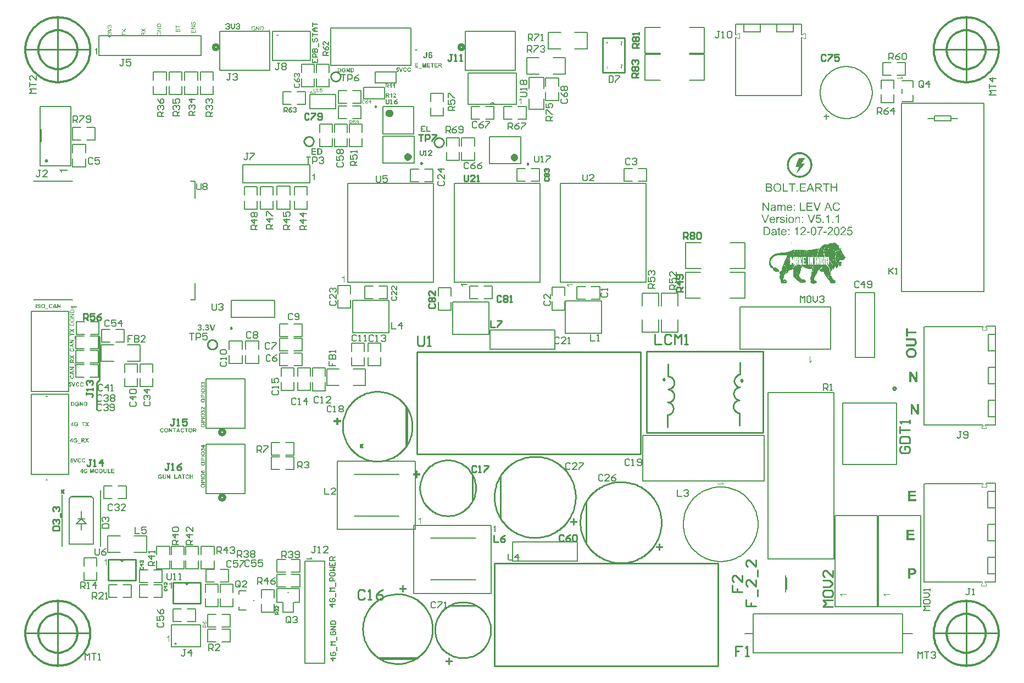
<source format=gto>
G04*
G04 #@! TF.GenerationSoftware,Altium Limited,Altium Designer,22.5.1 (42)*
G04*
G04 Layer_Color=65535*
%FSLAX44Y44*%
%MOMM*%
G71*
G04*
G04 #@! TF.SameCoordinates,325B58FB-DF44-4075-A057-A786A272C4E4*
G04*
G04*
G04 #@! TF.FilePolarity,Positive*
G04*
G01*
G75*
%ADD10C,0.5080*%
%ADD11C,0.2000*%
%ADD12C,0.2540*%
%ADD13C,0.2032*%
%ADD14C,0.3048*%
%ADD15C,0.6000*%
%ADD16C,0.2500*%
%ADD17C,0.1524*%
%ADD18C,0.1270*%
%ADD19C,0.2030*%
%ADD20C,0.1000*%
%ADD21R,0.3556X2.1336*%
G36*
X1194412Y794024D02*
X1195607D01*
Y793825D01*
X1196603D01*
Y793626D01*
X1197200D01*
Y793427D01*
X1197997D01*
Y793227D01*
X1198594D01*
Y793028D01*
X1198992D01*
Y792829D01*
X1199590D01*
Y792630D01*
X1199988D01*
Y792431D01*
X1200386D01*
Y792232D01*
X1200784D01*
Y792033D01*
X1201183D01*
Y791834D01*
X1201581D01*
Y791635D01*
X1201979D01*
Y791435D01*
X1202377D01*
Y791236D01*
X1202577D01*
Y791037D01*
X1202975D01*
Y790838D01*
X1203174D01*
Y790639D01*
X1203572D01*
Y790440D01*
X1203771D01*
Y790241D01*
X1203970D01*
Y790041D01*
X1204170D01*
Y789842D01*
X1204568D01*
Y789643D01*
X1204767D01*
Y789444D01*
X1204966D01*
Y789245D01*
X1205165D01*
Y789046D01*
X1205364D01*
Y788847D01*
X1205564D01*
Y788648D01*
X1205763D01*
Y788448D01*
X1205962D01*
Y788249D01*
X1206161D01*
Y788050D01*
X1206360D01*
Y787851D01*
X1206559D01*
Y787652D01*
X1206758D01*
Y787453D01*
X1206957D01*
Y787254D01*
X1207157D01*
Y787055D01*
Y786855D01*
X1207356D01*
Y786656D01*
X1207555D01*
Y786457D01*
X1207754D01*
Y786258D01*
X1207953D01*
Y786059D01*
Y785860D01*
X1208152D01*
Y785661D01*
X1208351D01*
Y785461D01*
Y785262D01*
X1208550D01*
Y785063D01*
X1208750D01*
Y784864D01*
Y784665D01*
X1208949D01*
Y784466D01*
Y784267D01*
X1209148D01*
Y784068D01*
Y783868D01*
X1209347D01*
Y783669D01*
Y783470D01*
X1209546D01*
Y783271D01*
Y783072D01*
X1209745D01*
Y782873D01*
Y782674D01*
X1209944D01*
Y782475D01*
Y782275D01*
X1210144D01*
Y782076D01*
Y781877D01*
X1210343D01*
Y781678D01*
Y781479D01*
Y781280D01*
X1210542D01*
Y781081D01*
Y780881D01*
Y780682D01*
X1210741D01*
Y780483D01*
Y780284D01*
Y780085D01*
X1210940D01*
Y779886D01*
Y779687D01*
Y779488D01*
Y779288D01*
X1211139D01*
Y779089D01*
Y778890D01*
Y778691D01*
Y778492D01*
Y778293D01*
X1211338D01*
Y778094D01*
Y777895D01*
Y777695D01*
Y777496D01*
Y777297D01*
Y777098D01*
X1211537D01*
Y776899D01*
Y776700D01*
Y776500D01*
Y776301D01*
Y776102D01*
Y775903D01*
Y775704D01*
Y775505D01*
Y775306D01*
Y775107D01*
Y774908D01*
Y774708D01*
Y774509D01*
Y774310D01*
Y774111D01*
Y773912D01*
Y773713D01*
Y773514D01*
Y773315D01*
Y773115D01*
Y772916D01*
Y772717D01*
Y772518D01*
Y772319D01*
X1211338D01*
Y772120D01*
Y771920D01*
Y771721D01*
Y771522D01*
Y771323D01*
Y771124D01*
X1211139D01*
Y770925D01*
Y770726D01*
Y770527D01*
Y770328D01*
Y770128D01*
X1210940D01*
Y769929D01*
Y769730D01*
Y769531D01*
Y769332D01*
X1210741D01*
Y769133D01*
Y768934D01*
Y768735D01*
X1210542D01*
Y768535D01*
Y768336D01*
Y768137D01*
X1210343D01*
Y767938D01*
Y767739D01*
Y767540D01*
X1210144D01*
Y767340D01*
Y767141D01*
X1209944D01*
Y766942D01*
Y766743D01*
Y766544D01*
X1209745D01*
Y766345D01*
Y766146D01*
X1209546D01*
Y765947D01*
Y765748D01*
X1209347D01*
Y765548D01*
Y765349D01*
X1209148D01*
Y765150D01*
Y764951D01*
X1208949D01*
Y764752D01*
X1208750D01*
Y764553D01*
Y764354D01*
X1208550D01*
Y764154D01*
Y763955D01*
X1208351D01*
Y763756D01*
X1208152D01*
Y763557D01*
Y763358D01*
X1207953D01*
Y763159D01*
X1207754D01*
Y762960D01*
X1207555D01*
Y762760D01*
Y762561D01*
X1207356D01*
Y762362D01*
X1207157D01*
Y762163D01*
X1206957D01*
Y761964D01*
X1206758D01*
Y761765D01*
X1206559D01*
Y761566D01*
Y761367D01*
X1206360D01*
Y761168D01*
X1206161D01*
Y760968D01*
X1205962D01*
Y760769D01*
X1205763D01*
Y760570D01*
X1205564D01*
Y760371D01*
X1205364D01*
Y760172D01*
X1205165D01*
Y759973D01*
X1204966D01*
Y759774D01*
X1204568D01*
Y759574D01*
X1204369D01*
Y759375D01*
X1204170D01*
Y759176D01*
X1203970D01*
Y758977D01*
X1203572D01*
Y758778D01*
X1203373D01*
Y758579D01*
X1203174D01*
Y758380D01*
X1202776D01*
Y758180D01*
X1202577D01*
Y757981D01*
X1202178D01*
Y757782D01*
X1201780D01*
Y757583D01*
X1201581D01*
Y757384D01*
X1201183D01*
Y757185D01*
X1200784D01*
Y756986D01*
X1200386D01*
Y756787D01*
X1199988D01*
Y756588D01*
X1199390D01*
Y756388D01*
X1198992D01*
Y756189D01*
X1198395D01*
Y755990D01*
X1197997D01*
Y755791D01*
X1197200D01*
Y755592D01*
X1196404D01*
Y755393D01*
X1195408D01*
Y755194D01*
X1194213D01*
Y754994D01*
X1189633D01*
Y755194D01*
X1188438D01*
Y755393D01*
X1187443D01*
Y755592D01*
X1186646D01*
Y755791D01*
X1185850D01*
Y755990D01*
X1185451D01*
Y756189D01*
X1184854D01*
Y756388D01*
X1184257D01*
Y756588D01*
X1183858D01*
Y756787D01*
X1183460D01*
Y756986D01*
X1183062D01*
Y757185D01*
X1182663D01*
Y757384D01*
X1182265D01*
Y757583D01*
X1182066D01*
Y757782D01*
X1181668D01*
Y757981D01*
X1181270D01*
Y758180D01*
X1181070D01*
Y758380D01*
X1180672D01*
Y758579D01*
X1180473D01*
Y758778D01*
X1180274D01*
Y758977D01*
X1179876D01*
Y759176D01*
X1179677D01*
Y759375D01*
X1179477D01*
Y759574D01*
X1179278D01*
Y759774D01*
X1178880D01*
Y759973D01*
X1178681D01*
Y760172D01*
X1178482D01*
Y760371D01*
X1178283D01*
Y760570D01*
X1178083D01*
Y760769D01*
X1177884D01*
Y760968D01*
X1177685D01*
Y761168D01*
X1177486D01*
Y761367D01*
X1177287D01*
Y761566D01*
Y761765D01*
X1177088D01*
Y761964D01*
X1176889D01*
Y762163D01*
X1176690D01*
Y762362D01*
X1176490D01*
Y762561D01*
X1176291D01*
Y762760D01*
Y762960D01*
X1176092D01*
Y763159D01*
X1175893D01*
Y763358D01*
Y763557D01*
X1175694D01*
Y763756D01*
X1175495D01*
Y763955D01*
Y764154D01*
X1175296D01*
Y764354D01*
X1175097D01*
Y764553D01*
Y764752D01*
X1174897D01*
Y764951D01*
Y765150D01*
X1174698D01*
Y765349D01*
Y765548D01*
X1174499D01*
Y765748D01*
Y765947D01*
X1174300D01*
Y766146D01*
Y766345D01*
X1174101D01*
Y766544D01*
Y766743D01*
X1173902D01*
Y766942D01*
Y767141D01*
X1173703D01*
Y767340D01*
Y767540D01*
Y767739D01*
X1173503D01*
Y767938D01*
Y768137D01*
Y768336D01*
X1173304D01*
Y768535D01*
Y768735D01*
Y768934D01*
X1173105D01*
Y769133D01*
Y769332D01*
Y769531D01*
X1172906D01*
Y769730D01*
Y769929D01*
Y770128D01*
Y770328D01*
Y770527D01*
X1172707D01*
Y770726D01*
Y770925D01*
Y771124D01*
Y771323D01*
Y771522D01*
X1172508D01*
Y771721D01*
Y771920D01*
Y772120D01*
Y772319D01*
Y772518D01*
Y772717D01*
Y772916D01*
Y773115D01*
Y773315D01*
Y773514D01*
Y773713D01*
X1172309D01*
Y773912D01*
Y774111D01*
Y774310D01*
Y774509D01*
Y774708D01*
Y774908D01*
Y775107D01*
Y775306D01*
Y775505D01*
X1172508D01*
Y775704D01*
Y775903D01*
Y776102D01*
Y776301D01*
Y776500D01*
Y776700D01*
Y776899D01*
Y777098D01*
Y777297D01*
Y777496D01*
X1172707D01*
Y777695D01*
Y777895D01*
Y778094D01*
Y778293D01*
Y778492D01*
Y778691D01*
X1172906D01*
Y778890D01*
Y779089D01*
Y779288D01*
Y779488D01*
X1173105D01*
Y779687D01*
Y779886D01*
Y780085D01*
Y780284D01*
X1173304D01*
Y780483D01*
Y780682D01*
Y780881D01*
X1173503D01*
Y781081D01*
Y781280D01*
Y781479D01*
X1173703D01*
Y781678D01*
Y781877D01*
Y782076D01*
X1173902D01*
Y782275D01*
Y782475D01*
X1174101D01*
Y782674D01*
Y782873D01*
X1174300D01*
Y783072D01*
Y783271D01*
X1174499D01*
Y783470D01*
Y783669D01*
X1174698D01*
Y783868D01*
Y784068D01*
X1174897D01*
Y784267D01*
Y784466D01*
X1175097D01*
Y784665D01*
Y784864D01*
X1175296D01*
Y785063D01*
X1175495D01*
Y785262D01*
Y785461D01*
X1175694D01*
Y785661D01*
X1175893D01*
Y785860D01*
Y786059D01*
X1176092D01*
Y786258D01*
X1176291D01*
Y786457D01*
X1176490D01*
Y786656D01*
Y786855D01*
X1176690D01*
Y787055D01*
X1176889D01*
Y787254D01*
X1177088D01*
Y787453D01*
X1177287D01*
Y787652D01*
X1177486D01*
Y787851D01*
X1177685D01*
Y788050D01*
Y788249D01*
X1177884D01*
Y788448D01*
X1178083D01*
Y788648D01*
X1178283D01*
Y788847D01*
X1178482D01*
Y789046D01*
X1178880D01*
Y789245D01*
X1179079D01*
Y789444D01*
X1179278D01*
Y789643D01*
X1179477D01*
Y789842D01*
X1179677D01*
Y790041D01*
X1179876D01*
Y790241D01*
X1180274D01*
Y790440D01*
X1180473D01*
Y790639D01*
X1180871D01*
Y790838D01*
X1181070D01*
Y791037D01*
X1181270D01*
Y791236D01*
X1181668D01*
Y791435D01*
X1182066D01*
Y791635D01*
X1182265D01*
Y791834D01*
X1182663D01*
Y792033D01*
X1183062D01*
Y792232D01*
X1183460D01*
Y792431D01*
X1183858D01*
Y792630D01*
X1184456D01*
Y792829D01*
X1184854D01*
Y793028D01*
X1185451D01*
Y793227D01*
X1186049D01*
Y793427D01*
X1186646D01*
Y793626D01*
X1187443D01*
Y793825D01*
X1188438D01*
Y794024D01*
X1189633D01*
Y794223D01*
X1194412D01*
Y794024D01*
D02*
G37*
G36*
X1179476Y654069D02*
X1178977D01*
Y654567D01*
X1179476D01*
Y654069D01*
D02*
G37*
G36*
X1247058Y653950D02*
X1247904D01*
Y653528D01*
X1248326D01*
Y653105D01*
X1248748D01*
Y651838D01*
X1249593D01*
Y651415D01*
X1250861D01*
Y650993D01*
X1251283D01*
Y650570D01*
X1251706D01*
Y650148D01*
X1252128D01*
Y648880D01*
X1252551D01*
Y647190D01*
X1252973D01*
Y645923D01*
X1253396D01*
Y645500D01*
X1254663D01*
Y645923D01*
X1255086D01*
Y646768D01*
X1255508D01*
Y644656D01*
X1255086D01*
Y644233D01*
X1254663D01*
Y643811D01*
X1255086D01*
Y643388D01*
X1255508D01*
Y642966D01*
X1255930D01*
Y642543D01*
X1256353D01*
Y641698D01*
X1256775D01*
Y640853D01*
X1257198D01*
Y638741D01*
X1257620D01*
Y638318D01*
X1258043D01*
Y637896D01*
X1258465D01*
Y637474D01*
X1258888D01*
Y636629D01*
X1259310D01*
Y636206D01*
X1259733D01*
Y635361D01*
X1260155D01*
Y634939D01*
X1260578D01*
Y634094D01*
X1261423D01*
Y633249D01*
X1261845D01*
Y632826D01*
X1262268D01*
Y630714D01*
X1261845D01*
Y630292D01*
X1261423D01*
Y629869D01*
X1261000D01*
Y629447D01*
X1260578D01*
Y628602D01*
X1260155D01*
Y628179D01*
X1259310D01*
Y627757D01*
X1254663D01*
Y627334D01*
X1253396D01*
Y626912D01*
X1252973D01*
Y625222D01*
X1254663D01*
Y625644D01*
X1255508D01*
Y625222D01*
X1256353D01*
Y624799D01*
X1256775D01*
Y623110D01*
X1256353D01*
Y622265D01*
X1255930D01*
Y620997D01*
X1256353D01*
Y620152D01*
X1255930D01*
Y618885D01*
X1255086D01*
Y618462D01*
X1252973D01*
Y618885D01*
X1252551D01*
Y620152D01*
X1252128D01*
Y620575D01*
X1251706D01*
Y618040D01*
X1251283D01*
Y617617D01*
X1250861D01*
Y617195D01*
X1250438D01*
Y616772D01*
X1250016D01*
Y616350D01*
X1249593D01*
Y615928D01*
X1249171D01*
Y614660D01*
X1248748D01*
Y615083D01*
X1248326D01*
Y615505D01*
X1247904D01*
Y616772D01*
X1247481D01*
Y618040D01*
X1246636D01*
Y616772D01*
X1246214D01*
Y616350D01*
X1245791D01*
Y615928D01*
X1245369D01*
Y615505D01*
X1244946D01*
Y614660D01*
X1244524D01*
Y614238D01*
X1244101D01*
Y613815D01*
X1243679D01*
Y613393D01*
X1243256D01*
Y615505D01*
X1242834D01*
Y615083D01*
X1242411D01*
Y613815D01*
X1241989D01*
Y612548D01*
X1241566D01*
Y611703D01*
X1241144D01*
Y611280D01*
X1240722D01*
Y610858D01*
X1240299D01*
Y610435D01*
X1239876D01*
Y610013D01*
X1239454D01*
Y609591D01*
X1239876D01*
Y606633D01*
X1237764D01*
Y606211D01*
X1239876D01*
Y605788D01*
X1240299D01*
Y604521D01*
X1238609D01*
Y604098D01*
X1236919D01*
Y603676D01*
X1239032D01*
Y604098D01*
X1240299D01*
Y603676D01*
X1240722D01*
Y602831D01*
X1241144D01*
Y601986D01*
X1241566D01*
Y601141D01*
X1241989D01*
Y599874D01*
X1242411D01*
Y599451D01*
X1242834D01*
Y598184D01*
X1243256D01*
Y597761D01*
X1244524D01*
Y597339D01*
X1245791D01*
Y596916D01*
X1245369D01*
Y596494D01*
X1246214D01*
Y596916D01*
X1246636D01*
Y596072D01*
X1247058D01*
Y595227D01*
X1247481D01*
Y594382D01*
X1246214D01*
Y593959D01*
X1247058D01*
Y592692D01*
X1246636D01*
Y592269D01*
X1239876D01*
Y592692D01*
X1239032D01*
Y593114D01*
X1238609D01*
Y594382D01*
X1238187D01*
Y595649D01*
X1237764D01*
Y596494D01*
X1237342D01*
Y596916D01*
X1236497D01*
Y597339D01*
X1236074D01*
Y597761D01*
X1235652D01*
Y598184D01*
X1235229D01*
Y599029D01*
X1234807D01*
Y600296D01*
X1234384D01*
Y600719D01*
X1233962D01*
Y601141D01*
X1233540D01*
Y601564D01*
X1233117D01*
Y601986D01*
X1232694D01*
Y602831D01*
X1232272D01*
Y603254D01*
X1231850D01*
Y603676D01*
X1231427D01*
Y604521D01*
X1231005D01*
Y605366D01*
X1230582D01*
Y605788D01*
X1230160D01*
Y606633D01*
X1229737D01*
Y607901D01*
X1229315D01*
Y608746D01*
X1228892D01*
Y609168D01*
X1228470D01*
Y609591D01*
X1225512D01*
Y610013D01*
X1224668D01*
Y610435D01*
X1223823D01*
Y610858D01*
X1223400D01*
Y611280D01*
X1222978D01*
Y612125D01*
X1222555D01*
Y612548D01*
X1222133D01*
Y612970D01*
X1221288D01*
Y612125D01*
X1220865D01*
Y611703D01*
X1220443D01*
Y610858D01*
X1220020D01*
Y610435D01*
X1219598D01*
Y609591D01*
X1219175D01*
Y608323D01*
X1218753D01*
Y607478D01*
X1218331D01*
Y606633D01*
X1217908D01*
Y605788D01*
X1217486D01*
Y605366D01*
X1217063D01*
Y604521D01*
X1216641D01*
Y603676D01*
X1216218D01*
Y602831D01*
X1215796D01*
Y602408D01*
X1215373D01*
Y601564D01*
X1214951D01*
Y600719D01*
X1214528D01*
Y599029D01*
X1214106D01*
Y597339D01*
X1214951D01*
Y596916D01*
X1215373D01*
Y596072D01*
X1216641D01*
Y595649D01*
X1217486D01*
Y595227D01*
X1217908D01*
Y594382D01*
X1218331D01*
Y592692D01*
X1217486D01*
Y592269D01*
X1217063D01*
Y591847D01*
X1215373D01*
Y591424D01*
X1211571D01*
Y591847D01*
X1210304D01*
Y592269D01*
X1209459D01*
Y593114D01*
X1209036D01*
Y593537D01*
X1208614D01*
Y595227D01*
X1209036D01*
Y596072D01*
X1209459D01*
Y596494D01*
X1209036D01*
Y596916D01*
X1208614D01*
Y597339D01*
X1208191D01*
Y599874D01*
X1208614D01*
Y601141D01*
X1209036D01*
Y602408D01*
X1209459D01*
Y604098D01*
X1209881D01*
Y607478D01*
X1210304D01*
Y607901D01*
X1209881D01*
Y608323D01*
X1210304D01*
Y610013D01*
X1210726D01*
Y611703D01*
X1211149D01*
Y614660D01*
X1209881D01*
Y614238D01*
X1206079D01*
Y614660D01*
X1205656D01*
Y614238D01*
X1203967D01*
Y614660D01*
X1202699D01*
Y615083D01*
X1201854D01*
Y615505D01*
X1201009D01*
Y615928D01*
X1200164D01*
Y616350D01*
X1198897D01*
Y616772D01*
X1198052D01*
Y617195D01*
X1197207D01*
Y617617D01*
X1196785D01*
Y618040D01*
X1195940D01*
Y618462D01*
X1195517D01*
Y618885D01*
X1195095D01*
Y619730D01*
X1194672D01*
Y620152D01*
X1194250D01*
Y620575D01*
X1195940D01*
Y621420D01*
X1195517D01*
Y621842D01*
X1195940D01*
Y622265D01*
X1195517D01*
Y622687D01*
X1195095D01*
Y624799D01*
X1194672D01*
Y626067D01*
X1194250D01*
Y627334D01*
X1194672D01*
Y629024D01*
X1195095D01*
Y630714D01*
X1195517D01*
Y631559D01*
X1195940D01*
Y632826D01*
X1193827D01*
Y631137D01*
X1193405D01*
Y630292D01*
X1192982D01*
Y631559D01*
X1192560D01*
Y632826D01*
X1190870D01*
Y632404D01*
X1190447D01*
Y632826D01*
X1190025D01*
Y633249D01*
X1189603D01*
Y632826D01*
X1190025D01*
Y632404D01*
X1190447D01*
Y631559D01*
X1190870D01*
Y629447D01*
X1190025D01*
Y629869D01*
Y632404D01*
X1189603D01*
Y632826D01*
X1185800D01*
Y632404D01*
X1184955D01*
Y620152D01*
X1184533D01*
Y619730D01*
X1184110D01*
Y619307D01*
X1183688D01*
Y618885D01*
X1183266D01*
Y618462D01*
X1182843D01*
Y617617D01*
X1183266D01*
Y618040D01*
X1183688D01*
Y618462D01*
X1184533D01*
Y618885D01*
X1184955D01*
Y619307D01*
X1185378D01*
Y619730D01*
X1185800D01*
Y620152D01*
X1186223D01*
Y620575D01*
X1187068D01*
Y620997D01*
X1187913D01*
Y620152D01*
X1188335D01*
Y620575D01*
X1190025D01*
Y628179D01*
X1190870D01*
Y627334D01*
X1190447D01*
Y624377D01*
X1190870D01*
Y623532D01*
X1190447D01*
Y622687D01*
X1190870D01*
Y622265D01*
X1190447D01*
Y621420D01*
X1190870D01*
Y620575D01*
X1193405D01*
Y620152D01*
X1193827D01*
Y619730D01*
X1194250D01*
Y618885D01*
X1195095D01*
Y618462D01*
X1195517D01*
Y618040D01*
X1195940D01*
Y617617D01*
X1195517D01*
Y616772D01*
X1195095D01*
Y615928D01*
X1194672D01*
Y615505D01*
X1194250D01*
Y614238D01*
X1193827D01*
Y611703D01*
X1193405D01*
Y609591D01*
X1192982D01*
Y608323D01*
X1190870D01*
Y607901D01*
X1191292D01*
Y607478D01*
X1191715D01*
Y607901D01*
X1192137D01*
Y606633D01*
X1191715D01*
Y607056D01*
X1191292D01*
Y606633D01*
X1191715D01*
Y606211D01*
X1191292D01*
Y604943D01*
X1190870D01*
Y603676D01*
X1191292D01*
Y601986D01*
X1192137D01*
Y601141D01*
X1192560D01*
Y600719D01*
X1192982D01*
Y600296D01*
X1193827D01*
Y599451D01*
X1194250D01*
Y599029D01*
X1194672D01*
Y598606D01*
X1195517D01*
Y598184D01*
X1196362D01*
Y597761D01*
X1198052D01*
Y597339D01*
X1198474D01*
Y597761D01*
X1200164D01*
Y597339D01*
X1200587D01*
Y596494D01*
X1201009D01*
Y595649D01*
X1201432D01*
Y593959D01*
X1201009D01*
Y593537D01*
X1200164D01*
Y593114D01*
X1196785D01*
Y592692D01*
X1192137D01*
Y593537D01*
X1191715D01*
Y593959D01*
X1191292D01*
Y594382D01*
X1190870D01*
Y594804D01*
X1190447D01*
Y595227D01*
X1189603D01*
Y595649D01*
X1189180D01*
Y596072D01*
X1188758D01*
Y596494D01*
X1187913D01*
Y596916D01*
X1187490D01*
Y597339D01*
X1187068D01*
Y597761D01*
X1186645D01*
Y598184D01*
X1186223D01*
Y598606D01*
X1185800D01*
Y599029D01*
X1185378D01*
Y599451D01*
X1184955D01*
Y599874D01*
X1184533D01*
Y600296D01*
X1184110D01*
Y600719D01*
X1183688D01*
Y601141D01*
X1183266D01*
Y601564D01*
X1182843D01*
Y602408D01*
X1182421D01*
Y606211D01*
X1182843D01*
Y606633D01*
X1182421D01*
Y611703D01*
X1181998D01*
Y612970D01*
X1181576D01*
Y613815D01*
X1181153D01*
Y614238D01*
X1180731D01*
Y613815D01*
X1180308D01*
Y613393D01*
X1179886D01*
Y612970D01*
X1179463D01*
Y612548D01*
X1177773D01*
Y612125D01*
X1176506D01*
Y611703D01*
X1175661D01*
Y611280D01*
X1174816D01*
Y610435D01*
X1174394D01*
Y609168D01*
X1173971D01*
Y608746D01*
X1173549D01*
Y608323D01*
X1173126D01*
Y607901D01*
X1171859D01*
Y608323D01*
X1171014D01*
Y607478D01*
X1171436D01*
Y607056D01*
X1170169D01*
Y606633D01*
X1169746D01*
Y606211D01*
X1169324D01*
Y605788D01*
X1168902D01*
Y605366D01*
X1168479D01*
Y604521D01*
X1168056D01*
Y603254D01*
X1167634D01*
Y600719D01*
X1167212D01*
Y599029D01*
X1166789D01*
Y598184D01*
X1167212D01*
Y597761D01*
X1166789D01*
Y597339D01*
X1167634D01*
Y596916D01*
X1168056D01*
Y597339D01*
X1167634D01*
Y597761D01*
X1169324D01*
Y598184D01*
X1169746D01*
Y597761D01*
X1170591D01*
Y596916D01*
X1171436D01*
Y596494D01*
X1171859D01*
Y595649D01*
X1172281D01*
Y593114D01*
X1171859D01*
Y592269D01*
X1169746D01*
Y591847D01*
X1168902D01*
Y592269D01*
X1168479D01*
Y591847D01*
X1164677D01*
Y592269D01*
X1163832D01*
Y593114D01*
X1163409D01*
Y593959D01*
X1162987D01*
Y596494D01*
X1162564D01*
Y597761D01*
X1162142D01*
Y598606D01*
X1161720D01*
Y599451D01*
X1161297D01*
Y603676D01*
X1161720D01*
Y606633D01*
X1161297D01*
Y607056D01*
X1161720D01*
Y607478D01*
X1161297D01*
Y610013D01*
X1161720D01*
Y610435D01*
X1162564D01*
Y610858D01*
X1163832D01*
Y611280D01*
X1164254D01*
Y611703D01*
X1164677D01*
Y612125D01*
X1164254D01*
Y613815D01*
X1164677D01*
Y615928D01*
X1165099D01*
Y617195D01*
X1165522D01*
Y618040D01*
X1165944D01*
Y619307D01*
X1166367D01*
Y619730D01*
X1166789D01*
Y621842D01*
X1167212D01*
Y622687D01*
X1167634D01*
Y623110D01*
X1168056D01*
Y623532D01*
X1168479D01*
Y623955D01*
X1168056D01*
Y625222D01*
X1168479D01*
Y626067D01*
X1168902D01*
Y626489D01*
X1169324D01*
Y627334D01*
X1169746D01*
Y628179D01*
X1170169D01*
Y629447D01*
X1170591D01*
Y630292D01*
X1171014D01*
Y631137D01*
X1171436D01*
Y631982D01*
X1172281D01*
Y631559D01*
X1172704D01*
Y631137D01*
X1173126D01*
Y630714D01*
X1173549D01*
Y631137D01*
X1173126D01*
Y631559D01*
X1172704D01*
Y631982D01*
X1172281D01*
Y632404D01*
X1171859D01*
Y633249D01*
X1172281D01*
Y634094D01*
X1172704D01*
Y635361D01*
X1159185D01*
Y634939D01*
X1157072D01*
Y634516D01*
X1155382D01*
Y634094D01*
X1154538D01*
Y633671D01*
X1153692D01*
Y633249D01*
X1152848D01*
Y632826D01*
X1152425D01*
Y632404D01*
X1151580D01*
Y631982D01*
X1151158D01*
Y631559D01*
X1150735D01*
Y631137D01*
X1150313D01*
Y630714D01*
X1149890D01*
Y630292D01*
X1149468D01*
Y629447D01*
X1149045D01*
Y629024D01*
X1148623D01*
Y627757D01*
X1148200D01*
Y626489D01*
X1147778D01*
Y625222D01*
X1147355D01*
Y625644D01*
X1146933D01*
Y624799D01*
X1147778D01*
Y623532D01*
X1147355D01*
Y623110D01*
X1147778D01*
Y621420D01*
X1148200D01*
Y620575D01*
X1148623D01*
Y619730D01*
X1149045D01*
Y619307D01*
X1149468D01*
Y618885D01*
X1149890D01*
Y618462D01*
X1150313D01*
Y618040D01*
X1150735D01*
Y617617D01*
X1151158D01*
Y617195D01*
X1151580D01*
Y616772D01*
X1152003D01*
Y615928D01*
X1152425D01*
Y616772D01*
X1153270D01*
Y616350D01*
X1155382D01*
Y615928D01*
X1156227D01*
Y615505D01*
X1157072D01*
Y615083D01*
X1157495D01*
Y614660D01*
X1157917D01*
Y614238D01*
X1158340D01*
Y613815D01*
X1159185D01*
Y612970D01*
X1159607D01*
Y612548D01*
X1160030D01*
Y612125D01*
X1160452D01*
Y611703D01*
X1160874D01*
Y610858D01*
X1161297D01*
Y610435D01*
X1160030D01*
Y610013D01*
X1158340D01*
Y609591D01*
X1155382D01*
Y610013D01*
X1154115D01*
Y610435D01*
X1152848D01*
Y610858D01*
X1152425D01*
Y611280D01*
X1151580D01*
Y612125D01*
X1151158D01*
Y614238D01*
X1150735D01*
Y614660D01*
X1149468D01*
Y615083D01*
X1149045D01*
Y615505D01*
X1148200D01*
Y615928D01*
X1147778D01*
Y616350D01*
X1147355D01*
Y616772D01*
X1146933D01*
Y617617D01*
X1146510D01*
Y618462D01*
X1146088D01*
Y618885D01*
X1145666D01*
Y620152D01*
X1145243D01*
Y622265D01*
X1144821D01*
Y625222D01*
X1145243D01*
Y625644D01*
X1144821D01*
Y626067D01*
X1145666D01*
Y626489D01*
X1145243D01*
Y627334D01*
X1145666D01*
Y628179D01*
X1145243D01*
Y628602D01*
X1145666D01*
Y629024D01*
X1146088D01*
Y629447D01*
X1145666D01*
Y629869D01*
X1146088D01*
Y630714D01*
X1146510D01*
Y631559D01*
X1146933D01*
Y631982D01*
X1147355D01*
Y632404D01*
X1147778D01*
Y632826D01*
X1148200D01*
Y633249D01*
X1148623D01*
Y633671D01*
X1149045D01*
Y634094D01*
X1149468D01*
Y634516D01*
X1149890D01*
Y634939D01*
X1150313D01*
Y635361D01*
X1151158D01*
Y635784D01*
X1152003D01*
Y636206D01*
X1152848D01*
Y636629D01*
X1153692D01*
Y637051D01*
X1154538D01*
Y637474D01*
X1155805D01*
Y637896D01*
X1157495D01*
Y638318D01*
X1159607D01*
Y638741D01*
X1161720D01*
Y639164D01*
X1167212D01*
Y639586D01*
X1168479D01*
Y639164D01*
X1168902D01*
Y639586D01*
X1171436D01*
Y640008D01*
X1173126D01*
Y640431D01*
X1174816D01*
Y640853D01*
X1175661D01*
Y641276D01*
X1176928D01*
Y641698D01*
X1177773D01*
Y642121D01*
X1179463D01*
Y642543D01*
X1180308D01*
Y642966D01*
X1181576D01*
Y643388D01*
X1183266D01*
Y643811D01*
X1193827D01*
Y643388D01*
X1198474D01*
Y642966D01*
X1199319D01*
Y643388D01*
X1200587D01*
Y642966D01*
X1204811D01*
Y643388D01*
X1208614D01*
Y643811D01*
X1209036D01*
Y643388D01*
X1209881D01*
Y643811D01*
X1211571D01*
Y644233D01*
X1214106D01*
Y644656D01*
X1216218D01*
Y645078D01*
X1217908D01*
Y645500D01*
X1220020D01*
Y645923D01*
X1220443D01*
Y645500D01*
X1220865D01*
Y645923D01*
X1222133D01*
Y645078D01*
X1221710D01*
Y644656D01*
X1221288D01*
Y643811D01*
X1220865D01*
Y642543D01*
X1220443D01*
Y641276D01*
X1220020D01*
Y638741D01*
X1219598D01*
Y636629D01*
X1219175D01*
Y635361D01*
X1218753D01*
Y634094D01*
X1219175D01*
Y634939D01*
X1219598D01*
Y636206D01*
X1220020D01*
Y637474D01*
X1220443D01*
Y640008D01*
X1220865D01*
Y642121D01*
X1221288D01*
Y643388D01*
X1221710D01*
Y644233D01*
X1222133D01*
Y644656D01*
X1222555D01*
Y645500D01*
X1222978D01*
Y645923D01*
X1223400D01*
Y646346D01*
X1223823D01*
Y646768D01*
X1224245D01*
Y647190D01*
X1224668D01*
Y647613D01*
X1225090D01*
Y648035D01*
X1225512D01*
Y648458D01*
X1225935D01*
Y649303D01*
X1226357D01*
Y649725D01*
X1226780D01*
Y650148D01*
X1227202D01*
Y650570D01*
X1227625D01*
Y650993D01*
X1228470D01*
Y651415D01*
X1229315D01*
Y651838D01*
X1233962D01*
Y651415D01*
X1234807D01*
Y651838D01*
X1235652D01*
Y652260D01*
X1236074D01*
Y652682D01*
X1236919D01*
Y653105D01*
X1237764D01*
Y653528D01*
X1238609D01*
Y653950D01*
X1244101D01*
Y654372D01*
X1247058D01*
Y653950D01*
D02*
G37*
G36*
X1222555Y645923D02*
X1222133D01*
Y646346D01*
X1222555D01*
Y645923D01*
D02*
G37*
G36*
X1192982Y628602D02*
X1192560D01*
Y630292D01*
X1192982D01*
Y628602D01*
D02*
G37*
G36*
X1187913Y629024D02*
X1187490D01*
Y628602D01*
X1187913D01*
Y626489D01*
X1187490D01*
Y626912D01*
X1187068D01*
Y629447D01*
X1187490D01*
Y629869D01*
X1187068D01*
Y630714D01*
X1187913D01*
Y629024D01*
D02*
G37*
G36*
X1192982Y623532D02*
X1193405D01*
Y623110D01*
Y621842D01*
X1193827D01*
Y621420D01*
X1193405D01*
Y621842D01*
X1192982D01*
Y623110D01*
X1192560D01*
Y624377D01*
X1192982D01*
Y623532D01*
D02*
G37*
G36*
X1187913Y622687D02*
Y622265D01*
Y621420D01*
X1187068D01*
Y623955D01*
X1187913D01*
Y622687D01*
D02*
G37*
G36*
X1171859Y607478D02*
X1171436D01*
Y607901D01*
X1171859D01*
Y607478D01*
D02*
G37*
G36*
X274305Y342030D02*
X275590D01*
Y340847D01*
X274305D01*
Y338221D01*
X273242D01*
X269164Y340995D01*
Y342030D01*
X273232D01*
Y342825D01*
X274305D01*
Y342030D01*
D02*
G37*
G36*
X273815Y337657D02*
X273889Y337648D01*
X273972Y337629D01*
X274074Y337611D01*
X274175Y337592D01*
X274397Y337519D01*
X274517Y337463D01*
X274647Y337407D01*
X274767Y337333D01*
X274887Y337250D01*
X275007Y337158D01*
X275119Y337047D01*
X275128Y337038D01*
X275146Y337019D01*
X275174Y336982D01*
X275211Y336936D01*
X275257Y336871D01*
X275303Y336806D01*
X275359Y336714D01*
X275414Y336622D01*
X275470Y336520D01*
X275525Y336400D01*
X275571Y336270D01*
X275618Y336141D01*
X275655Y335993D01*
X275683Y335845D01*
X275701Y335679D01*
X275710Y335512D01*
Y335429D01*
X275701Y335364D01*
X275692Y335290D01*
X275683Y335207D01*
X275664Y335115D01*
X275646Y335004D01*
X275590Y334782D01*
X275497Y334541D01*
X275442Y334412D01*
X275377Y334301D01*
X275294Y334181D01*
X275211Y334070D01*
X275202Y334061D01*
X275183Y334042D01*
X275156Y334014D01*
X275119Y333977D01*
X275072Y333931D01*
X275007Y333885D01*
X274943Y333829D01*
X274860Y333774D01*
X274767Y333718D01*
X274675Y333654D01*
X274453Y333552D01*
X274194Y333469D01*
X274055Y333432D01*
X273907Y333413D01*
X273759Y334597D01*
X273769D01*
X273778D01*
X273833Y334606D01*
X273916Y334625D01*
X274018Y334652D01*
X274129Y334698D01*
X274249Y334745D01*
X274360Y334819D01*
X274462Y334902D01*
X274471Y334911D01*
X274499Y334948D01*
X274536Y335004D01*
X274573Y335068D01*
X274619Y335161D01*
X274656Y335262D01*
X274684Y335373D01*
X274693Y335503D01*
Y335521D01*
X274684Y335568D01*
X274675Y335632D01*
X274656Y335725D01*
X274619Y335826D01*
X274573Y335928D01*
X274499Y336039D01*
X274407Y336141D01*
X274397Y336150D01*
X274351Y336187D01*
X274286Y336224D01*
X274203Y336279D01*
X274092Y336326D01*
X273953Y336372D01*
X273796Y336400D01*
X273621Y336409D01*
X273611D01*
X273602D01*
X273547D01*
X273463Y336400D01*
X273353Y336381D01*
X273232Y336344D01*
X273112Y336298D01*
X272992Y336233D01*
X272881Y336150D01*
X272872Y336141D01*
X272835Y336104D01*
X272789Y336048D01*
X272742Y335984D01*
X272687Y335891D01*
X272650Y335789D01*
X272613Y335679D01*
X272604Y335549D01*
Y335457D01*
X272613Y335392D01*
X272622Y335309D01*
X272641Y335207D01*
X272668Y335105D01*
X272696Y334985D01*
X271707Y335115D01*
Y335198D01*
X271698Y335290D01*
X271688Y335401D01*
X271661Y335521D01*
X271624Y335651D01*
X271568Y335771D01*
X271494Y335882D01*
X271485Y335891D01*
X271448Y335928D01*
X271402Y335965D01*
X271328Y336021D01*
X271245Y336067D01*
X271143Y336113D01*
X271023Y336141D01*
X270884Y336150D01*
X270865D01*
X270828D01*
X270773Y336141D01*
X270699Y336122D01*
X270616Y336104D01*
X270533Y336067D01*
X270440Y336021D01*
X270366Y335956D01*
X270357Y335947D01*
X270338Y335919D01*
X270301Y335882D01*
X270264Y335817D01*
X270237Y335743D01*
X270200Y335660D01*
X270181Y335549D01*
X270172Y335438D01*
Y335383D01*
X270181Y335327D01*
X270200Y335253D01*
X270228Y335170D01*
X270264Y335078D01*
X270320Y334985D01*
X270394Y334902D01*
X270403Y334893D01*
X270431Y334865D01*
X270486Y334828D01*
X270560Y334782D01*
X270644Y334735D01*
X270755Y334698D01*
X270884Y334662D01*
X271032Y334634D01*
X270847Y333506D01*
X270838D01*
X270819Y333515D01*
X270791D01*
X270745Y333524D01*
X270644Y333552D01*
X270505Y333589D01*
X270357Y333644D01*
X270200Y333700D01*
X270052Y333774D01*
X269913Y333857D01*
X269895Y333866D01*
X269858Y333903D01*
X269793Y333959D01*
X269710Y334033D01*
X269627Y334125D01*
X269534Y334236D01*
X269442Y334375D01*
X269359Y334523D01*
Y334532D01*
X269349Y334541D01*
X269331Y334597D01*
X269294Y334689D01*
X269257Y334800D01*
X269220Y334939D01*
X269183Y335105D01*
X269164Y335281D01*
X269155Y335475D01*
Y335558D01*
X269164Y335623D01*
X269174Y335706D01*
X269183Y335789D01*
X269201Y335891D01*
X269229Y335993D01*
X269294Y336224D01*
X269340Y336344D01*
X269405Y336474D01*
X269469Y336594D01*
X269543Y336705D01*
X269636Y336825D01*
X269737Y336927D01*
X269747Y336936D01*
X269756Y336945D01*
X269784Y336973D01*
X269821Y337001D01*
X269913Y337075D01*
X270043Y337158D01*
X270200Y337241D01*
X270385Y337306D01*
X270588Y337361D01*
X270690Y337370D01*
X270801Y337380D01*
X270810D01*
X270838D01*
X270884Y337370D01*
X270940Y337361D01*
X271013Y337352D01*
X271097Y337333D01*
X271189Y337306D01*
X271291Y337269D01*
X271392Y337213D01*
X271503Y337158D01*
X271614Y337084D01*
X271725Y336992D01*
X271836Y336880D01*
X271947Y336760D01*
X272049Y336622D01*
X272151Y336455D01*
Y336465D01*
X272160Y336483D01*
Y336511D01*
X272178Y336548D01*
X272206Y336649D01*
X272262Y336770D01*
X272335Y336908D01*
X272428Y337056D01*
X272548Y337204D01*
X272687Y337333D01*
X272705Y337352D01*
X272761Y337389D01*
X272844Y337435D01*
X272964Y337500D01*
X273103Y337565D01*
X273279Y337611D01*
X273463Y337648D01*
X273676Y337666D01*
X273685D01*
X273713D01*
X273759D01*
X273815Y337657D01*
D02*
G37*
G36*
X272548Y332711D02*
X272659D01*
X272789Y332692D01*
X272936Y332674D01*
X273112Y332646D01*
X273288Y332618D01*
X273482Y332572D01*
X273685Y332517D01*
X273889Y332443D01*
X274092Y332359D01*
X274286Y332267D01*
X274480Y332147D01*
X274665Y332017D01*
X274841Y331869D01*
X274850Y331860D01*
X274878Y331832D01*
X274924Y331786D01*
X274980Y331712D01*
X275044Y331629D01*
X275119Y331527D01*
X275192Y331407D01*
X275276Y331278D01*
X275359Y331120D01*
X275433Y330954D01*
X275507Y330769D01*
X275571Y330566D01*
X275627Y330353D01*
X275673Y330122D01*
X275701Y329882D01*
X275710Y329623D01*
Y329558D01*
X275701Y329484D01*
X275692Y329392D01*
X275683Y329271D01*
X275664Y329133D01*
X275636Y328975D01*
X275599Y328809D01*
X275553Y328624D01*
X275497Y328448D01*
X275424Y328254D01*
X275340Y328069D01*
X275248Y327875D01*
X275128Y327700D01*
X274998Y327524D01*
X274841Y327357D01*
X274832Y327348D01*
X274804Y327321D01*
X274749Y327284D01*
X274684Y327228D01*
X274592Y327163D01*
X274480Y327089D01*
X274360Y327015D01*
X274212Y326941D01*
X274055Y326858D01*
X273870Y326784D01*
X273676Y326710D01*
X273463Y326646D01*
X273232Y326590D01*
X272983Y326553D01*
X272715Y326525D01*
X272437Y326516D01*
X272428D01*
X272391D01*
X272345D01*
X272271Y326525D01*
X272188D01*
X272095Y326535D01*
X271984Y326544D01*
X271864Y326553D01*
X271605Y326590D01*
X271328Y326636D01*
X271050Y326710D01*
X270791Y326803D01*
X270782D01*
X270773Y326812D01*
X270745Y326830D01*
X270708Y326840D01*
X270616Y326895D01*
X270496Y326960D01*
X270357Y327043D01*
X270218Y327145D01*
X270061Y327265D01*
X269913Y327394D01*
X269904Y327404D01*
X269895Y327413D01*
X269848Y327459D01*
X269774Y327542D01*
X269691Y327644D01*
X269599Y327764D01*
X269497Y327903D01*
X269405Y328060D01*
X269331Y328227D01*
Y328236D01*
X269321Y328254D01*
X269303Y328291D01*
X269294Y328338D01*
X269266Y328393D01*
X269247Y328458D01*
X269229Y328541D01*
X269201Y328624D01*
X269155Y328828D01*
X269109Y329059D01*
X269081Y329327D01*
X269072Y329604D01*
Y329669D01*
X269081Y329743D01*
Y329835D01*
X269100Y329956D01*
X269118Y330094D01*
X269146Y330251D01*
X269183Y330418D01*
X269229Y330593D01*
X269284Y330778D01*
X269359Y330963D01*
X269442Y331157D01*
X269543Y331342D01*
X269664Y331527D01*
X269802Y331703D01*
X269959Y331869D01*
X269969Y331879D01*
X269996Y331906D01*
X270052Y331953D01*
X270117Y331999D01*
X270209Y332063D01*
X270320Y332137D01*
X270449Y332211D01*
X270597Y332295D01*
X270755Y332378D01*
X270940Y332452D01*
X271143Y332526D01*
X271355Y332590D01*
X271596Y332646D01*
X271845Y332683D01*
X272114Y332711D01*
X272400Y332720D01*
X272419D01*
X272465D01*
X272548Y332711D01*
D02*
G37*
G36*
X275590Y324251D02*
X269192D01*
Y325545D01*
X275590D01*
Y324251D01*
D02*
G37*
G36*
X271309Y323225D02*
X271374D01*
X271503Y323206D01*
X271661Y323178D01*
X271836Y323142D01*
X272003Y323086D01*
X272160Y323012D01*
X272178Y323003D01*
X272225Y322975D01*
X272299Y322929D01*
X272391Y322864D01*
X272484Y322790D01*
X272594Y322688D01*
X272696Y322587D01*
X272789Y322467D01*
X272798Y322448D01*
X272826Y322411D01*
X272862Y322346D01*
X272909Y322263D01*
X272964Y322161D01*
X273011Y322051D01*
X273057Y321930D01*
X273094Y321801D01*
Y321782D01*
X273103Y321755D01*
Y321718D01*
X273112Y321671D01*
X273121Y321607D01*
X273131Y321542D01*
Y321459D01*
X273140Y321376D01*
X273149Y321274D01*
X273158Y321163D01*
X273168Y321043D01*
Y320913D01*
X273177Y320775D01*
Y319628D01*
X275590D01*
Y318334D01*
X269192D01*
Y320691D01*
X269201Y320793D01*
Y321034D01*
X269220Y321292D01*
X269238Y321551D01*
X269247Y321662D01*
X269257Y321773D01*
X269275Y321866D01*
X269294Y321940D01*
Y321949D01*
X269303Y321967D01*
X269312Y321995D01*
X269321Y322032D01*
X269368Y322134D01*
X269423Y322263D01*
X269506Y322402D01*
X269617Y322559D01*
X269756Y322707D01*
X269922Y322855D01*
X269932D01*
X269941Y322873D01*
X269969Y322892D01*
X270006Y322910D01*
X270061Y322947D01*
X270117Y322975D01*
X270181Y323012D01*
X270255Y323049D01*
X270440Y323114D01*
X270644Y323178D01*
X270893Y323215D01*
X271161Y323234D01*
X271171D01*
X271189D01*
X271217D01*
X271263D01*
X271309Y323225D01*
D02*
G37*
G36*
X274749Y317113D02*
X274767Y317086D01*
X274795Y317058D01*
X274832Y317012D01*
X274869Y316966D01*
X274961Y316836D01*
X275063Y316660D01*
X275183Y316457D01*
X275303Y316226D01*
X275414Y315949D01*
Y315939D01*
X275424Y315912D01*
X275442Y315875D01*
X275461Y315819D01*
X275479Y315745D01*
X275507Y315662D01*
X275534Y315569D01*
X275562Y315468D01*
X275618Y315237D01*
X275664Y314968D01*
X275701Y314691D01*
X275710Y314395D01*
Y314293D01*
X275701Y314229D01*
Y314136D01*
X275692Y314035D01*
X275673Y313924D01*
X275655Y313794D01*
X275609Y313526D01*
X275534Y313230D01*
X275433Y312925D01*
X275368Y312787D01*
X275294Y312638D01*
X275285Y312629D01*
X275276Y312611D01*
X275248Y312565D01*
X275211Y312518D01*
X275174Y312454D01*
X275119Y312389D01*
X275054Y312306D01*
X274980Y312222D01*
X274813Y312038D01*
X274601Y311853D01*
X274360Y311677D01*
X274083Y311520D01*
X274074D01*
X274046Y311501D01*
X274000Y311483D01*
X273944Y311464D01*
X273870Y311437D01*
X273787Y311400D01*
X273685Y311372D01*
X273575Y311335D01*
X273454Y311298D01*
X273316Y311270D01*
X273029Y311206D01*
X272715Y311168D01*
X272372Y311150D01*
X272363D01*
X272326D01*
X272271D01*
X272206Y311159D01*
X272114D01*
X272012Y311168D01*
X271901Y311187D01*
X271772Y311206D01*
X271503Y311252D01*
X271198Y311326D01*
X270893Y311427D01*
X270745Y311492D01*
X270597Y311566D01*
X270588Y311575D01*
X270560Y311584D01*
X270523Y311612D01*
X270468Y311640D01*
X270403Y311686D01*
X270329Y311742D01*
X270246Y311806D01*
X270154Y311871D01*
X270061Y311954D01*
X269959Y312047D01*
X269858Y312148D01*
X269756Y312260D01*
X269664Y312380D01*
X269562Y312500D01*
X269395Y312787D01*
Y312796D01*
X269377Y312814D01*
X269368Y312851D01*
X269340Y312897D01*
X269321Y312962D01*
X269294Y313027D01*
X269266Y313119D01*
X269229Y313212D01*
X269201Y313314D01*
X269174Y313434D01*
X269146Y313563D01*
X269118Y313692D01*
X269081Y313988D01*
X269072Y314321D01*
Y314432D01*
X269081Y314515D01*
X269090Y314617D01*
X269100Y314737D01*
X269109Y314867D01*
X269137Y315005D01*
X269192Y315301D01*
X269284Y315606D01*
X269340Y315764D01*
X269405Y315912D01*
X269479Y316050D01*
X269571Y316180D01*
X269580Y316189D01*
X269590Y316207D01*
X269627Y316244D01*
X269664Y316291D01*
X269710Y316346D01*
X269774Y316402D01*
X269848Y316466D01*
X269932Y316540D01*
X270024Y316614D01*
X270126Y316688D01*
X270237Y316762D01*
X270366Y316827D01*
X270496Y316901D01*
X270634Y316956D01*
X270791Y317012D01*
X270949Y317049D01*
X271189Y315764D01*
X271180D01*
X271171Y315754D01*
X271115Y315736D01*
X271032Y315699D01*
X270921Y315643D01*
X270801Y315579D01*
X270681Y315486D01*
X270560Y315375D01*
X270449Y315246D01*
X270440Y315227D01*
X270403Y315181D01*
X270357Y315098D01*
X270311Y314996D01*
X270255Y314858D01*
X270218Y314700D01*
X270181Y314525D01*
X270172Y314321D01*
Y314238D01*
X270181Y314183D01*
X270191Y314109D01*
X270200Y314025D01*
X270218Y313933D01*
X270237Y313831D01*
X270301Y313619D01*
X270348Y313508D01*
X270403Y313397D01*
X270468Y313286D01*
X270533Y313175D01*
X270625Y313073D01*
X270718Y312971D01*
X270727Y312962D01*
X270745Y312953D01*
X270773Y312925D01*
X270819Y312897D01*
X270875Y312860D01*
X270940Y312814D01*
X271023Y312768D01*
X271115Y312731D01*
X271226Y312685D01*
X271346Y312638D01*
X271476Y312592D01*
X271614Y312555D01*
X271772Y312528D01*
X271947Y312500D01*
X272123Y312491D01*
X272317Y312481D01*
X272326D01*
X272363D01*
X272428D01*
X272502Y312491D01*
X272604Y312500D01*
X272705Y312509D01*
X272835Y312528D01*
X272964Y312546D01*
X273242Y312602D01*
X273528Y312694D01*
X273667Y312750D01*
X273796Y312814D01*
X273926Y312897D01*
X274037Y312981D01*
X274046Y312990D01*
X274065Y313008D01*
X274092Y313036D01*
X274129Y313073D01*
X274166Y313129D01*
X274222Y313184D01*
X274268Y313258D01*
X274323Y313341D01*
X274379Y313434D01*
X274425Y313526D01*
X274517Y313757D01*
X274555Y313887D01*
X274582Y314016D01*
X274601Y314164D01*
X274610Y314312D01*
Y314386D01*
X274601Y314460D01*
X274592Y314571D01*
X274573Y314691D01*
X274545Y314830D01*
X274508Y314978D01*
X274453Y315126D01*
Y315135D01*
X274443Y315144D01*
X274425Y315190D01*
X274388Y315273D01*
X274342Y315366D01*
X274286Y315477D01*
X274222Y315597D01*
X274148Y315717D01*
X274065Y315828D01*
X273242D01*
Y314349D01*
X272160D01*
Y317132D01*
X274730D01*
X274749Y317113D01*
D02*
G37*
G36*
X241206Y368713D02*
X241307Y368704D01*
X241418Y368685D01*
X241548Y368667D01*
X241686Y368639D01*
X241834Y368602D01*
X241992Y368556D01*
X242149Y368500D01*
X242315Y368426D01*
X242472Y368352D01*
X242620Y368260D01*
X242777Y368149D01*
X242916Y368029D01*
X242925D01*
X242934Y368010D01*
X242962Y367982D01*
X242990Y367955D01*
X243027Y367909D01*
X243064Y367853D01*
X243166Y367724D01*
X243267Y367557D01*
X243378Y367354D01*
X243480Y367123D01*
X243573Y366855D01*
X242297Y366549D01*
Y366559D01*
X242287Y366568D01*
Y366596D01*
X242269Y366633D01*
X242241Y366716D01*
X242195Y366827D01*
X242130Y366956D01*
X242047Y367086D01*
X241936Y367215D01*
X241816Y367326D01*
X241797Y367335D01*
X241751Y367372D01*
X241677Y367419D01*
X241575Y367474D01*
X241446Y367529D01*
X241298Y367576D01*
X241132Y367613D01*
X240947Y367622D01*
X240882D01*
X240826Y367613D01*
X240771Y367603D01*
X240697Y367594D01*
X240540Y367557D01*
X240355Y367492D01*
X240161Y367400D01*
X240059Y367345D01*
X239967Y367280D01*
X239874Y367197D01*
X239791Y367104D01*
Y367095D01*
X239772Y367076D01*
X239754Y367049D01*
X239726Y367002D01*
X239689Y366947D01*
X239652Y366882D01*
X239615Y366799D01*
X239578Y366707D01*
X239532Y366596D01*
X239495Y366475D01*
X239458Y366337D01*
X239421Y366189D01*
X239394Y366022D01*
X239375Y365847D01*
X239366Y365653D01*
X239356Y365440D01*
Y365431D01*
Y365384D01*
Y365320D01*
X239366Y365246D01*
Y365144D01*
X239384Y365024D01*
X239394Y364904D01*
X239412Y364765D01*
X239467Y364478D01*
X239541Y364192D01*
X239588Y364053D01*
X239652Y363924D01*
X239717Y363803D01*
X239791Y363702D01*
X239800Y363693D01*
X239809Y363683D01*
X239837Y363656D01*
X239874Y363619D01*
X239967Y363545D01*
X240096Y363452D01*
X240253Y363350D01*
X240448Y363276D01*
X240669Y363212D01*
X240790Y363203D01*
X240919Y363193D01*
X240965D01*
X241002Y363203D01*
X241104Y363212D01*
X241224Y363230D01*
X241353Y363276D01*
X241502Y363332D01*
X241649Y363406D01*
X241797Y363517D01*
X241816Y363535D01*
X241862Y363582D01*
X241927Y363656D01*
X242001Y363767D01*
X242093Y363914D01*
X242176Y364090D01*
X242260Y364303D01*
X242334Y364552D01*
X243591Y364164D01*
Y364155D01*
X243582Y364118D01*
X243563Y364062D01*
X243535Y363988D01*
X243498Y363905D01*
X243461Y363803D01*
X243415Y363693D01*
X243360Y363572D01*
X243230Y363323D01*
X243064Y363064D01*
X242861Y362814D01*
X242750Y362703D01*
X242629Y362602D01*
X242620Y362592D01*
X242602Y362583D01*
X242565Y362555D01*
X242509Y362518D01*
X242444Y362481D01*
X242361Y362444D01*
X242269Y362398D01*
X242167Y362352D01*
X242047Y362296D01*
X241917Y362250D01*
X241779Y362213D01*
X241631Y362176D01*
X241474Y362139D01*
X241298Y362112D01*
X241122Y362102D01*
X240928Y362093D01*
X240873D01*
X240808Y362102D01*
X240716Y362112D01*
X240614Y362121D01*
X240485Y362139D01*
X240346Y362167D01*
X240189Y362204D01*
X240031Y362250D01*
X239865Y362306D01*
X239689Y362380D01*
X239514Y362463D01*
X239338Y362555D01*
X239162Y362676D01*
X238996Y362805D01*
X238839Y362962D01*
X238829Y362971D01*
X238802Y362999D01*
X238765Y363055D01*
X238709Y363119D01*
X238654Y363212D01*
X238580Y363313D01*
X238506Y363443D01*
X238432Y363591D01*
X238358Y363748D01*
X238284Y363924D01*
X238210Y364127D01*
X238155Y364340D01*
X238099Y364562D01*
X238062Y364811D01*
X238034Y365070D01*
X238025Y365348D01*
Y365357D01*
Y365366D01*
Y365421D01*
X238034Y365505D01*
Y365616D01*
X238053Y365745D01*
X238071Y365902D01*
X238090Y366069D01*
X238127Y366263D01*
X238173Y366457D01*
X238228Y366660D01*
X238293Y366864D01*
X238377Y367076D01*
X238469Y367280D01*
X238580Y367474D01*
X238700Y367659D01*
X238848Y367835D01*
X238857Y367844D01*
X238885Y367872D01*
X238931Y367918D01*
X238996Y367973D01*
X239079Y368038D01*
X239181Y368112D01*
X239292Y368195D01*
X239431Y368278D01*
X239578Y368362D01*
X239736Y368445D01*
X239921Y368519D01*
X240105Y368583D01*
X240318Y368639D01*
X240531Y368685D01*
X240771Y368713D01*
X241012Y368722D01*
X241122D01*
X241206Y368713D01*
D02*
G37*
G36*
X209429D02*
X209530Y368704D01*
X209641Y368685D01*
X209771Y368667D01*
X209909Y368639D01*
X210057Y368602D01*
X210214Y368556D01*
X210371Y368500D01*
X210538Y368426D01*
X210695Y368352D01*
X210843Y368260D01*
X211000Y368149D01*
X211139Y368029D01*
X211148D01*
X211157Y368010D01*
X211185Y367982D01*
X211213Y367955D01*
X211250Y367909D01*
X211287Y367853D01*
X211389Y367724D01*
X211490Y367557D01*
X211601Y367354D01*
X211703Y367123D01*
X211795Y366855D01*
X210520Y366549D01*
Y366559D01*
X210510Y366568D01*
Y366596D01*
X210492Y366633D01*
X210464Y366716D01*
X210418Y366827D01*
X210353Y366956D01*
X210270Y367086D01*
X210159Y367215D01*
X210039Y367326D01*
X210020Y367335D01*
X209974Y367372D01*
X209900Y367419D01*
X209798Y367474D01*
X209669Y367529D01*
X209521Y367576D01*
X209354Y367613D01*
X209170Y367622D01*
X209105D01*
X209049Y367613D01*
X208994Y367603D01*
X208920Y367594D01*
X208763Y367557D01*
X208578Y367492D01*
X208384Y367400D01*
X208282Y367345D01*
X208190Y367280D01*
X208097Y367197D01*
X208014Y367104D01*
Y367095D01*
X207995Y367076D01*
X207977Y367049D01*
X207949Y367002D01*
X207912Y366947D01*
X207875Y366882D01*
X207838Y366799D01*
X207801Y366707D01*
X207755Y366596D01*
X207718Y366475D01*
X207681Y366337D01*
X207644Y366189D01*
X207616Y366022D01*
X207598Y365847D01*
X207589Y365653D01*
X207579Y365440D01*
Y365431D01*
Y365384D01*
Y365320D01*
X207589Y365246D01*
Y365144D01*
X207607Y365024D01*
X207616Y364904D01*
X207635Y364765D01*
X207690Y364478D01*
X207764Y364192D01*
X207810Y364053D01*
X207875Y363924D01*
X207940Y363803D01*
X208014Y363702D01*
X208023Y363693D01*
X208032Y363683D01*
X208060Y363656D01*
X208097Y363619D01*
X208190Y363545D01*
X208319Y363452D01*
X208476Y363350D01*
X208670Y363276D01*
X208892Y363212D01*
X209012Y363203D01*
X209142Y363193D01*
X209188D01*
X209225Y363203D01*
X209327Y363212D01*
X209447Y363230D01*
X209576Y363276D01*
X209724Y363332D01*
X209872Y363406D01*
X210020Y363517D01*
X210039Y363535D01*
X210085Y363582D01*
X210150Y363656D01*
X210224Y363767D01*
X210316Y363914D01*
X210399Y364090D01*
X210483Y364303D01*
X210556Y364552D01*
X211814Y364164D01*
Y364155D01*
X211805Y364118D01*
X211786Y364062D01*
X211758Y363988D01*
X211721Y363905D01*
X211684Y363803D01*
X211638Y363693D01*
X211583Y363572D01*
X211453Y363323D01*
X211287Y363064D01*
X211083Y362814D01*
X210972Y362703D01*
X210852Y362602D01*
X210843Y362592D01*
X210825Y362583D01*
X210788Y362555D01*
X210732Y362518D01*
X210667Y362481D01*
X210584Y362444D01*
X210492Y362398D01*
X210390Y362352D01*
X210270Y362296D01*
X210140Y362250D01*
X210002Y362213D01*
X209854Y362176D01*
X209697Y362139D01*
X209521Y362112D01*
X209345Y362102D01*
X209151Y362093D01*
X209096D01*
X209031Y362102D01*
X208939Y362112D01*
X208837Y362121D01*
X208707Y362139D01*
X208569Y362167D01*
X208412Y362204D01*
X208254Y362250D01*
X208088Y362306D01*
X207912Y362380D01*
X207736Y362463D01*
X207561Y362555D01*
X207385Y362676D01*
X207219Y362805D01*
X207062Y362962D01*
X207052Y362971D01*
X207025Y362999D01*
X206988Y363055D01*
X206932Y363119D01*
X206877Y363212D01*
X206803Y363313D01*
X206729Y363443D01*
X206655Y363591D01*
X206581Y363748D01*
X206507Y363924D01*
X206433Y364127D01*
X206377Y364340D01*
X206322Y364562D01*
X206285Y364811D01*
X206257Y365070D01*
X206248Y365348D01*
Y365357D01*
Y365366D01*
Y365421D01*
X206257Y365505D01*
Y365616D01*
X206276Y365745D01*
X206294Y365902D01*
X206313Y366069D01*
X206350Y366263D01*
X206396Y366457D01*
X206451Y366660D01*
X206516Y366864D01*
X206599Y367076D01*
X206692Y367280D01*
X206803Y367474D01*
X206923Y367659D01*
X207071Y367835D01*
X207080Y367844D01*
X207108Y367872D01*
X207154Y367918D01*
X207219Y367973D01*
X207302Y368038D01*
X207404Y368112D01*
X207515Y368195D01*
X207653Y368278D01*
X207801Y368362D01*
X207958Y368445D01*
X208143Y368519D01*
X208328Y368583D01*
X208541Y368639D01*
X208754Y368685D01*
X208994Y368713D01*
X209234Y368722D01*
X209345D01*
X209429Y368713D01*
D02*
G37*
G36*
X224970Y362204D02*
X223676D01*
X221078Y366420D01*
Y362204D01*
X219885D01*
Y368602D01*
X221133D01*
X223778Y364294D01*
Y368602D01*
X224970D01*
Y362204D01*
D02*
G37*
G36*
X260094Y368593D02*
X260196D01*
X260298Y368583D01*
X260418D01*
X260658Y368556D01*
X260908Y368528D01*
X261139Y368482D01*
X261241Y368454D01*
X261333Y368426D01*
X261343D01*
X261352Y368417D01*
X261407Y368389D01*
X261490Y368343D01*
X261601Y368288D01*
X261722Y368195D01*
X261842Y368093D01*
X261962Y367964D01*
X262073Y367807D01*
Y367798D01*
X262082Y367788D01*
X262101Y367761D01*
X262119Y367733D01*
X262165Y367640D01*
X262221Y367520D01*
X262267Y367372D01*
X262313Y367206D01*
X262350Y367012D01*
X262360Y366808D01*
Y366799D01*
Y366781D01*
Y366734D01*
X262350Y366688D01*
Y366623D01*
X262341Y366559D01*
X262304Y366392D01*
X262258Y366198D01*
X262184Y366004D01*
X262073Y365801D01*
X262008Y365708D01*
X261934Y365616D01*
X261925Y365606D01*
X261916Y365597D01*
X261888Y365569D01*
X261851Y365542D01*
X261814Y365505D01*
X261759Y365458D01*
X261694Y365412D01*
X261620Y365366D01*
X261537Y365311D01*
X261435Y365264D01*
X261333Y365218D01*
X261222Y365172D01*
X261093Y365126D01*
X260963Y365089D01*
X260825Y365052D01*
X260668Y365024D01*
X260677D01*
X260686Y365015D01*
X260742Y364978D01*
X260816Y364931D01*
X260908Y364867D01*
X261019Y364784D01*
X261130Y364700D01*
X261250Y364599D01*
X261352Y364488D01*
X261361Y364478D01*
X261407Y364432D01*
X261463Y364358D01*
X261546Y364247D01*
X261657Y364109D01*
X261712Y364016D01*
X261777Y363924D01*
X261851Y363822D01*
X261925Y363711D01*
X262008Y363582D01*
X262091Y363452D01*
X262877Y362204D01*
X261324D01*
X260399Y363591D01*
X260390Y363600D01*
X260381Y363628D01*
X260353Y363665D01*
X260316Y363711D01*
X260279Y363767D01*
X260233Y363840D01*
X260131Y363988D01*
X260011Y364155D01*
X259900Y364303D01*
X259799Y364441D01*
X259752Y364488D01*
X259715Y364534D01*
X259706Y364543D01*
X259688Y364562D01*
X259651Y364599D01*
X259604Y364645D01*
X259540Y364682D01*
X259475Y364728D01*
X259401Y364765D01*
X259327Y364802D01*
X259318D01*
X259290Y364811D01*
X259244Y364830D01*
X259170Y364839D01*
X259077Y364857D01*
X258966Y364867D01*
X258837Y364876D01*
X258421D01*
Y362204D01*
X257127D01*
Y368602D01*
X260011D01*
X260094Y368593D01*
D02*
G37*
G36*
X249333Y367520D02*
X247446D01*
Y362204D01*
X246152D01*
Y367520D01*
X244257D01*
Y368602D01*
X249333D01*
Y367520D01*
D02*
G37*
G36*
X237563Y362204D02*
X236167D01*
X235612Y363656D01*
X233042D01*
X232515Y362204D01*
X231146D01*
X233624Y368602D01*
X234993D01*
X237563Y362204D01*
D02*
G37*
G36*
X230961Y367520D02*
X229075D01*
Y362204D01*
X227781D01*
Y367520D01*
X225886D01*
Y368602D01*
X230961D01*
Y367520D01*
D02*
G37*
G36*
X253132Y368713D02*
X253225D01*
X253345Y368694D01*
X253484Y368676D01*
X253641Y368648D01*
X253807Y368611D01*
X253983Y368565D01*
X254168Y368509D01*
X254353Y368436D01*
X254547Y368352D01*
X254732Y368251D01*
X254917Y368130D01*
X255093Y367992D01*
X255259Y367835D01*
X255268Y367825D01*
X255296Y367798D01*
X255342Y367742D01*
X255388Y367677D01*
X255453Y367585D01*
X255527Y367474D01*
X255601Y367345D01*
X255684Y367197D01*
X255767Y367039D01*
X255841Y366855D01*
X255915Y366651D01*
X255980Y366438D01*
X256036Y366198D01*
X256073Y365948D01*
X256100Y365680D01*
X256110Y365394D01*
Y365375D01*
Y365329D01*
X256100Y365246D01*
Y365135D01*
X256082Y365005D01*
X256063Y364857D01*
X256036Y364682D01*
X256008Y364506D01*
X255962Y364312D01*
X255906Y364109D01*
X255832Y363905D01*
X255749Y363702D01*
X255657Y363508D01*
X255536Y363313D01*
X255407Y363129D01*
X255259Y362953D01*
X255250Y362944D01*
X255222Y362916D01*
X255176Y362870D01*
X255102Y362814D01*
X255019Y362749D01*
X254917Y362676D01*
X254797Y362602D01*
X254667Y362518D01*
X254510Y362435D01*
X254344Y362361D01*
X254159Y362287D01*
X253955Y362223D01*
X253743Y362167D01*
X253512Y362121D01*
X253271Y362093D01*
X253012Y362084D01*
X252948D01*
X252874Y362093D01*
X252781Y362102D01*
X252661Y362112D01*
X252522Y362130D01*
X252365Y362158D01*
X252199Y362195D01*
X252014Y362241D01*
X251838Y362296D01*
X251644Y362370D01*
X251459Y362454D01*
X251265Y362546D01*
X251089Y362666D01*
X250914Y362796D01*
X250747Y362953D01*
X250738Y362962D01*
X250710Y362990D01*
X250673Y363045D01*
X250618Y363110D01*
X250553Y363203D01*
X250479Y363313D01*
X250405Y363434D01*
X250331Y363582D01*
X250248Y363739D01*
X250174Y363924D01*
X250100Y364118D01*
X250035Y364330D01*
X249980Y364562D01*
X249943Y364811D01*
X249915Y365079D01*
X249906Y365357D01*
Y365366D01*
Y365403D01*
Y365449D01*
X249915Y365523D01*
Y365606D01*
X249924Y365699D01*
X249933Y365810D01*
X249943Y365930D01*
X249980Y366189D01*
X250026Y366466D01*
X250100Y366744D01*
X250192Y367002D01*
Y367012D01*
X250202Y367021D01*
X250220Y367049D01*
X250229Y367086D01*
X250285Y367178D01*
X250350Y367298D01*
X250433Y367437D01*
X250534Y367576D01*
X250655Y367733D01*
X250784Y367881D01*
X250793Y367890D01*
X250802Y367899D01*
X250849Y367946D01*
X250932Y368019D01*
X251034Y368103D01*
X251154Y368195D01*
X251293Y368297D01*
X251450Y368389D01*
X251616Y368463D01*
X251625D01*
X251644Y368473D01*
X251681Y368491D01*
X251727Y368500D01*
X251783Y368528D01*
X251847Y368546D01*
X251931Y368565D01*
X252014Y368593D01*
X252217Y368639D01*
X252448Y368685D01*
X252716Y368713D01*
X252994Y368722D01*
X253058D01*
X253132Y368713D01*
D02*
G37*
G36*
X215891D02*
X215984D01*
X216104Y368694D01*
X216243Y368676D01*
X216400Y368648D01*
X216566Y368611D01*
X216742Y368565D01*
X216927Y368509D01*
X217112Y368436D01*
X217306Y368352D01*
X217491Y368251D01*
X217676Y368130D01*
X217851Y367992D01*
X218018Y367835D01*
X218027Y367825D01*
X218055Y367798D01*
X218101Y367742D01*
X218147Y367677D01*
X218212Y367585D01*
X218286Y367474D01*
X218360Y367345D01*
X218443Y367197D01*
X218526Y367039D01*
X218600Y366855D01*
X218674Y366651D01*
X218739Y366438D01*
X218794Y366198D01*
X218831Y365948D01*
X218859Y365680D01*
X218868Y365394D01*
Y365375D01*
Y365329D01*
X218859Y365246D01*
Y365135D01*
X218841Y365005D01*
X218822Y364857D01*
X218794Y364682D01*
X218766Y364506D01*
X218720Y364312D01*
X218665Y364109D01*
X218591Y363905D01*
X218508Y363702D01*
X218415Y363508D01*
X218295Y363313D01*
X218166Y363129D01*
X218018Y362953D01*
X218008Y362944D01*
X217981Y362916D01*
X217934Y362870D01*
X217861Y362814D01*
X217777Y362749D01*
X217676Y362676D01*
X217555Y362602D01*
X217426Y362518D01*
X217269Y362435D01*
X217102Y362361D01*
X216917Y362287D01*
X216714Y362223D01*
X216501Y362167D01*
X216270Y362121D01*
X216030Y362093D01*
X215771Y362084D01*
X215706D01*
X215632Y362093D01*
X215540Y362102D01*
X215420Y362112D01*
X215281Y362130D01*
X215124Y362158D01*
X214957Y362195D01*
X214772Y362241D01*
X214597Y362296D01*
X214403Y362370D01*
X214218Y362454D01*
X214023Y362546D01*
X213848Y362666D01*
X213672Y362796D01*
X213506Y362953D01*
X213497Y362962D01*
X213469Y362990D01*
X213432Y363045D01*
X213376Y363110D01*
X213312Y363203D01*
X213238Y363313D01*
X213164Y363434D01*
X213090Y363582D01*
X213006Y363739D01*
X212933Y363924D01*
X212859Y364118D01*
X212794Y364330D01*
X212738Y364562D01*
X212701Y364811D01*
X212674Y365079D01*
X212664Y365357D01*
Y365366D01*
Y365403D01*
Y365449D01*
X212674Y365523D01*
Y365606D01*
X212683Y365699D01*
X212692Y365810D01*
X212701Y365930D01*
X212738Y366189D01*
X212785Y366466D01*
X212859Y366744D01*
X212951Y367002D01*
Y367012D01*
X212960Y367021D01*
X212979Y367049D01*
X212988Y367086D01*
X213043Y367178D01*
X213108Y367298D01*
X213191Y367437D01*
X213293Y367576D01*
X213413Y367733D01*
X213543Y367881D01*
X213552Y367890D01*
X213561Y367899D01*
X213608Y367946D01*
X213691Y368019D01*
X213792Y368103D01*
X213913Y368195D01*
X214051Y368297D01*
X214209Y368389D01*
X214375Y368463D01*
X214384D01*
X214403Y368473D01*
X214440Y368491D01*
X214486Y368500D01*
X214541Y368528D01*
X214606Y368546D01*
X214689Y368565D01*
X214772Y368593D01*
X214976Y368639D01*
X215207Y368685D01*
X215475Y368713D01*
X215753Y368722D01*
X215817D01*
X215891Y368713D01*
D02*
G37*
G36*
X19688Y560229D02*
X19789Y560220D01*
X19909Y560210D01*
X20030Y560192D01*
X20168Y560173D01*
X20464Y560109D01*
X20612Y560062D01*
X20760Y560016D01*
X20908Y559952D01*
X21047Y559878D01*
X21176Y559794D01*
X21296Y559702D01*
X21306Y559693D01*
X21324Y559674D01*
X21352Y559646D01*
X21389Y559609D01*
X21435Y559554D01*
X21490Y559489D01*
X21546Y559415D01*
X21611Y559332D01*
X21666Y559230D01*
X21722Y559129D01*
X21777Y559008D01*
X21823Y558879D01*
X21870Y558750D01*
X21907Y558602D01*
X21934Y558454D01*
X21944Y558287D01*
X20649Y558241D01*
Y558250D01*
Y558260D01*
X20631Y558324D01*
X20612Y558408D01*
X20575Y558509D01*
X20529Y558629D01*
X20464Y558740D01*
X20381Y558851D01*
X20289Y558944D01*
X20279Y558953D01*
X20242Y558981D01*
X20178Y559018D01*
X20085Y559055D01*
X19974Y559092D01*
X19836Y559129D01*
X19669Y559156D01*
X19475Y559166D01*
X19382D01*
X19281Y559156D01*
X19161Y559138D01*
X19022Y559110D01*
X18874Y559064D01*
X18735Y559008D01*
X18606Y558925D01*
X18597Y558916D01*
X18578Y558898D01*
X18541Y558870D01*
X18504Y558824D01*
X18467Y558768D01*
X18430Y558694D01*
X18412Y558620D01*
X18403Y558528D01*
Y558518D01*
Y558491D01*
X18412Y558445D01*
X18430Y558398D01*
X18449Y558334D01*
X18477Y558269D01*
X18523Y558204D01*
X18587Y558139D01*
X18597Y558130D01*
X18643Y558102D01*
X18671Y558084D01*
X18717Y558065D01*
X18763Y558038D01*
X18828Y558010D01*
X18902Y557982D01*
X18985Y557945D01*
X19087Y557908D01*
X19188Y557871D01*
X19318Y557834D01*
X19456Y557797D01*
X19604Y557760D01*
X19771Y557714D01*
X19780D01*
X19817Y557705D01*
X19863Y557696D01*
X19928Y557677D01*
X20002Y557659D01*
X20094Y557631D01*
X20196Y557603D01*
X20298Y557575D01*
X20520Y557501D01*
X20751Y557427D01*
X20973Y557344D01*
X21065Y557298D01*
X21158Y557252D01*
X21167D01*
X21176Y557243D01*
X21232Y557206D01*
X21315Y557150D01*
X21417Y557076D01*
X21528Y556984D01*
X21648Y556873D01*
X21768Y556743D01*
X21870Y556595D01*
X21879Y556577D01*
X21907Y556521D01*
X21953Y556438D01*
X21999Y556318D01*
X22045Y556170D01*
X22092Y555994D01*
X22119Y555800D01*
X22129Y555578D01*
Y555569D01*
Y555551D01*
Y555523D01*
Y555486D01*
X22119Y555440D01*
X22110Y555375D01*
X22092Y555246D01*
X22055Y555079D01*
X21999Y554903D01*
X21916Y554728D01*
X21814Y554543D01*
Y554534D01*
X21796Y554524D01*
X21759Y554469D01*
X21685Y554376D01*
X21592Y554275D01*
X21472Y554155D01*
X21315Y554044D01*
X21148Y553933D01*
X20945Y553831D01*
X20936D01*
X20917Y553822D01*
X20890Y553812D01*
X20843Y553794D01*
X20788Y553775D01*
X20723Y553757D01*
X20649Y553739D01*
X20566Y553720D01*
X20464Y553692D01*
X20363Y553674D01*
X20122Y553637D01*
X19854Y553609D01*
X19558Y553600D01*
X19438D01*
X19355Y553609D01*
X19253Y553618D01*
X19142Y553628D01*
X19013Y553646D01*
X18874Y553674D01*
X18569Y553739D01*
X18412Y553785D01*
X18264Y553831D01*
X18107Y553896D01*
X17959Y553970D01*
X17820Y554053D01*
X17691Y554155D01*
X17681Y554164D01*
X17663Y554182D01*
X17626Y554210D01*
X17589Y554256D01*
X17533Y554321D01*
X17478Y554395D01*
X17413Y554478D01*
X17349Y554571D01*
X17284Y554682D01*
X17219Y554802D01*
X17154Y554940D01*
X17090Y555088D01*
X17043Y555246D01*
X16988Y555421D01*
X16951Y555606D01*
X16923Y555800D01*
X18181Y555920D01*
Y555911D01*
X18190Y555893D01*
Y555856D01*
X18199Y555819D01*
X18236Y555708D01*
X18282Y555569D01*
X18338Y555412D01*
X18421Y555255D01*
X18513Y555116D01*
X18634Y554987D01*
X18652Y554977D01*
X18698Y554940D01*
X18772Y554894D01*
X18883Y554839D01*
X19022Y554783D01*
X19179Y554737D01*
X19364Y554700D01*
X19577Y554691D01*
X19678D01*
X19789Y554709D01*
X19928Y554728D01*
X20076Y554756D01*
X20233Y554802D01*
X20381Y554866D01*
X20510Y554950D01*
X20529Y554959D01*
X20566Y554996D01*
X20612Y555051D01*
X20677Y555125D01*
X20732Y555218D01*
X20788Y555329D01*
X20825Y555440D01*
X20834Y555569D01*
Y555578D01*
Y555606D01*
X20825Y555652D01*
X20816Y555708D01*
X20797Y555763D01*
X20779Y555828D01*
X20742Y555893D01*
X20695Y555957D01*
X20686Y555967D01*
X20668Y555985D01*
X20640Y556013D01*
X20594Y556050D01*
X20529Y556096D01*
X20446Y556142D01*
X20353Y556189D01*
X20233Y556235D01*
X20224D01*
X20187Y556253D01*
X20122Y556272D01*
X20076Y556290D01*
X20020Y556300D01*
X19956Y556318D01*
X19882Y556346D01*
X19799Y556364D01*
X19706Y556392D01*
X19595Y556420D01*
X19475Y556447D01*
X19346Y556484D01*
X19198Y556521D01*
X19188D01*
X19151Y556531D01*
X19096Y556549D01*
X19031Y556568D01*
X18948Y556595D01*
X18846Y556623D01*
X18745Y556660D01*
X18624Y556697D01*
X18384Y556790D01*
X18153Y556900D01*
X18033Y556956D01*
X17931Y557021D01*
X17829Y557085D01*
X17746Y557150D01*
X17737Y557159D01*
X17718Y557178D01*
X17691Y557206D01*
X17654Y557243D01*
X17607Y557298D01*
X17561Y557363D01*
X17506Y557427D01*
X17459Y557511D01*
X17349Y557705D01*
X17256Y557927D01*
X17219Y558047D01*
X17191Y558167D01*
X17173Y558306D01*
X17164Y558445D01*
Y558454D01*
Y558463D01*
Y558491D01*
Y558528D01*
X17182Y558620D01*
X17201Y558740D01*
X17228Y558879D01*
X17275Y559036D01*
X17339Y559203D01*
X17432Y559360D01*
Y559369D01*
X17441Y559378D01*
X17487Y559434D01*
X17543Y559508D01*
X17635Y559600D01*
X17746Y559702D01*
X17885Y559813D01*
X18042Y559915D01*
X18227Y560007D01*
X18236D01*
X18255Y560016D01*
X18282Y560025D01*
X18319Y560044D01*
X18375Y560062D01*
X18430Y560081D01*
X18504Y560099D01*
X18587Y560127D01*
X18772Y560164D01*
X18985Y560201D01*
X19225Y560229D01*
X19493Y560238D01*
X19604D01*
X19688Y560229D01*
D02*
G37*
G36*
X38105D02*
X38207Y560220D01*
X38317Y560201D01*
X38447Y560183D01*
X38586Y560155D01*
X38734Y560118D01*
X38891Y560072D01*
X39048Y560016D01*
X39214Y559942D01*
X39372Y559868D01*
X39520Y559776D01*
X39677Y559665D01*
X39815Y559545D01*
X39825D01*
X39834Y559526D01*
X39862Y559498D01*
X39889Y559471D01*
X39926Y559425D01*
X39963Y559369D01*
X40065Y559240D01*
X40167Y559073D01*
X40278Y558870D01*
X40379Y558639D01*
X40472Y558371D01*
X39196Y558065D01*
Y558075D01*
X39187Y558084D01*
Y558112D01*
X39168Y558149D01*
X39140Y558232D01*
X39094Y558343D01*
X39029Y558472D01*
X38946Y558602D01*
X38835Y558731D01*
X38715Y558842D01*
X38697Y558851D01*
X38650Y558888D01*
X38576Y558935D01*
X38475Y558990D01*
X38345Y559045D01*
X38197Y559092D01*
X38031Y559129D01*
X37846Y559138D01*
X37781D01*
X37726Y559129D01*
X37670Y559119D01*
X37596Y559110D01*
X37439Y559073D01*
X37254Y559008D01*
X37060Y558916D01*
X36958Y558861D01*
X36866Y558796D01*
X36774Y558713D01*
X36690Y558620D01*
Y558611D01*
X36672Y558592D01*
X36653Y558565D01*
X36626Y558518D01*
X36589Y558463D01*
X36552Y558398D01*
X36515Y558315D01*
X36478Y558223D01*
X36431Y558112D01*
X36394Y557991D01*
X36358Y557853D01*
X36321Y557705D01*
X36293Y557538D01*
X36274Y557363D01*
X36265Y557169D01*
X36256Y556956D01*
Y556947D01*
Y556900D01*
Y556836D01*
X36265Y556762D01*
Y556660D01*
X36284Y556540D01*
X36293Y556420D01*
X36311Y556281D01*
X36367Y555994D01*
X36441Y555708D01*
X36487Y555569D01*
X36552Y555440D01*
X36616Y555320D01*
X36690Y555218D01*
X36700Y555209D01*
X36709Y555199D01*
X36737Y555172D01*
X36774Y555135D01*
X36866Y555061D01*
X36995Y554968D01*
X37153Y554866D01*
X37347Y554793D01*
X37569Y554728D01*
X37689Y554719D01*
X37818Y554709D01*
X37864D01*
X37901Y554719D01*
X38003Y554728D01*
X38123Y554746D01*
X38253Y554793D01*
X38401Y554848D01*
X38549Y554922D01*
X38697Y555033D01*
X38715Y555051D01*
X38761Y555098D01*
X38826Y555172D01*
X38900Y555283D01*
X38993Y555430D01*
X39076Y555606D01*
X39159Y555819D01*
X39233Y556068D01*
X40490Y555680D01*
Y555671D01*
X40481Y555634D01*
X40462Y555578D01*
X40435Y555504D01*
X40398Y555421D01*
X40361Y555320D01*
X40315Y555209D01*
X40259Y555088D01*
X40130Y554839D01*
X39963Y554580D01*
X39760Y554330D01*
X39649Y554219D01*
X39529Y554118D01*
X39520Y554108D01*
X39501Y554099D01*
X39464Y554071D01*
X39409Y554034D01*
X39344Y553997D01*
X39261Y553960D01*
X39168Y553914D01*
X39066Y553868D01*
X38946Y553812D01*
X38817Y553766D01*
X38678Y553729D01*
X38530Y553692D01*
X38373Y553655D01*
X38197Y553628D01*
X38022Y553618D01*
X37827Y553609D01*
X37772D01*
X37707Y553618D01*
X37615Y553628D01*
X37513Y553637D01*
X37384Y553655D01*
X37245Y553683D01*
X37088Y553720D01*
X36931Y553766D01*
X36764Y553822D01*
X36589Y553896D01*
X36413Y553979D01*
X36237Y554071D01*
X36062Y554192D01*
X35895Y554321D01*
X35738Y554478D01*
X35729Y554487D01*
X35701Y554515D01*
X35664Y554571D01*
X35609Y554635D01*
X35553Y554728D01*
X35479Y554829D01*
X35405Y554959D01*
X35331Y555107D01*
X35257Y555264D01*
X35183Y555440D01*
X35109Y555643D01*
X35054Y555856D01*
X34998Y556078D01*
X34961Y556327D01*
X34934Y556586D01*
X34924Y556864D01*
Y556873D01*
Y556882D01*
Y556937D01*
X34934Y557021D01*
Y557132D01*
X34952Y557261D01*
X34971Y557418D01*
X34989Y557585D01*
X35026Y557779D01*
X35072Y557973D01*
X35128Y558176D01*
X35192Y558380D01*
X35276Y558592D01*
X35368Y558796D01*
X35479Y558990D01*
X35599Y559175D01*
X35747Y559351D01*
X35756Y559360D01*
X35784Y559388D01*
X35831Y559434D01*
X35895Y559489D01*
X35978Y559554D01*
X36080Y559628D01*
X36191Y559711D01*
X36330Y559794D01*
X36478Y559878D01*
X36635Y559961D01*
X36820Y560035D01*
X37005Y560099D01*
X37217Y560155D01*
X37430Y560201D01*
X37670Y560229D01*
X37911Y560238D01*
X38022D01*
X38105Y560229D01*
D02*
G37*
G36*
X53148Y553720D02*
X51853D01*
X49255Y557936D01*
Y553720D01*
X48062D01*
Y560118D01*
X49310D01*
X51955Y555810D01*
Y560118D01*
X53148D01*
Y553720D01*
D02*
G37*
G36*
X47369D02*
X45973D01*
X45418Y555172D01*
X42848D01*
X42321Y553720D01*
X40953D01*
X43430Y560118D01*
X44799D01*
X47369Y553720D01*
D02*
G37*
G36*
X16026D02*
X14732D01*
Y560118D01*
X16026D01*
Y553720D01*
D02*
G37*
G36*
X26187Y560229D02*
X26280D01*
X26400Y560210D01*
X26539Y560192D01*
X26696Y560164D01*
X26862Y560127D01*
X27038Y560081D01*
X27223Y560025D01*
X27408Y559952D01*
X27602Y559868D01*
X27787Y559767D01*
X27972Y559646D01*
X28147Y559508D01*
X28314Y559351D01*
X28323Y559341D01*
X28351Y559314D01*
X28397Y559258D01*
X28443Y559193D01*
X28508Y559101D01*
X28582Y558990D01*
X28656Y558861D01*
X28739Y558713D01*
X28822Y558555D01*
X28896Y558371D01*
X28970Y558167D01*
X29035Y557954D01*
X29090Y557714D01*
X29127Y557464D01*
X29155Y557196D01*
X29164Y556910D01*
Y556891D01*
Y556845D01*
X29155Y556762D01*
Y556651D01*
X29137Y556521D01*
X29118Y556373D01*
X29090Y556198D01*
X29063Y556022D01*
X29016Y555828D01*
X28961Y555625D01*
X28887Y555421D01*
X28804Y555218D01*
X28711Y555024D01*
X28591Y554829D01*
X28462Y554645D01*
X28314Y554469D01*
X28305Y554460D01*
X28277Y554432D01*
X28231Y554386D01*
X28157Y554330D01*
X28073Y554266D01*
X27972Y554192D01*
X27852Y554118D01*
X27722Y554034D01*
X27565Y553951D01*
X27399Y553877D01*
X27214Y553803D01*
X27010Y553739D01*
X26797Y553683D01*
X26566Y553637D01*
X26326Y553609D01*
X26067Y553600D01*
X26002D01*
X25928Y553609D01*
X25836Y553618D01*
X25716Y553628D01*
X25577Y553646D01*
X25420Y553674D01*
X25254Y553711D01*
X25069Y553757D01*
X24893Y553812D01*
X24699Y553886D01*
X24514Y553970D01*
X24320Y554062D01*
X24144Y554182D01*
X23968Y554312D01*
X23802Y554469D01*
X23793Y554478D01*
X23765Y554506D01*
X23728Y554561D01*
X23672Y554626D01*
X23608Y554719D01*
X23534Y554829D01*
X23460Y554950D01*
X23386Y555098D01*
X23303Y555255D01*
X23229Y555440D01*
X23155Y555634D01*
X23090Y555846D01*
X23035Y556078D01*
X22998Y556327D01*
X22970Y556595D01*
X22961Y556873D01*
Y556882D01*
Y556919D01*
Y556965D01*
X22970Y557039D01*
Y557122D01*
X22979Y557215D01*
X22988Y557326D01*
X22998Y557446D01*
X23035Y557705D01*
X23081Y557982D01*
X23155Y558260D01*
X23247Y558518D01*
Y558528D01*
X23256Y558537D01*
X23275Y558565D01*
X23284Y558602D01*
X23340Y558694D01*
X23404Y558814D01*
X23488Y558953D01*
X23589Y559092D01*
X23709Y559249D01*
X23839Y559397D01*
X23848Y559406D01*
X23857Y559415D01*
X23904Y559462D01*
X23987Y559535D01*
X24088Y559619D01*
X24209Y559711D01*
X24347Y559813D01*
X24505Y559905D01*
X24671Y559979D01*
X24680D01*
X24699Y559989D01*
X24736Y560007D01*
X24782Y560016D01*
X24837Y560044D01*
X24902Y560062D01*
X24985Y560081D01*
X25069Y560109D01*
X25272Y560155D01*
X25503Y560201D01*
X25771Y560229D01*
X26049Y560238D01*
X26113D01*
X26187Y560229D01*
D02*
G37*
G36*
X34545Y551954D02*
X29442D01*
Y552749D01*
X34545D01*
Y551954D01*
D02*
G37*
G36*
X616517Y925068D02*
X615324D01*
X615315Y930098D01*
X614057Y925068D01*
X612809D01*
X611552Y930098D01*
Y925068D01*
X610359D01*
Y931466D01*
X612291D01*
X613438Y927093D01*
X614575Y931466D01*
X616517D01*
Y925068D01*
D02*
G37*
G36*
X638188Y931457D02*
X638290D01*
X638392Y931448D01*
X638512D01*
X638752Y931420D01*
X639002Y931392D01*
X639233Y931346D01*
X639335Y931318D01*
X639427Y931290D01*
X639436D01*
X639446Y931281D01*
X639501Y931253D01*
X639584Y931207D01*
X639695Y931152D01*
X639815Y931059D01*
X639936Y930957D01*
X640056Y930828D01*
X640167Y930671D01*
Y930662D01*
X640176Y930652D01*
X640195Y930625D01*
X640213Y930597D01*
X640259Y930504D01*
X640315Y930384D01*
X640361Y930236D01*
X640407Y930070D01*
X640444Y929876D01*
X640453Y929672D01*
Y929663D01*
Y929645D01*
Y929598D01*
X640444Y929552D01*
Y929487D01*
X640435Y929423D01*
X640398Y929256D01*
X640352Y929062D01*
X640278Y928868D01*
X640167Y928664D01*
X640102Y928572D01*
X640028Y928480D01*
X640019Y928470D01*
X640010Y928461D01*
X639982Y928433D01*
X639945Y928406D01*
X639908Y928369D01*
X639852Y928323D01*
X639788Y928276D01*
X639714Y928230D01*
X639631Y928175D01*
X639529Y928128D01*
X639427Y928082D01*
X639316Y928036D01*
X639187Y927990D01*
X639057Y927953D01*
X638919Y927916D01*
X638761Y927888D01*
X638771D01*
X638780Y927879D01*
X638835Y927842D01*
X638909Y927795D01*
X639002Y927731D01*
X639113Y927647D01*
X639224Y927564D01*
X639344Y927463D01*
X639446Y927352D01*
X639455Y927342D01*
X639501Y927296D01*
X639557Y927222D01*
X639640Y927111D01*
X639751Y926973D01*
X639806Y926880D01*
X639871Y926788D01*
X639945Y926686D01*
X640019Y926575D01*
X640102Y926446D01*
X640185Y926316D01*
X640971Y925068D01*
X639418D01*
X638493Y926455D01*
X638484Y926464D01*
X638475Y926492D01*
X638447Y926529D01*
X638410Y926575D01*
X638373Y926630D01*
X638327Y926704D01*
X638225Y926852D01*
X638105Y927019D01*
X637994Y927167D01*
X637892Y927305D01*
X637846Y927352D01*
X637809Y927398D01*
X637800Y927407D01*
X637781Y927426D01*
X637744Y927463D01*
X637698Y927509D01*
X637634Y927546D01*
X637569Y927592D01*
X637495Y927629D01*
X637421Y927666D01*
X637412D01*
X637384Y927675D01*
X637338Y927694D01*
X637264Y927703D01*
X637171Y927721D01*
X637060Y927731D01*
X636931Y927740D01*
X636515D01*
Y925068D01*
X635220D01*
Y931466D01*
X638105D01*
X638188Y931457D01*
D02*
G37*
G36*
X634000Y930384D02*
X630551D01*
Y928970D01*
X633760D01*
Y927888D01*
X630551D01*
Y926150D01*
X634120D01*
Y925068D01*
X629257D01*
Y931466D01*
X634000D01*
Y930384D01*
D02*
G37*
G36*
X628416D02*
X626530D01*
Y925068D01*
X625235D01*
Y930384D01*
X623340D01*
Y931466D01*
X628416D01*
Y930384D01*
D02*
G37*
G36*
X622573D02*
X619124D01*
Y928970D01*
X622332D01*
Y927888D01*
X619124D01*
Y926150D01*
X622693D01*
Y925068D01*
X617830D01*
Y931466D01*
X622573D01*
Y930384D01*
D02*
G37*
G36*
X604183D02*
X600734D01*
Y928970D01*
X603943D01*
Y927888D01*
X600734D01*
Y926150D01*
X604303D01*
Y925068D01*
X599440D01*
Y931466D01*
X604183D01*
Y930384D01*
D02*
G37*
G36*
X609767Y923302D02*
X604664D01*
Y924097D01*
X609767D01*
Y923302D01*
D02*
G37*
G36*
X206565Y297339D02*
X206667Y297330D01*
X206787Y297320D01*
X206917Y297311D01*
X207055Y297283D01*
X207351Y297228D01*
X207656Y297136D01*
X207814Y297080D01*
X207962Y297015D01*
X208100Y296941D01*
X208230Y296849D01*
X208239Y296840D01*
X208257Y296830D01*
X208294Y296793D01*
X208341Y296756D01*
X208396Y296710D01*
X208451Y296646D01*
X208516Y296572D01*
X208590Y296488D01*
X208664Y296396D01*
X208738Y296294D01*
X208812Y296183D01*
X208877Y296054D01*
X208951Y295924D01*
X209006Y295786D01*
X209062Y295629D01*
X209099Y295471D01*
X207814Y295231D01*
Y295240D01*
X207804Y295249D01*
X207786Y295305D01*
X207749Y295388D01*
X207693Y295499D01*
X207629Y295619D01*
X207536Y295739D01*
X207425Y295860D01*
X207296Y295971D01*
X207277Y295980D01*
X207231Y296017D01*
X207148Y296063D01*
X207046Y296109D01*
X206908Y296165D01*
X206750Y296202D01*
X206575Y296239D01*
X206371Y296248D01*
X206288D01*
X206233Y296239D01*
X206159Y296229D01*
X206075Y296220D01*
X205983Y296202D01*
X205881Y296183D01*
X205669Y296119D01*
X205558Y296072D01*
X205447Y296017D01*
X205336Y295952D01*
X205225Y295887D01*
X205123Y295795D01*
X205021Y295702D01*
X205012Y295693D01*
X205003Y295675D01*
X204975Y295647D01*
X204947Y295601D01*
X204910Y295545D01*
X204864Y295480D01*
X204818Y295397D01*
X204781Y295305D01*
X204735Y295194D01*
X204688Y295074D01*
X204642Y294944D01*
X204605Y294806D01*
X204578Y294648D01*
X204550Y294473D01*
X204541Y294297D01*
X204531Y294103D01*
Y294094D01*
Y294057D01*
Y293992D01*
X204541Y293918D01*
X204550Y293816D01*
X204559Y293715D01*
X204578Y293585D01*
X204596Y293456D01*
X204652Y293178D01*
X204744Y292892D01*
X204799Y292753D01*
X204864Y292624D01*
X204947Y292494D01*
X205031Y292383D01*
X205040Y292374D01*
X205058Y292355D01*
X205086Y292328D01*
X205123Y292291D01*
X205179Y292254D01*
X205234Y292198D01*
X205308Y292152D01*
X205391Y292097D01*
X205484Y292041D01*
X205576Y291995D01*
X205807Y291903D01*
X205937Y291866D01*
X206066Y291838D01*
X206214Y291819D01*
X206362Y291810D01*
X206436D01*
X206510Y291819D01*
X206621Y291828D01*
X206741Y291847D01*
X206880Y291875D01*
X207028Y291912D01*
X207176Y291967D01*
X207185D01*
X207194Y291977D01*
X207240Y291995D01*
X207323Y292032D01*
X207416Y292078D01*
X207527Y292134D01*
X207647Y292198D01*
X207767Y292272D01*
X207878Y292355D01*
Y293178D01*
X206399D01*
Y294260D01*
X209182D01*
Y291690D01*
X209163Y291671D01*
X209136Y291653D01*
X209108Y291625D01*
X209062Y291588D01*
X209016Y291551D01*
X208886Y291459D01*
X208710Y291357D01*
X208507Y291237D01*
X208276Y291117D01*
X207999Y291006D01*
X207989D01*
X207962Y290996D01*
X207924Y290978D01*
X207869Y290959D01*
X207795Y290941D01*
X207712Y290913D01*
X207619Y290886D01*
X207518Y290858D01*
X207287Y290802D01*
X207018Y290756D01*
X206741Y290719D01*
X206445Y290710D01*
X206343D01*
X206279Y290719D01*
X206186D01*
X206085Y290728D01*
X205974Y290747D01*
X205844Y290765D01*
X205576Y290812D01*
X205280Y290886D01*
X204975Y290987D01*
X204837Y291052D01*
X204688Y291126D01*
X204679Y291135D01*
X204661Y291144D01*
X204615Y291172D01*
X204568Y291209D01*
X204504Y291246D01*
X204439Y291301D01*
X204356Y291366D01*
X204272Y291440D01*
X204088Y291607D01*
X203903Y291819D01*
X203727Y292060D01*
X203570Y292337D01*
Y292346D01*
X203551Y292374D01*
X203533Y292420D01*
X203514Y292476D01*
X203487Y292550D01*
X203450Y292633D01*
X203422Y292735D01*
X203385Y292845D01*
X203348Y292966D01*
X203320Y293104D01*
X203256Y293391D01*
X203218Y293705D01*
X203200Y294048D01*
Y294057D01*
Y294094D01*
Y294149D01*
X203209Y294214D01*
Y294306D01*
X203218Y294408D01*
X203237Y294519D01*
X203256Y294648D01*
X203302Y294917D01*
X203376Y295222D01*
X203477Y295527D01*
X203542Y295675D01*
X203616Y295823D01*
X203625Y295832D01*
X203634Y295860D01*
X203662Y295897D01*
X203690Y295952D01*
X203736Y296017D01*
X203792Y296091D01*
X203856Y296174D01*
X203921Y296266D01*
X204004Y296359D01*
X204097Y296461D01*
X204198Y296562D01*
X204310Y296664D01*
X204430Y296756D01*
X204550Y296858D01*
X204837Y297025D01*
X204846D01*
X204864Y297043D01*
X204901Y297052D01*
X204947Y297080D01*
X205012Y297099D01*
X205077Y297126D01*
X205169Y297154D01*
X205262Y297191D01*
X205364Y297219D01*
X205484Y297246D01*
X205613Y297274D01*
X205742Y297302D01*
X206038Y297339D01*
X206371Y297348D01*
X206482D01*
X206565Y297339D01*
D02*
G37*
G36*
X248596D02*
X248698Y297330D01*
X248808Y297311D01*
X248938Y297293D01*
X249077Y297265D01*
X249225Y297228D01*
X249382Y297182D01*
X249539Y297126D01*
X249705Y297052D01*
X249862Y296978D01*
X250011Y296886D01*
X250168Y296775D01*
X250306Y296655D01*
X250316D01*
X250325Y296636D01*
X250353Y296609D01*
X250380Y296581D01*
X250417Y296535D01*
X250454Y296479D01*
X250556Y296350D01*
X250658Y296183D01*
X250769Y295980D01*
X250870Y295749D01*
X250963Y295480D01*
X249687Y295175D01*
Y295185D01*
X249678Y295194D01*
Y295222D01*
X249659Y295259D01*
X249631Y295342D01*
X249585Y295453D01*
X249520Y295582D01*
X249437Y295712D01*
X249326Y295841D01*
X249206Y295952D01*
X249188Y295961D01*
X249141Y295998D01*
X249067Y296045D01*
X248966Y296100D01*
X248836Y296155D01*
X248688Y296202D01*
X248522Y296239D01*
X248337Y296248D01*
X248272D01*
X248217Y296239D01*
X248161Y296229D01*
X248087Y296220D01*
X247930Y296183D01*
X247745Y296119D01*
X247551Y296026D01*
X247449Y295971D01*
X247357Y295906D01*
X247264Y295823D01*
X247181Y295730D01*
Y295721D01*
X247163Y295702D01*
X247144Y295675D01*
X247117Y295629D01*
X247080Y295573D01*
X247043Y295508D01*
X247006Y295425D01*
X246969Y295333D01*
X246922Y295222D01*
X246886Y295102D01*
X246849Y294963D01*
X246812Y294815D01*
X246784Y294648D01*
X246765Y294473D01*
X246756Y294279D01*
X246747Y294066D01*
Y294057D01*
Y294011D01*
Y293946D01*
X246756Y293872D01*
Y293770D01*
X246775Y293650D01*
X246784Y293530D01*
X246802Y293391D01*
X246858Y293104D01*
X246932Y292818D01*
X246978Y292679D01*
X247043Y292550D01*
X247107Y292430D01*
X247181Y292328D01*
X247191Y292318D01*
X247200Y292309D01*
X247227Y292282D01*
X247264Y292245D01*
X247357Y292171D01*
X247486Y292078D01*
X247644Y291977D01*
X247838Y291903D01*
X248060Y291838D01*
X248180Y291828D01*
X248309Y291819D01*
X248356D01*
X248393Y291828D01*
X248494Y291838D01*
X248614Y291856D01*
X248744Y291903D01*
X248892Y291958D01*
X249040Y292032D01*
X249188Y292143D01*
X249206Y292161D01*
X249252Y292208D01*
X249317Y292282D01*
X249391Y292393D01*
X249484Y292540D01*
X249567Y292716D01*
X249650Y292929D01*
X249724Y293178D01*
X250981Y292790D01*
Y292781D01*
X250972Y292744D01*
X250954Y292688D01*
X250926Y292614D01*
X250889Y292531D01*
X250852Y292430D01*
X250806Y292318D01*
X250750Y292198D01*
X250621Y291949D01*
X250454Y291690D01*
X250251Y291440D01*
X250140Y291329D01*
X250020Y291228D01*
X250011Y291218D01*
X249992Y291209D01*
X249955Y291181D01*
X249900Y291144D01*
X249835Y291107D01*
X249752Y291070D01*
X249659Y291024D01*
X249557Y290978D01*
X249437Y290923D01*
X249308Y290876D01*
X249169Y290839D01*
X249021Y290802D01*
X248864Y290765D01*
X248688Y290737D01*
X248513Y290728D01*
X248319Y290719D01*
X248263D01*
X248198Y290728D01*
X248106Y290737D01*
X248004Y290747D01*
X247875Y290765D01*
X247736Y290793D01*
X247579Y290830D01*
X247422Y290876D01*
X247255Y290932D01*
X247080Y291006D01*
X246904Y291089D01*
X246728Y291181D01*
X246553Y291301D01*
X246386Y291431D01*
X246229Y291588D01*
X246220Y291597D01*
X246192Y291625D01*
X246155Y291681D01*
X246100Y291745D01*
X246044Y291838D01*
X245970Y291940D01*
X245896Y292069D01*
X245822Y292217D01*
X245748Y292374D01*
X245674Y292550D01*
X245600Y292753D01*
X245545Y292966D01*
X245489Y293188D01*
X245452Y293437D01*
X245425Y293696D01*
X245415Y293974D01*
Y293983D01*
Y293992D01*
Y294048D01*
X245425Y294131D01*
Y294242D01*
X245443Y294371D01*
X245462Y294528D01*
X245480Y294695D01*
X245517Y294889D01*
X245563Y295083D01*
X245619Y295286D01*
X245683Y295490D01*
X245767Y295702D01*
X245859Y295906D01*
X245970Y296100D01*
X246090Y296285D01*
X246238Y296461D01*
X246248Y296470D01*
X246275Y296498D01*
X246322Y296544D01*
X246386Y296599D01*
X246469Y296664D01*
X246571Y296738D01*
X246682Y296821D01*
X246821Y296904D01*
X246969Y296988D01*
X247126Y297071D01*
X247311Y297145D01*
X247496Y297209D01*
X247708Y297265D01*
X247921Y297311D01*
X248161Y297339D01*
X248402Y297348D01*
X248513D01*
X248596Y297339D01*
D02*
G37*
G36*
X257213Y290830D02*
X255918D01*
Y293631D01*
X253394D01*
Y290830D01*
X252100D01*
Y297228D01*
X253394D01*
Y294713D01*
X255918D01*
Y297228D01*
X257213D01*
Y290830D01*
D02*
G37*
G36*
X221922D02*
X220628D01*
X218030Y295046D01*
Y290830D01*
X216837D01*
Y297228D01*
X218085D01*
X220730Y292920D01*
Y297228D01*
X221922D01*
Y290830D01*
D02*
G37*
G36*
X215469Y293853D02*
Y293844D01*
Y293807D01*
Y293742D01*
Y293668D01*
Y293576D01*
X215460Y293465D01*
Y293345D01*
Y293225D01*
X215441Y292957D01*
X215423Y292679D01*
X215413Y292559D01*
X215395Y292439D01*
X215376Y292328D01*
X215358Y292226D01*
Y292217D01*
X215349Y292208D01*
Y292180D01*
X215340Y292152D01*
X215312Y292060D01*
X215275Y291949D01*
X215219Y291819D01*
X215155Y291690D01*
X215071Y291551D01*
X214970Y291422D01*
X214960Y291403D01*
X214923Y291366D01*
X214859Y291311D01*
X214776Y291237D01*
X214664Y291154D01*
X214535Y291070D01*
X214387Y290978D01*
X214221Y290904D01*
X214212D01*
X214202Y290895D01*
X214174Y290886D01*
X214137Y290876D01*
X214091Y290858D01*
X214036Y290839D01*
X213962Y290821D01*
X213888Y290812D01*
X213712Y290774D01*
X213500Y290737D01*
X213259Y290719D01*
X212991Y290710D01*
X212843D01*
X212760Y290719D01*
X212677D01*
X212575Y290728D01*
X212473Y290737D01*
X212251Y290756D01*
X212020Y290793D01*
X211789Y290849D01*
X211688Y290876D01*
X211595Y290913D01*
X211586D01*
X211576Y290923D01*
X211521Y290950D01*
X211429Y290996D01*
X211327Y291061D01*
X211207Y291144D01*
X211077Y291237D01*
X210957Y291348D01*
X210846Y291468D01*
X210837Y291486D01*
X210800Y291523D01*
X210754Y291597D01*
X210698Y291690D01*
X210643Y291791D01*
X210578Y291912D01*
X210532Y292041D01*
X210485Y292180D01*
Y292189D01*
X210476Y292208D01*
Y292235D01*
X210467Y292282D01*
X210458Y292337D01*
X210449Y292411D01*
X210439Y292494D01*
X210430Y292587D01*
X210412Y292698D01*
X210402Y292818D01*
X210393Y292947D01*
X210384Y293095D01*
X210375Y293252D01*
Y293428D01*
X210365Y293613D01*
Y293807D01*
Y297228D01*
X211660D01*
Y293752D01*
Y293742D01*
Y293715D01*
Y293678D01*
Y293622D01*
Y293548D01*
Y293474D01*
X211669Y293308D01*
Y293123D01*
X211678Y292947D01*
X211688Y292864D01*
Y292790D01*
X211697Y292735D01*
X211706Y292679D01*
Y292661D01*
X211724Y292614D01*
X211752Y292540D01*
X211789Y292448D01*
X211835Y292346D01*
X211909Y292245D01*
X211993Y292134D01*
X212094Y292041D01*
X212113Y292032D01*
X212150Y292004D01*
X212224Y291967D01*
X212316Y291930D01*
X212446Y291884D01*
X212593Y291847D01*
X212760Y291819D01*
X212954Y291810D01*
X213047D01*
X213139Y291819D01*
X213259Y291838D01*
X213398Y291866D01*
X213527Y291903D01*
X213666Y291958D01*
X213777Y292032D01*
X213786Y292041D01*
X213823Y292069D01*
X213869Y292115D01*
X213925Y292180D01*
X213980Y292263D01*
X214036Y292355D01*
X214082Y292457D01*
X214110Y292577D01*
Y292596D01*
X214119Y292642D01*
X214128Y292725D01*
X214147Y292836D01*
Y292910D01*
X214156Y292994D01*
Y293086D01*
X214165Y293178D01*
Y293289D01*
X214174Y293410D01*
Y293539D01*
Y293678D01*
Y297228D01*
X215469D01*
Y293853D01*
D02*
G37*
G36*
X244805Y296146D02*
X242919D01*
Y290830D01*
X241625D01*
Y296146D01*
X239729D01*
Y297228D01*
X244805D01*
Y296146D01*
D02*
G37*
G36*
X239489Y290830D02*
X238093D01*
X237538Y292282D01*
X234968D01*
X234441Y290830D01*
X233072D01*
X235550Y297228D01*
X236919D01*
X239489Y290830D01*
D02*
G37*
G36*
X229587Y291912D02*
X232804D01*
Y290830D01*
X228293D01*
Y297182D01*
X229587D01*
Y291912D01*
D02*
G37*
G36*
X91910Y305975D02*
X92012Y305966D01*
X92132Y305956D01*
X92262Y305947D01*
X92400Y305919D01*
X92696Y305864D01*
X93001Y305772D01*
X93159Y305716D01*
X93307Y305651D01*
X93445Y305577D01*
X93575Y305485D01*
X93584Y305476D01*
X93602Y305466D01*
X93639Y305429D01*
X93686Y305392D01*
X93741Y305346D01*
X93797Y305282D01*
X93861Y305208D01*
X93935Y305124D01*
X94009Y305032D01*
X94083Y304930D01*
X94157Y304819D01*
X94222Y304690D01*
X94296Y304560D01*
X94351Y304422D01*
X94407Y304265D01*
X94444Y304107D01*
X93159Y303867D01*
Y303876D01*
X93149Y303885D01*
X93131Y303941D01*
X93094Y304024D01*
X93038Y304135D01*
X92974Y304255D01*
X92881Y304375D01*
X92770Y304496D01*
X92641Y304607D01*
X92622Y304616D01*
X92576Y304653D01*
X92493Y304699D01*
X92391Y304745D01*
X92253Y304801D01*
X92095Y304838D01*
X91920Y304875D01*
X91716Y304884D01*
X91633D01*
X91578Y304875D01*
X91504Y304865D01*
X91420Y304856D01*
X91328Y304838D01*
X91226Y304819D01*
X91014Y304755D01*
X90903Y304708D01*
X90792Y304653D01*
X90681Y304588D01*
X90570Y304523D01*
X90468Y304431D01*
X90366Y304338D01*
X90357Y304329D01*
X90348Y304311D01*
X90320Y304283D01*
X90292Y304237D01*
X90255Y304181D01*
X90209Y304116D01*
X90163Y304033D01*
X90126Y303941D01*
X90080Y303830D01*
X90034Y303710D01*
X89987Y303580D01*
X89950Y303442D01*
X89923Y303284D01*
X89895Y303109D01*
X89886Y302933D01*
X89876Y302739D01*
Y302730D01*
Y302693D01*
Y302628D01*
X89886Y302554D01*
X89895Y302452D01*
X89904Y302351D01*
X89923Y302221D01*
X89941Y302092D01*
X89997Y301814D01*
X90089Y301528D01*
X90145Y301389D01*
X90209Y301260D01*
X90292Y301130D01*
X90376Y301019D01*
X90385Y301010D01*
X90403Y300991D01*
X90431Y300964D01*
X90468Y300927D01*
X90524Y300890D01*
X90579Y300834D01*
X90653Y300788D01*
X90736Y300733D01*
X90829Y300677D01*
X90921Y300631D01*
X91152Y300539D01*
X91282Y300501D01*
X91411Y300474D01*
X91559Y300455D01*
X91707Y300446D01*
X91781D01*
X91855Y300455D01*
X91966Y300464D01*
X92086Y300483D01*
X92225Y300511D01*
X92373Y300548D01*
X92521Y300603D01*
X92530D01*
X92539Y300613D01*
X92585Y300631D01*
X92669Y300668D01*
X92761Y300714D01*
X92872Y300770D01*
X92992Y300834D01*
X93112Y300908D01*
X93223Y300991D01*
Y301814D01*
X91744D01*
Y302896D01*
X94527D01*
Y300326D01*
X94508Y300307D01*
X94481Y300289D01*
X94453Y300261D01*
X94407Y300224D01*
X94361Y300187D01*
X94231Y300095D01*
X94055Y299993D01*
X93852Y299873D01*
X93621Y299753D01*
X93343Y299642D01*
X93334D01*
X93307Y299632D01*
X93270Y299614D01*
X93214Y299595D01*
X93140Y299577D01*
X93057Y299549D01*
X92964Y299522D01*
X92863Y299494D01*
X92632Y299438D01*
X92363Y299392D01*
X92086Y299355D01*
X91790Y299346D01*
X91688D01*
X91624Y299355D01*
X91531D01*
X91430Y299364D01*
X91319Y299383D01*
X91189Y299401D01*
X90921Y299447D01*
X90625Y299522D01*
X90320Y299623D01*
X90182Y299688D01*
X90034Y299762D01*
X90024Y299771D01*
X90006Y299780D01*
X89960Y299808D01*
X89913Y299845D01*
X89849Y299882D01*
X89784Y299937D01*
X89701Y300002D01*
X89618Y300076D01*
X89433Y300243D01*
X89248Y300455D01*
X89072Y300696D01*
X88915Y300973D01*
Y300982D01*
X88896Y301010D01*
X88878Y301056D01*
X88859Y301112D01*
X88832Y301186D01*
X88795Y301269D01*
X88767Y301371D01*
X88730Y301481D01*
X88693Y301602D01*
X88665Y301740D01*
X88601Y302027D01*
X88563Y302341D01*
X88545Y302684D01*
Y302693D01*
Y302730D01*
Y302785D01*
X88554Y302850D01*
Y302942D01*
X88563Y303044D01*
X88582Y303155D01*
X88601Y303284D01*
X88647Y303553D01*
X88721Y303858D01*
X88822Y304163D01*
X88887Y304311D01*
X88961Y304459D01*
X88970Y304468D01*
X88980Y304496D01*
X89007Y304533D01*
X89035Y304588D01*
X89081Y304653D01*
X89137Y304727D01*
X89201Y304810D01*
X89266Y304902D01*
X89349Y304995D01*
X89442Y305097D01*
X89544Y305198D01*
X89655Y305300D01*
X89775Y305392D01*
X89895Y305494D01*
X90182Y305661D01*
X90191D01*
X90209Y305679D01*
X90246Y305688D01*
X90292Y305716D01*
X90357Y305735D01*
X90422Y305762D01*
X90514Y305790D01*
X90607Y305827D01*
X90709Y305855D01*
X90829Y305882D01*
X90958Y305910D01*
X91088Y305938D01*
X91383Y305975D01*
X91716Y305984D01*
X91827D01*
X91910Y305975D01*
D02*
G37*
G36*
X104355Y299466D02*
X103162D01*
X103153Y304496D01*
X101896Y299466D01*
X100647D01*
X99390Y304496D01*
Y299466D01*
X98197D01*
Y305864D01*
X100130D01*
X101276Y301491D01*
X102413Y305864D01*
X104355D01*
Y299466D01*
D02*
G37*
G36*
X124159Y302489D02*
Y302480D01*
Y302443D01*
Y302378D01*
Y302304D01*
Y302212D01*
X124150Y302101D01*
Y301981D01*
Y301861D01*
X124131Y301593D01*
X124113Y301315D01*
X124104Y301195D01*
X124085Y301075D01*
X124067Y300964D01*
X124048Y300862D01*
Y300853D01*
X124039Y300844D01*
Y300816D01*
X124030Y300788D01*
X124002Y300696D01*
X123965Y300585D01*
X123909Y300455D01*
X123845Y300326D01*
X123762Y300187D01*
X123660Y300058D01*
X123651Y300039D01*
X123614Y300002D01*
X123549Y299947D01*
X123466Y299873D01*
X123355Y299790D01*
X123225Y299706D01*
X123077Y299614D01*
X122911Y299540D01*
X122902D01*
X122892Y299531D01*
X122865Y299522D01*
X122828Y299512D01*
X122781Y299494D01*
X122726Y299475D01*
X122652Y299457D01*
X122578Y299447D01*
X122402Y299410D01*
X122190Y299373D01*
X121949Y299355D01*
X121681Y299346D01*
X121533D01*
X121450Y299355D01*
X121367D01*
X121265Y299364D01*
X121164Y299373D01*
X120942Y299392D01*
X120710Y299429D01*
X120479Y299485D01*
X120378Y299512D01*
X120285Y299549D01*
X120276D01*
X120267Y299559D01*
X120211Y299586D01*
X120119Y299632D01*
X120017Y299697D01*
X119897Y299780D01*
X119767Y299873D01*
X119647Y299984D01*
X119536Y300104D01*
X119527Y300122D01*
X119490Y300159D01*
X119444Y300233D01*
X119388Y300326D01*
X119333Y300427D01*
X119268Y300548D01*
X119222Y300677D01*
X119176Y300816D01*
Y300825D01*
X119166Y300844D01*
Y300871D01*
X119157Y300918D01*
X119148Y300973D01*
X119139Y301047D01*
X119129Y301130D01*
X119120Y301223D01*
X119102Y301334D01*
X119093Y301454D01*
X119083Y301583D01*
X119074Y301731D01*
X119065Y301888D01*
Y302064D01*
X119056Y302249D01*
Y302443D01*
Y305864D01*
X120350D01*
Y302388D01*
Y302378D01*
Y302351D01*
Y302314D01*
Y302258D01*
Y302184D01*
Y302110D01*
X120359Y301944D01*
Y301759D01*
X120368Y301583D01*
X120378Y301500D01*
Y301426D01*
X120387Y301371D01*
X120396Y301315D01*
Y301297D01*
X120415Y301250D01*
X120442Y301176D01*
X120479Y301084D01*
X120526Y300982D01*
X120599Y300881D01*
X120683Y300770D01*
X120784Y300677D01*
X120803Y300668D01*
X120840Y300640D01*
X120914Y300603D01*
X121006Y300566D01*
X121136Y300520D01*
X121284Y300483D01*
X121450Y300455D01*
X121644Y300446D01*
X121737D01*
X121829Y300455D01*
X121949Y300474D01*
X122088Y300501D01*
X122218Y300539D01*
X122356Y300594D01*
X122467Y300668D01*
X122476Y300677D01*
X122513Y300705D01*
X122560Y300751D01*
X122615Y300816D01*
X122670Y300899D01*
X122726Y300991D01*
X122772Y301093D01*
X122800Y301213D01*
Y301232D01*
X122809Y301278D01*
X122818Y301361D01*
X122837Y301472D01*
Y301546D01*
X122846Y301630D01*
Y301722D01*
X122855Y301814D01*
Y301925D01*
X122865Y302045D01*
Y302175D01*
Y302314D01*
Y305864D01*
X124159D01*
Y302489D01*
D02*
G37*
G36*
X135735Y304782D02*
X132286D01*
Y303368D01*
X135494D01*
Y302286D01*
X132286D01*
Y300548D01*
X135855D01*
Y299466D01*
X130992D01*
Y305864D01*
X135735D01*
Y304782D01*
D02*
G37*
G36*
X126849Y300548D02*
X130067D01*
Y299466D01*
X125555D01*
Y305818D01*
X126849D01*
Y300548D01*
D02*
G37*
G36*
X115246Y305855D02*
X115422Y305846D01*
X115616Y305836D01*
X115820Y305809D01*
X116014Y305781D01*
X116189Y305735D01*
X116199D01*
X116217Y305725D01*
X116245Y305716D01*
X116282Y305707D01*
X116393Y305661D01*
X116522Y305596D01*
X116670Y305513D01*
X116837Y305411D01*
X116994Y305291D01*
X117151Y305143D01*
X117160D01*
X117169Y305124D01*
X117216Y305069D01*
X117290Y304976D01*
X117373Y304856D01*
X117474Y304708D01*
X117576Y304533D01*
X117678Y304329D01*
X117761Y304107D01*
Y304098D01*
X117770Y304080D01*
X117780Y304043D01*
X117798Y303996D01*
X117807Y303941D01*
X117826Y303867D01*
X117844Y303784D01*
X117872Y303691D01*
X117891Y303589D01*
X117909Y303469D01*
X117928Y303349D01*
X117937Y303211D01*
X117964Y302924D01*
X117974Y302600D01*
Y302591D01*
Y302563D01*
Y302526D01*
Y302471D01*
X117964Y302397D01*
Y302323D01*
X117955Y302230D01*
X117946Y302129D01*
X117928Y301916D01*
X117891Y301694D01*
X117835Y301463D01*
X117770Y301241D01*
Y301232D01*
X117761Y301213D01*
X117743Y301176D01*
X117724Y301121D01*
X117706Y301066D01*
X117669Y301001D01*
X117595Y300834D01*
X117502Y300659D01*
X117382Y300464D01*
X117243Y300280D01*
X117086Y300104D01*
X117068Y300086D01*
X117022Y300049D01*
X116947Y299993D01*
X116846Y299919D01*
X116716Y299836D01*
X116568Y299753D01*
X116383Y299669D01*
X116180Y299595D01*
X116171D01*
X116162Y299586D01*
X116134D01*
X116106Y299577D01*
X116004Y299559D01*
X115875Y299531D01*
X115718Y299503D01*
X115524Y299485D01*
X115293Y299475D01*
X115043Y299466D01*
X112621D01*
Y305864D01*
X115172D01*
X115246Y305855D01*
D02*
G37*
G36*
X87121Y301824D02*
X87916D01*
Y300751D01*
X87121D01*
Y299466D01*
X85938D01*
Y300751D01*
X83312D01*
Y301814D01*
X86086Y305892D01*
X87121D01*
Y301824D01*
D02*
G37*
G36*
X108626Y305975D02*
X108719D01*
X108839Y305956D01*
X108978Y305938D01*
X109135Y305910D01*
X109301Y305873D01*
X109477Y305827D01*
X109662Y305772D01*
X109847Y305697D01*
X110041Y305614D01*
X110226Y305513D01*
X110411Y305392D01*
X110587Y305254D01*
X110753Y305097D01*
X110762Y305087D01*
X110790Y305060D01*
X110836Y305004D01*
X110882Y304939D01*
X110947Y304847D01*
X111021Y304736D01*
X111095Y304607D01*
X111178Y304459D01*
X111261Y304301D01*
X111335Y304116D01*
X111409Y303913D01*
X111474Y303701D01*
X111530Y303460D01*
X111567Y303211D01*
X111594Y302942D01*
X111603Y302656D01*
Y302637D01*
Y302591D01*
X111594Y302508D01*
Y302397D01*
X111576Y302267D01*
X111557Y302120D01*
X111530Y301944D01*
X111502Y301768D01*
X111456Y301574D01*
X111400Y301371D01*
X111326Y301167D01*
X111243Y300964D01*
X111151Y300770D01*
X111030Y300576D01*
X110901Y300391D01*
X110753Y300215D01*
X110744Y300206D01*
X110716Y300178D01*
X110670Y300132D01*
X110596Y300076D01*
X110513Y300012D01*
X110411Y299937D01*
X110291Y299864D01*
X110161Y299780D01*
X110004Y299697D01*
X109838Y299623D01*
X109653Y299549D01*
X109449Y299485D01*
X109237Y299429D01*
X109005Y299383D01*
X108765Y299355D01*
X108506Y299346D01*
X108441D01*
X108368Y299355D01*
X108275Y299364D01*
X108155Y299373D01*
X108016Y299392D01*
X107859Y299420D01*
X107693Y299457D01*
X107508Y299503D01*
X107332Y299559D01*
X107138Y299632D01*
X106953Y299716D01*
X106759Y299808D01*
X106583Y299928D01*
X106407Y300058D01*
X106241Y300215D01*
X106232Y300224D01*
X106204Y300252D01*
X106167Y300307D01*
X106112Y300372D01*
X106047Y300464D01*
X105973Y300576D01*
X105899Y300696D01*
X105825Y300844D01*
X105742Y301001D01*
X105668Y301186D01*
X105594Y301380D01*
X105529Y301593D01*
X105474Y301824D01*
X105437Y302073D01*
X105409Y302341D01*
X105400Y302619D01*
Y302628D01*
Y302665D01*
Y302711D01*
X105409Y302785D01*
Y302868D01*
X105418Y302961D01*
X105428Y303072D01*
X105437Y303192D01*
X105474Y303451D01*
X105520Y303728D01*
X105594Y304006D01*
X105686Y304265D01*
Y304274D01*
X105696Y304283D01*
X105714Y304311D01*
X105723Y304348D01*
X105779Y304440D01*
X105843Y304560D01*
X105927Y304699D01*
X106028Y304838D01*
X106149Y304995D01*
X106278Y305143D01*
X106287Y305152D01*
X106297Y305161D01*
X106343Y305208D01*
X106426Y305282D01*
X106528Y305365D01*
X106648Y305457D01*
X106787Y305559D01*
X106944Y305651D01*
X107110Y305725D01*
X107119D01*
X107138Y305735D01*
X107175Y305753D01*
X107221Y305762D01*
X107277Y305790D01*
X107341Y305809D01*
X107424Y305827D01*
X107508Y305855D01*
X107711Y305901D01*
X107942Y305947D01*
X108210Y305975D01*
X108488Y305984D01*
X108553D01*
X108626Y305975D01*
D02*
G37*
G36*
X273815Y439913D02*
X273889Y439904D01*
X273972Y439885D01*
X274074Y439867D01*
X274175Y439849D01*
X274397Y439775D01*
X274517Y439719D01*
X274647Y439664D01*
X274767Y439590D01*
X274887Y439506D01*
X275007Y439414D01*
X275119Y439303D01*
X275128Y439294D01*
X275146Y439275D01*
X275174Y439238D01*
X275211Y439192D01*
X275257Y439127D01*
X275303Y439063D01*
X275359Y438970D01*
X275414Y438878D01*
X275470Y438776D01*
X275525Y438656D01*
X275571Y438526D01*
X275618Y438397D01*
X275655Y438249D01*
X275683Y438101D01*
X275701Y437935D01*
X275710Y437768D01*
Y437685D01*
X275701Y437620D01*
X275692Y437546D01*
X275683Y437463D01*
X275664Y437371D01*
X275646Y437260D01*
X275590Y437038D01*
X275497Y436797D01*
X275442Y436668D01*
X275377Y436557D01*
X275294Y436437D01*
X275211Y436326D01*
X275202Y436317D01*
X275183Y436298D01*
X275156Y436270D01*
X275119Y436233D01*
X275072Y436187D01*
X275007Y436141D01*
X274943Y436086D01*
X274860Y436030D01*
X274767Y435975D01*
X274675Y435910D01*
X274453Y435808D01*
X274194Y435725D01*
X274055Y435688D01*
X273907Y435670D01*
X273759Y436853D01*
X273769D01*
X273778D01*
X273833Y436862D01*
X273916Y436881D01*
X274018Y436908D01*
X274129Y436955D01*
X274249Y437001D01*
X274360Y437075D01*
X274462Y437158D01*
X274471Y437167D01*
X274499Y437204D01*
X274536Y437260D01*
X274573Y437324D01*
X274619Y437417D01*
X274656Y437519D01*
X274684Y437630D01*
X274693Y437759D01*
Y437777D01*
X274684Y437824D01*
X274675Y437888D01*
X274656Y437981D01*
X274619Y438083D01*
X274573Y438184D01*
X274499Y438295D01*
X274407Y438397D01*
X274397Y438406D01*
X274351Y438443D01*
X274286Y438480D01*
X274203Y438536D01*
X274092Y438582D01*
X273953Y438628D01*
X273796Y438656D01*
X273621Y438665D01*
X273611D01*
X273602D01*
X273547D01*
X273463Y438656D01*
X273353Y438637D01*
X273232Y438600D01*
X273112Y438554D01*
X272992Y438489D01*
X272881Y438406D01*
X272872Y438397D01*
X272835Y438360D01*
X272789Y438304D01*
X272742Y438240D01*
X272687Y438147D01*
X272650Y438046D01*
X272613Y437935D01*
X272604Y437805D01*
Y437713D01*
X272613Y437648D01*
X272622Y437565D01*
X272641Y437463D01*
X272668Y437361D01*
X272696Y437241D01*
X271707Y437371D01*
Y437454D01*
X271698Y437546D01*
X271688Y437657D01*
X271661Y437777D01*
X271624Y437907D01*
X271568Y438027D01*
X271494Y438138D01*
X271485Y438147D01*
X271448Y438184D01*
X271402Y438221D01*
X271328Y438277D01*
X271245Y438323D01*
X271143Y438369D01*
X271023Y438397D01*
X270884Y438406D01*
X270865D01*
X270828D01*
X270773Y438397D01*
X270699Y438378D01*
X270616Y438360D01*
X270533Y438323D01*
X270440Y438277D01*
X270366Y438212D01*
X270357Y438203D01*
X270338Y438175D01*
X270301Y438138D01*
X270264Y438073D01*
X270237Y437999D01*
X270200Y437916D01*
X270181Y437805D01*
X270172Y437694D01*
Y437639D01*
X270181Y437583D01*
X270200Y437509D01*
X270228Y437426D01*
X270264Y437334D01*
X270320Y437241D01*
X270394Y437158D01*
X270403Y437149D01*
X270431Y437121D01*
X270486Y437084D01*
X270560Y437038D01*
X270644Y436992D01*
X270755Y436955D01*
X270884Y436918D01*
X271032Y436890D01*
X270847Y435762D01*
X270838D01*
X270819Y435771D01*
X270791D01*
X270745Y435780D01*
X270644Y435808D01*
X270505Y435845D01*
X270357Y435901D01*
X270200Y435956D01*
X270052Y436030D01*
X269913Y436113D01*
X269895Y436123D01*
X269858Y436160D01*
X269793Y436215D01*
X269710Y436289D01*
X269627Y436381D01*
X269534Y436492D01*
X269442Y436631D01*
X269359Y436779D01*
Y436788D01*
X269349Y436797D01*
X269331Y436853D01*
X269294Y436945D01*
X269257Y437056D01*
X269220Y437195D01*
X269183Y437361D01*
X269164Y437537D01*
X269155Y437731D01*
Y437814D01*
X269164Y437879D01*
X269174Y437962D01*
X269183Y438046D01*
X269201Y438147D01*
X269229Y438249D01*
X269294Y438480D01*
X269340Y438600D01*
X269405Y438730D01*
X269469Y438850D01*
X269543Y438961D01*
X269636Y439081D01*
X269737Y439183D01*
X269747Y439192D01*
X269756Y439201D01*
X269784Y439229D01*
X269821Y439257D01*
X269913Y439331D01*
X270043Y439414D01*
X270200Y439497D01*
X270385Y439562D01*
X270588Y439617D01*
X270690Y439627D01*
X270801Y439636D01*
X270810D01*
X270838D01*
X270884Y439627D01*
X270940Y439617D01*
X271013Y439608D01*
X271097Y439590D01*
X271189Y439562D01*
X271291Y439525D01*
X271392Y439469D01*
X271503Y439414D01*
X271614Y439340D01*
X271725Y439248D01*
X271836Y439137D01*
X271947Y439016D01*
X272049Y438878D01*
X272151Y438711D01*
Y438721D01*
X272160Y438739D01*
Y438767D01*
X272178Y438804D01*
X272206Y438905D01*
X272262Y439026D01*
X272335Y439164D01*
X272428Y439312D01*
X272548Y439460D01*
X272687Y439590D01*
X272705Y439608D01*
X272761Y439645D01*
X272844Y439691D01*
X272964Y439756D01*
X273103Y439821D01*
X273279Y439867D01*
X273463Y439904D01*
X273676Y439922D01*
X273685D01*
X273713D01*
X273759D01*
X273815Y439913D01*
D02*
G37*
G36*
Y434939D02*
X273889Y434930D01*
X273972Y434911D01*
X274074Y434893D01*
X274175Y434874D01*
X274397Y434800D01*
X274517Y434745D01*
X274647Y434689D01*
X274767Y434616D01*
X274887Y434532D01*
X275007Y434440D01*
X275119Y434329D01*
X275128Y434320D01*
X275146Y434301D01*
X275174Y434264D01*
X275211Y434218D01*
X275257Y434153D01*
X275303Y434089D01*
X275359Y433996D01*
X275414Y433904D01*
X275470Y433802D01*
X275525Y433682D01*
X275571Y433552D01*
X275618Y433423D01*
X275655Y433275D01*
X275683Y433127D01*
X275701Y432961D01*
X275710Y432794D01*
Y432711D01*
X275701Y432646D01*
X275692Y432572D01*
X275683Y432489D01*
X275664Y432397D01*
X275646Y432286D01*
X275590Y432064D01*
X275497Y431823D01*
X275442Y431694D01*
X275377Y431583D01*
X275294Y431463D01*
X275211Y431352D01*
X275202Y431343D01*
X275183Y431324D01*
X275156Y431296D01*
X275119Y431259D01*
X275072Y431213D01*
X275007Y431167D01*
X274943Y431111D01*
X274860Y431056D01*
X274767Y431001D01*
X274675Y430936D01*
X274453Y430834D01*
X274194Y430751D01*
X274055Y430714D01*
X273907Y430695D01*
X273759Y431879D01*
X273769D01*
X273778D01*
X273833Y431888D01*
X273916Y431907D01*
X274018Y431934D01*
X274129Y431981D01*
X274249Y432027D01*
X274360Y432101D01*
X274462Y432184D01*
X274471Y432193D01*
X274499Y432230D01*
X274536Y432286D01*
X274573Y432350D01*
X274619Y432443D01*
X274656Y432545D01*
X274684Y432655D01*
X274693Y432785D01*
Y432803D01*
X274684Y432850D01*
X274675Y432914D01*
X274656Y433007D01*
X274619Y433108D01*
X274573Y433210D01*
X274499Y433321D01*
X274407Y433423D01*
X274397Y433432D01*
X274351Y433469D01*
X274286Y433506D01*
X274203Y433562D01*
X274092Y433608D01*
X273953Y433654D01*
X273796Y433682D01*
X273621Y433691D01*
X273611D01*
X273602D01*
X273547D01*
X273463Y433682D01*
X273353Y433663D01*
X273232Y433626D01*
X273112Y433580D01*
X272992Y433515D01*
X272881Y433432D01*
X272872Y433423D01*
X272835Y433386D01*
X272789Y433330D01*
X272742Y433266D01*
X272687Y433173D01*
X272650Y433072D01*
X272613Y432961D01*
X272604Y432831D01*
Y432739D01*
X272613Y432674D01*
X272622Y432591D01*
X272641Y432489D01*
X272668Y432387D01*
X272696Y432267D01*
X271707Y432397D01*
Y432480D01*
X271698Y432572D01*
X271688Y432683D01*
X271661Y432803D01*
X271624Y432933D01*
X271568Y433053D01*
X271494Y433164D01*
X271485Y433173D01*
X271448Y433210D01*
X271402Y433247D01*
X271328Y433303D01*
X271245Y433349D01*
X271143Y433395D01*
X271023Y433423D01*
X270884Y433432D01*
X270865D01*
X270828D01*
X270773Y433423D01*
X270699Y433404D01*
X270616Y433386D01*
X270533Y433349D01*
X270440Y433303D01*
X270366Y433238D01*
X270357Y433229D01*
X270338Y433201D01*
X270301Y433164D01*
X270264Y433099D01*
X270237Y433025D01*
X270200Y432942D01*
X270181Y432831D01*
X270172Y432720D01*
Y432665D01*
X270181Y432609D01*
X270200Y432535D01*
X270228Y432452D01*
X270264Y432360D01*
X270320Y432267D01*
X270394Y432184D01*
X270403Y432175D01*
X270431Y432147D01*
X270486Y432110D01*
X270560Y432064D01*
X270644Y432018D01*
X270755Y431981D01*
X270884Y431944D01*
X271032Y431916D01*
X270847Y430788D01*
X270838D01*
X270819Y430797D01*
X270791D01*
X270745Y430806D01*
X270644Y430834D01*
X270505Y430871D01*
X270357Y430927D01*
X270200Y430982D01*
X270052Y431056D01*
X269913Y431139D01*
X269895Y431148D01*
X269858Y431185D01*
X269793Y431241D01*
X269710Y431315D01*
X269627Y431407D01*
X269534Y431518D01*
X269442Y431657D01*
X269359Y431805D01*
Y431814D01*
X269349Y431823D01*
X269331Y431879D01*
X269294Y431971D01*
X269257Y432082D01*
X269220Y432221D01*
X269183Y432387D01*
X269164Y432563D01*
X269155Y432757D01*
Y432840D01*
X269164Y432905D01*
X269174Y432988D01*
X269183Y433072D01*
X269201Y433173D01*
X269229Y433275D01*
X269294Y433506D01*
X269340Y433626D01*
X269405Y433756D01*
X269469Y433876D01*
X269543Y433987D01*
X269636Y434107D01*
X269737Y434209D01*
X269747Y434218D01*
X269756Y434227D01*
X269784Y434255D01*
X269821Y434283D01*
X269913Y434357D01*
X270043Y434440D01*
X270200Y434523D01*
X270385Y434588D01*
X270588Y434643D01*
X270690Y434652D01*
X270801Y434662D01*
X270810D01*
X270838D01*
X270884Y434652D01*
X270940Y434643D01*
X271013Y434634D01*
X271097Y434616D01*
X271189Y434588D01*
X271291Y434551D01*
X271392Y434495D01*
X271503Y434440D01*
X271614Y434366D01*
X271725Y434273D01*
X271836Y434162D01*
X271947Y434042D01*
X272049Y433904D01*
X272151Y433737D01*
Y433746D01*
X272160Y433765D01*
Y433793D01*
X272178Y433830D01*
X272206Y433931D01*
X272262Y434052D01*
X272335Y434190D01*
X272428Y434338D01*
X272548Y434486D01*
X272687Y434616D01*
X272705Y434634D01*
X272761Y434671D01*
X272844Y434717D01*
X272964Y434782D01*
X273103Y434847D01*
X273279Y434893D01*
X273463Y434930D01*
X273676Y434948D01*
X273685D01*
X273713D01*
X273759D01*
X273815Y434939D01*
D02*
G37*
G36*
X272548Y429993D02*
X272659D01*
X272789Y429974D01*
X272936Y429956D01*
X273112Y429928D01*
X273288Y429900D01*
X273482Y429854D01*
X273685Y429799D01*
X273889Y429725D01*
X274092Y429641D01*
X274286Y429549D01*
X274480Y429429D01*
X274665Y429299D01*
X274841Y429151D01*
X274850Y429142D01*
X274878Y429114D01*
X274924Y429068D01*
X274980Y428994D01*
X275044Y428911D01*
X275119Y428809D01*
X275192Y428689D01*
X275276Y428560D01*
X275359Y428402D01*
X275433Y428236D01*
X275507Y428051D01*
X275571Y427848D01*
X275627Y427635D01*
X275673Y427404D01*
X275701Y427164D01*
X275710Y426905D01*
Y426840D01*
X275701Y426766D01*
X275692Y426674D01*
X275683Y426553D01*
X275664Y426415D01*
X275636Y426258D01*
X275599Y426091D01*
X275553Y425906D01*
X275497Y425731D01*
X275424Y425536D01*
X275340Y425351D01*
X275248Y425157D01*
X275128Y424982D01*
X274998Y424806D01*
X274841Y424640D01*
X274832Y424630D01*
X274804Y424603D01*
X274749Y424566D01*
X274684Y424510D01*
X274592Y424445D01*
X274480Y424371D01*
X274360Y424297D01*
X274212Y424224D01*
X274055Y424140D01*
X273870Y424066D01*
X273676Y423992D01*
X273463Y423928D01*
X273232Y423872D01*
X272983Y423835D01*
X272715Y423807D01*
X272437Y423798D01*
X272428D01*
X272391D01*
X272345D01*
X272271Y423807D01*
X272188D01*
X272095Y423817D01*
X271984Y423826D01*
X271864Y423835D01*
X271605Y423872D01*
X271328Y423918D01*
X271050Y423992D01*
X270791Y424085D01*
X270782D01*
X270773Y424094D01*
X270745Y424113D01*
X270708Y424122D01*
X270616Y424177D01*
X270496Y424242D01*
X270357Y424325D01*
X270218Y424427D01*
X270061Y424547D01*
X269913Y424677D01*
X269904Y424686D01*
X269895Y424695D01*
X269848Y424741D01*
X269774Y424824D01*
X269691Y424926D01*
X269599Y425046D01*
X269497Y425185D01*
X269405Y425342D01*
X269331Y425509D01*
Y425518D01*
X269321Y425536D01*
X269303Y425573D01*
X269294Y425620D01*
X269266Y425675D01*
X269247Y425740D01*
X269229Y425823D01*
X269201Y425906D01*
X269155Y426110D01*
X269109Y426341D01*
X269081Y426609D01*
X269072Y426886D01*
Y426951D01*
X269081Y427025D01*
Y427117D01*
X269100Y427238D01*
X269118Y427376D01*
X269146Y427533D01*
X269183Y427700D01*
X269229Y427876D01*
X269284Y428060D01*
X269359Y428245D01*
X269442Y428439D01*
X269543Y428624D01*
X269664Y428809D01*
X269802Y428985D01*
X269959Y429151D01*
X269969Y429161D01*
X269996Y429188D01*
X270052Y429235D01*
X270117Y429281D01*
X270209Y429346D01*
X270320Y429420D01*
X270449Y429493D01*
X270597Y429577D01*
X270755Y429660D01*
X270940Y429734D01*
X271143Y429808D01*
X271355Y429873D01*
X271596Y429928D01*
X271845Y429965D01*
X272114Y429993D01*
X272400Y430002D01*
X272419D01*
X272465D01*
X272548Y429993D01*
D02*
G37*
G36*
X275590Y421533D02*
X269192D01*
Y422827D01*
X275590D01*
Y421533D01*
D02*
G37*
G36*
X271309Y420507D02*
X271374D01*
X271503Y420488D01*
X271661Y420461D01*
X271836Y420424D01*
X272003Y420368D01*
X272160Y420294D01*
X272178Y420285D01*
X272225Y420257D01*
X272299Y420211D01*
X272391Y420146D01*
X272484Y420072D01*
X272594Y419971D01*
X272696Y419869D01*
X272789Y419749D01*
X272798Y419730D01*
X272826Y419693D01*
X272862Y419628D01*
X272909Y419545D01*
X272964Y419444D01*
X273011Y419333D01*
X273057Y419212D01*
X273094Y419083D01*
Y419064D01*
X273103Y419037D01*
Y419000D01*
X273112Y418954D01*
X273121Y418889D01*
X273131Y418824D01*
Y418741D01*
X273140Y418658D01*
X273149Y418556D01*
X273158Y418445D01*
X273168Y418325D01*
Y418195D01*
X273177Y418057D01*
Y416910D01*
X275590D01*
Y415616D01*
X269192D01*
Y417974D01*
X269201Y418075D01*
Y418316D01*
X269220Y418574D01*
X269238Y418833D01*
X269247Y418944D01*
X269257Y419055D01*
X269275Y419148D01*
X269294Y419222D01*
Y419231D01*
X269303Y419249D01*
X269312Y419277D01*
X269321Y419314D01*
X269368Y419416D01*
X269423Y419545D01*
X269506Y419684D01*
X269617Y419841D01*
X269756Y419989D01*
X269922Y420137D01*
X269932D01*
X269941Y420155D01*
X269969Y420174D01*
X270006Y420192D01*
X270061Y420229D01*
X270117Y420257D01*
X270181Y420294D01*
X270255Y420331D01*
X270440Y420396D01*
X270644Y420461D01*
X270893Y420498D01*
X271161Y420516D01*
X271171D01*
X271189D01*
X271217D01*
X271263D01*
X271309Y420507D01*
D02*
G37*
G36*
X274749Y414395D02*
X274767Y414368D01*
X274795Y414340D01*
X274832Y414294D01*
X274869Y414248D01*
X274961Y414118D01*
X275063Y413942D01*
X275183Y413739D01*
X275303Y413508D01*
X275414Y413231D01*
Y413221D01*
X275424Y413194D01*
X275442Y413157D01*
X275461Y413101D01*
X275479Y413027D01*
X275507Y412944D01*
X275534Y412851D01*
X275562Y412750D01*
X275618Y412519D01*
X275664Y412250D01*
X275701Y411973D01*
X275710Y411677D01*
Y411576D01*
X275701Y411511D01*
Y411418D01*
X275692Y411317D01*
X275673Y411206D01*
X275655Y411076D01*
X275609Y410808D01*
X275534Y410512D01*
X275433Y410207D01*
X275368Y410069D01*
X275294Y409921D01*
X275285Y409911D01*
X275276Y409893D01*
X275248Y409847D01*
X275211Y409800D01*
X275174Y409736D01*
X275119Y409671D01*
X275054Y409588D01*
X274980Y409505D01*
X274813Y409320D01*
X274601Y409135D01*
X274360Y408959D01*
X274083Y408802D01*
X274074D01*
X274046Y408783D01*
X274000Y408765D01*
X273944Y408746D01*
X273870Y408719D01*
X273787Y408682D01*
X273685Y408654D01*
X273575Y408617D01*
X273454Y408580D01*
X273316Y408552D01*
X273029Y408488D01*
X272715Y408451D01*
X272372Y408432D01*
X272363D01*
X272326D01*
X272271D01*
X272206Y408441D01*
X272114D01*
X272012Y408451D01*
X271901Y408469D01*
X271772Y408488D01*
X271503Y408534D01*
X271198Y408608D01*
X270893Y408709D01*
X270745Y408774D01*
X270597Y408848D01*
X270588Y408857D01*
X270560Y408867D01*
X270523Y408894D01*
X270468Y408922D01*
X270403Y408968D01*
X270329Y409024D01*
X270246Y409088D01*
X270154Y409153D01*
X270061Y409236D01*
X269959Y409329D01*
X269858Y409431D01*
X269756Y409542D01*
X269664Y409662D01*
X269562Y409782D01*
X269395Y410069D01*
Y410078D01*
X269377Y410096D01*
X269368Y410133D01*
X269340Y410179D01*
X269321Y410244D01*
X269294Y410309D01*
X269266Y410401D01*
X269229Y410494D01*
X269201Y410596D01*
X269174Y410716D01*
X269146Y410845D01*
X269118Y410975D01*
X269081Y411270D01*
X269072Y411603D01*
Y411714D01*
X269081Y411797D01*
X269090Y411899D01*
X269100Y412019D01*
X269109Y412149D01*
X269137Y412287D01*
X269192Y412583D01*
X269284Y412888D01*
X269340Y413046D01*
X269405Y413194D01*
X269479Y413332D01*
X269571Y413462D01*
X269580Y413471D01*
X269590Y413489D01*
X269627Y413526D01*
X269664Y413573D01*
X269710Y413628D01*
X269774Y413684D01*
X269848Y413748D01*
X269932Y413822D01*
X270024Y413896D01*
X270126Y413970D01*
X270237Y414044D01*
X270366Y414109D01*
X270496Y414183D01*
X270634Y414238D01*
X270791Y414294D01*
X270949Y414331D01*
X271189Y413046D01*
X271180D01*
X271171Y413036D01*
X271115Y413018D01*
X271032Y412981D01*
X270921Y412925D01*
X270801Y412861D01*
X270681Y412768D01*
X270560Y412657D01*
X270449Y412528D01*
X270440Y412509D01*
X270403Y412463D01*
X270357Y412380D01*
X270311Y412278D01*
X270255Y412140D01*
X270218Y411982D01*
X270181Y411807D01*
X270172Y411603D01*
Y411520D01*
X270181Y411465D01*
X270191Y411391D01*
X270200Y411307D01*
X270218Y411215D01*
X270237Y411113D01*
X270301Y410901D01*
X270348Y410790D01*
X270403Y410679D01*
X270468Y410568D01*
X270533Y410457D01*
X270625Y410355D01*
X270718Y410253D01*
X270727Y410244D01*
X270745Y410235D01*
X270773Y410207D01*
X270819Y410179D01*
X270875Y410142D01*
X270940Y410096D01*
X271023Y410050D01*
X271115Y410013D01*
X271226Y409967D01*
X271346Y409921D01*
X271476Y409874D01*
X271614Y409837D01*
X271772Y409810D01*
X271947Y409782D01*
X272123Y409773D01*
X272317Y409763D01*
X272326D01*
X272363D01*
X272428D01*
X272502Y409773D01*
X272604Y409782D01*
X272705Y409791D01*
X272835Y409810D01*
X272964Y409828D01*
X273242Y409884D01*
X273528Y409976D01*
X273667Y410032D01*
X273796Y410096D01*
X273926Y410179D01*
X274037Y410263D01*
X274046Y410272D01*
X274065Y410290D01*
X274092Y410318D01*
X274129Y410355D01*
X274166Y410411D01*
X274222Y410466D01*
X274268Y410540D01*
X274323Y410623D01*
X274379Y410716D01*
X274425Y410808D01*
X274517Y411039D01*
X274555Y411169D01*
X274582Y411298D01*
X274601Y411446D01*
X274610Y411594D01*
Y411668D01*
X274601Y411742D01*
X274592Y411853D01*
X274573Y411973D01*
X274545Y412112D01*
X274508Y412260D01*
X274453Y412408D01*
Y412417D01*
X274443Y412426D01*
X274425Y412472D01*
X274388Y412556D01*
X274342Y412648D01*
X274286Y412759D01*
X274222Y412879D01*
X274148Y412999D01*
X274065Y413110D01*
X273242D01*
Y411631D01*
X272160D01*
Y414414D01*
X274730D01*
X274749Y414395D01*
D02*
G37*
G36*
X275590Y396951D02*
X275581D01*
X275562D01*
X275525Y396960D01*
X275479Y396969D01*
X275424Y396978D01*
X275359Y396988D01*
X275192Y397025D01*
X275007Y397080D01*
X274804Y397154D01*
X274582Y397246D01*
X274370Y397367D01*
X274360D01*
X274342Y397385D01*
X274305Y397404D01*
X274268Y397441D01*
X274203Y397478D01*
X274138Y397533D01*
X274055Y397598D01*
X273963Y397672D01*
X273852Y397755D01*
X273741Y397857D01*
X273611Y397968D01*
X273473Y398097D01*
X273334Y398236D01*
X273177Y398393D01*
X273011Y398559D01*
X272835Y398744D01*
X272826Y398754D01*
X272798Y398781D01*
X272761Y398818D01*
X272705Y398874D01*
X272650Y398948D01*
X272576Y399022D01*
X272409Y399188D01*
X272234Y399354D01*
X272058Y399521D01*
X271984Y399595D01*
X271901Y399669D01*
X271836Y399724D01*
X271781Y399761D01*
X271762Y399771D01*
X271716Y399798D01*
X271642Y399845D01*
X271540Y399891D01*
X271430Y399937D01*
X271300Y399983D01*
X271171Y400011D01*
X271032Y400020D01*
X271023D01*
X271013D01*
X270967D01*
X270884Y400011D01*
X270791Y399992D01*
X270690Y399965D01*
X270588Y399928D01*
X270486Y399872D01*
X270394Y399798D01*
X270385Y399789D01*
X270357Y399761D01*
X270320Y399706D01*
X270283Y399641D01*
X270246Y399549D01*
X270209Y399447D01*
X270181Y399327D01*
X270172Y399188D01*
Y399123D01*
X270181Y399049D01*
X270200Y398966D01*
X270228Y398864D01*
X270274Y398763D01*
X270329Y398661D01*
X270403Y398569D01*
X270413Y398559D01*
X270449Y398532D01*
X270505Y398495D01*
X270588Y398458D01*
X270690Y398411D01*
X270828Y398374D01*
X270986Y398337D01*
X271171Y398319D01*
X271050Y397099D01*
X271041D01*
X271004Y397108D01*
X270958D01*
X270884Y397126D01*
X270801Y397136D01*
X270708Y397163D01*
X270607Y397191D01*
X270486Y397219D01*
X270255Y397311D01*
X270015Y397422D01*
X269895Y397496D01*
X269784Y397579D01*
X269691Y397672D01*
X269599Y397773D01*
X269590Y397783D01*
X269580Y397801D01*
X269562Y397829D01*
X269525Y397875D01*
X269497Y397931D01*
X269460Y398005D01*
X269414Y398079D01*
X269377Y398171D01*
X269331Y398273D01*
X269294Y398384D01*
X269220Y398624D01*
X269174Y398911D01*
X269164Y399059D01*
X269155Y399216D01*
Y399308D01*
X269164Y399373D01*
X269174Y399456D01*
X269183Y399549D01*
X269201Y399650D01*
X269220Y399761D01*
X269284Y400002D01*
X269377Y400242D01*
X269432Y400372D01*
X269497Y400482D01*
X269580Y400603D01*
X269673Y400704D01*
X269682Y400714D01*
X269691Y400732D01*
X269728Y400751D01*
X269765Y400788D01*
X269811Y400834D01*
X269876Y400880D01*
X269941Y400926D01*
X270024Y400982D01*
X270209Y401074D01*
X270422Y401167D01*
X270542Y401204D01*
X270671Y401222D01*
X270810Y401241D01*
X270949Y401250D01*
X270967D01*
X271023D01*
X271106Y401241D01*
X271208Y401231D01*
X271337Y401213D01*
X271476Y401185D01*
X271624Y401148D01*
X271772Y401093D01*
X271790Y401083D01*
X271836Y401065D01*
X271919Y401028D01*
X272021Y400972D01*
X272141Y400908D01*
X272280Y400825D01*
X272428Y400723D01*
X272585Y400603D01*
X272594Y400593D01*
X272641Y400556D01*
X272705Y400501D01*
X272798Y400418D01*
X272909Y400307D01*
X273057Y400168D01*
X273214Y400002D01*
X273408Y399798D01*
X273417Y399789D01*
X273426Y399771D01*
X273454Y399743D01*
X273491Y399706D01*
X273584Y399604D01*
X273695Y399484D01*
X273815Y399364D01*
X273935Y399244D01*
X274037Y399133D01*
X274083Y399096D01*
X274120Y399059D01*
X274129Y399049D01*
X274148Y399031D01*
X274185Y399003D01*
X274231Y398966D01*
X274333Y398883D01*
X274453Y398809D01*
Y401250D01*
X275590D01*
Y396951D01*
D02*
G37*
G36*
X273815Y396331D02*
X273889Y396322D01*
X273972Y396303D01*
X274074Y396285D01*
X274175Y396266D01*
X274397Y396193D01*
X274517Y396137D01*
X274647Y396082D01*
X274767Y396007D01*
X274887Y395924D01*
X275007Y395832D01*
X275119Y395721D01*
X275128Y395712D01*
X275146Y395693D01*
X275174Y395656D01*
X275211Y395610D01*
X275257Y395545D01*
X275303Y395480D01*
X275359Y395388D01*
X275414Y395296D01*
X275470Y395194D01*
X275525Y395074D01*
X275571Y394944D01*
X275618Y394815D01*
X275655Y394667D01*
X275683Y394519D01*
X275701Y394353D01*
X275710Y394186D01*
Y394103D01*
X275701Y394038D01*
X275692Y393964D01*
X275683Y393881D01*
X275664Y393789D01*
X275646Y393678D01*
X275590Y393456D01*
X275497Y393215D01*
X275442Y393086D01*
X275377Y392975D01*
X275294Y392855D01*
X275211Y392744D01*
X275202Y392735D01*
X275183Y392716D01*
X275156Y392688D01*
X275119Y392651D01*
X275072Y392605D01*
X275007Y392559D01*
X274943Y392504D01*
X274860Y392448D01*
X274767Y392393D01*
X274675Y392328D01*
X274453Y392226D01*
X274194Y392143D01*
X274055Y392106D01*
X273907Y392087D01*
X273759Y393271D01*
X273769D01*
X273778D01*
X273833Y393280D01*
X273916Y393299D01*
X274018Y393326D01*
X274129Y393372D01*
X274249Y393419D01*
X274360Y393493D01*
X274462Y393576D01*
X274471Y393585D01*
X274499Y393622D01*
X274536Y393678D01*
X274573Y393742D01*
X274619Y393835D01*
X274656Y393937D01*
X274684Y394048D01*
X274693Y394177D01*
Y394195D01*
X274684Y394242D01*
X274675Y394306D01*
X274656Y394399D01*
X274619Y394501D01*
X274573Y394602D01*
X274499Y394713D01*
X274407Y394815D01*
X274397Y394824D01*
X274351Y394861D01*
X274286Y394898D01*
X274203Y394953D01*
X274092Y395000D01*
X273953Y395046D01*
X273796Y395074D01*
X273621Y395083D01*
X273611D01*
X273602D01*
X273547D01*
X273463Y395074D01*
X273353Y395055D01*
X273232Y395018D01*
X273112Y394972D01*
X272992Y394907D01*
X272881Y394824D01*
X272872Y394815D01*
X272835Y394778D01*
X272789Y394722D01*
X272742Y394658D01*
X272687Y394565D01*
X272650Y394464D01*
X272613Y394353D01*
X272604Y394223D01*
Y394131D01*
X272613Y394066D01*
X272622Y393983D01*
X272641Y393881D01*
X272668Y393779D01*
X272696Y393659D01*
X271707Y393789D01*
Y393872D01*
X271698Y393964D01*
X271688Y394075D01*
X271661Y394195D01*
X271624Y394325D01*
X271568Y394445D01*
X271494Y394556D01*
X271485Y394565D01*
X271448Y394602D01*
X271402Y394639D01*
X271328Y394695D01*
X271245Y394741D01*
X271143Y394787D01*
X271023Y394815D01*
X270884Y394824D01*
X270865D01*
X270828D01*
X270773Y394815D01*
X270699Y394796D01*
X270616Y394778D01*
X270533Y394741D01*
X270440Y394695D01*
X270366Y394630D01*
X270357Y394621D01*
X270338Y394593D01*
X270301Y394556D01*
X270264Y394491D01*
X270237Y394417D01*
X270200Y394334D01*
X270181Y394223D01*
X270172Y394112D01*
Y394057D01*
X270181Y394001D01*
X270200Y393927D01*
X270228Y393844D01*
X270264Y393752D01*
X270320Y393659D01*
X270394Y393576D01*
X270403Y393567D01*
X270431Y393539D01*
X270486Y393502D01*
X270560Y393456D01*
X270644Y393410D01*
X270755Y393372D01*
X270884Y393336D01*
X271032Y393308D01*
X270847Y392180D01*
X270838D01*
X270819Y392189D01*
X270791D01*
X270745Y392198D01*
X270644Y392226D01*
X270505Y392263D01*
X270357Y392318D01*
X270200Y392374D01*
X270052Y392448D01*
X269913Y392531D01*
X269895Y392540D01*
X269858Y392577D01*
X269793Y392633D01*
X269710Y392707D01*
X269627Y392799D01*
X269534Y392910D01*
X269442Y393049D01*
X269359Y393197D01*
Y393206D01*
X269349Y393215D01*
X269331Y393271D01*
X269294Y393363D01*
X269257Y393474D01*
X269220Y393613D01*
X269183Y393779D01*
X269164Y393955D01*
X269155Y394149D01*
Y394232D01*
X269164Y394297D01*
X269174Y394380D01*
X269183Y394464D01*
X269201Y394565D01*
X269229Y394667D01*
X269294Y394898D01*
X269340Y395018D01*
X269405Y395148D01*
X269469Y395268D01*
X269543Y395379D01*
X269636Y395499D01*
X269737Y395601D01*
X269747Y395610D01*
X269756Y395619D01*
X269784Y395647D01*
X269821Y395675D01*
X269913Y395749D01*
X270043Y395832D01*
X270200Y395915D01*
X270385Y395980D01*
X270588Y396035D01*
X270690Y396045D01*
X270801Y396054D01*
X270810D01*
X270838D01*
X270884Y396045D01*
X270940Y396035D01*
X271013Y396026D01*
X271097Y396007D01*
X271189Y395980D01*
X271291Y395943D01*
X271392Y395887D01*
X271503Y395832D01*
X271614Y395758D01*
X271725Y395666D01*
X271836Y395555D01*
X271947Y395434D01*
X272049Y395296D01*
X272151Y395129D01*
Y395139D01*
X272160Y395157D01*
Y395185D01*
X272178Y395222D01*
X272206Y395323D01*
X272262Y395444D01*
X272335Y395582D01*
X272428Y395730D01*
X272548Y395878D01*
X272687Y396007D01*
X272705Y396026D01*
X272761Y396063D01*
X272844Y396109D01*
X272964Y396174D01*
X273103Y396239D01*
X273279Y396285D01*
X273463Y396322D01*
X273676Y396340D01*
X273685D01*
X273713D01*
X273759D01*
X273815Y396331D01*
D02*
G37*
G36*
X272548Y391385D02*
X272659D01*
X272789Y391366D01*
X272936Y391348D01*
X273112Y391320D01*
X273288Y391292D01*
X273482Y391246D01*
X273685Y391191D01*
X273889Y391117D01*
X274092Y391033D01*
X274286Y390941D01*
X274480Y390821D01*
X274665Y390691D01*
X274841Y390543D01*
X274850Y390534D01*
X274878Y390506D01*
X274924Y390460D01*
X274980Y390386D01*
X275044Y390303D01*
X275119Y390201D01*
X275192Y390081D01*
X275276Y389952D01*
X275359Y389795D01*
X275433Y389628D01*
X275507Y389443D01*
X275571Y389240D01*
X275627Y389027D01*
X275673Y388796D01*
X275701Y388556D01*
X275710Y388297D01*
Y388232D01*
X275701Y388158D01*
X275692Y388066D01*
X275683Y387945D01*
X275664Y387807D01*
X275636Y387649D01*
X275599Y387483D01*
X275553Y387298D01*
X275497Y387122D01*
X275424Y386928D01*
X275340Y386743D01*
X275248Y386549D01*
X275128Y386374D01*
X274998Y386198D01*
X274841Y386031D01*
X274832Y386022D01*
X274804Y385995D01*
X274749Y385958D01*
X274684Y385902D01*
X274592Y385837D01*
X274480Y385763D01*
X274360Y385689D01*
X274212Y385616D01*
X274055Y385532D01*
X273870Y385458D01*
X273676Y385384D01*
X273463Y385320D01*
X273232Y385264D01*
X272983Y385227D01*
X272715Y385199D01*
X272437Y385190D01*
X272428D01*
X272391D01*
X272345D01*
X272271Y385199D01*
X272188D01*
X272095Y385209D01*
X271984Y385218D01*
X271864Y385227D01*
X271605Y385264D01*
X271328Y385310D01*
X271050Y385384D01*
X270791Y385477D01*
X270782D01*
X270773Y385486D01*
X270745Y385504D01*
X270708Y385514D01*
X270616Y385569D01*
X270496Y385634D01*
X270357Y385717D01*
X270218Y385819D01*
X270061Y385939D01*
X269913Y386068D01*
X269904Y386078D01*
X269895Y386087D01*
X269848Y386133D01*
X269774Y386216D01*
X269691Y386318D01*
X269599Y386438D01*
X269497Y386577D01*
X269405Y386734D01*
X269331Y386901D01*
Y386910D01*
X269321Y386928D01*
X269303Y386965D01*
X269294Y387012D01*
X269266Y387067D01*
X269247Y387132D01*
X269229Y387215D01*
X269201Y387298D01*
X269155Y387502D01*
X269109Y387733D01*
X269081Y388001D01*
X269072Y388278D01*
Y388343D01*
X269081Y388417D01*
Y388509D01*
X269100Y388630D01*
X269118Y388768D01*
X269146Y388925D01*
X269183Y389092D01*
X269229Y389268D01*
X269284Y389452D01*
X269359Y389637D01*
X269442Y389832D01*
X269543Y390016D01*
X269664Y390201D01*
X269802Y390377D01*
X269959Y390543D01*
X269969Y390553D01*
X269996Y390580D01*
X270052Y390627D01*
X270117Y390673D01*
X270209Y390737D01*
X270320Y390812D01*
X270449Y390886D01*
X270597Y390969D01*
X270755Y391052D01*
X270940Y391126D01*
X271143Y391200D01*
X271355Y391264D01*
X271596Y391320D01*
X271845Y391357D01*
X272114Y391385D01*
X272400Y391394D01*
X272419D01*
X272465D01*
X272548Y391385D01*
D02*
G37*
G36*
X275590Y382925D02*
X269192D01*
Y384219D01*
X275590D01*
Y382925D01*
D02*
G37*
G36*
X271309Y381899D02*
X271374D01*
X271503Y381880D01*
X271661Y381852D01*
X271836Y381815D01*
X272003Y381760D01*
X272160Y381686D01*
X272178Y381677D01*
X272225Y381649D01*
X272299Y381603D01*
X272391Y381538D01*
X272484Y381464D01*
X272594Y381362D01*
X272696Y381261D01*
X272789Y381141D01*
X272798Y381122D01*
X272826Y381085D01*
X272862Y381020D01*
X272909Y380937D01*
X272964Y380835D01*
X273011Y380725D01*
X273057Y380604D01*
X273094Y380475D01*
Y380456D01*
X273103Y380429D01*
Y380392D01*
X273112Y380345D01*
X273121Y380281D01*
X273131Y380216D01*
Y380133D01*
X273140Y380050D01*
X273149Y379948D01*
X273158Y379837D01*
X273168Y379717D01*
Y379587D01*
X273177Y379449D01*
Y378302D01*
X275590D01*
Y377008D01*
X269192D01*
Y379366D01*
X269201Y379467D01*
Y379707D01*
X269220Y379966D01*
X269238Y380225D01*
X269247Y380336D01*
X269257Y380447D01*
X269275Y380540D01*
X269294Y380614D01*
Y380623D01*
X269303Y380641D01*
X269312Y380669D01*
X269321Y380706D01*
X269368Y380808D01*
X269423Y380937D01*
X269506Y381076D01*
X269617Y381233D01*
X269756Y381381D01*
X269922Y381529D01*
X269932D01*
X269941Y381547D01*
X269969Y381566D01*
X270006Y381584D01*
X270061Y381621D01*
X270117Y381649D01*
X270181Y381686D01*
X270255Y381723D01*
X270440Y381788D01*
X270644Y381852D01*
X270893Y381889D01*
X271161Y381908D01*
X271171D01*
X271189D01*
X271217D01*
X271263D01*
X271309Y381899D01*
D02*
G37*
G36*
X274749Y375787D02*
X274767Y375760D01*
X274795Y375732D01*
X274832Y375686D01*
X274869Y375639D01*
X274961Y375510D01*
X275063Y375334D01*
X275183Y375131D01*
X275303Y374900D01*
X275414Y374622D01*
Y374613D01*
X275424Y374585D01*
X275442Y374548D01*
X275461Y374493D01*
X275479Y374419D01*
X275507Y374336D01*
X275534Y374243D01*
X275562Y374142D01*
X275618Y373911D01*
X275664Y373642D01*
X275701Y373365D01*
X275710Y373069D01*
Y372967D01*
X275701Y372903D01*
Y372810D01*
X275692Y372709D01*
X275673Y372598D01*
X275655Y372468D01*
X275609Y372200D01*
X275534Y371904D01*
X275433Y371599D01*
X275368Y371460D01*
X275294Y371312D01*
X275285Y371303D01*
X275276Y371285D01*
X275248Y371239D01*
X275211Y371192D01*
X275174Y371128D01*
X275119Y371063D01*
X275054Y370980D01*
X274980Y370896D01*
X274813Y370712D01*
X274601Y370527D01*
X274360Y370351D01*
X274083Y370194D01*
X274074D01*
X274046Y370175D01*
X274000Y370157D01*
X273944Y370138D01*
X273870Y370111D01*
X273787Y370074D01*
X273685Y370046D01*
X273575Y370009D01*
X273454Y369972D01*
X273316Y369944D01*
X273029Y369879D01*
X272715Y369842D01*
X272372Y369824D01*
X272363D01*
X272326D01*
X272271D01*
X272206Y369833D01*
X272114D01*
X272012Y369842D01*
X271901Y369861D01*
X271772Y369879D01*
X271503Y369926D01*
X271198Y370000D01*
X270893Y370101D01*
X270745Y370166D01*
X270597Y370240D01*
X270588Y370249D01*
X270560Y370258D01*
X270523Y370286D01*
X270468Y370314D01*
X270403Y370360D01*
X270329Y370416D01*
X270246Y370480D01*
X270154Y370545D01*
X270061Y370628D01*
X269959Y370721D01*
X269858Y370822D01*
X269756Y370933D01*
X269664Y371054D01*
X269562Y371174D01*
X269395Y371460D01*
Y371470D01*
X269377Y371488D01*
X269368Y371525D01*
X269340Y371571D01*
X269321Y371636D01*
X269294Y371701D01*
X269266Y371793D01*
X269229Y371886D01*
X269201Y371987D01*
X269174Y372108D01*
X269146Y372237D01*
X269118Y372366D01*
X269081Y372662D01*
X269072Y372995D01*
Y373106D01*
X269081Y373189D01*
X269090Y373291D01*
X269100Y373411D01*
X269109Y373541D01*
X269137Y373679D01*
X269192Y373975D01*
X269284Y374280D01*
X269340Y374438D01*
X269405Y374585D01*
X269479Y374724D01*
X269571Y374854D01*
X269580Y374863D01*
X269590Y374881D01*
X269627Y374918D01*
X269664Y374965D01*
X269710Y375020D01*
X269774Y375075D01*
X269848Y375140D01*
X269932Y375214D01*
X270024Y375288D01*
X270126Y375362D01*
X270237Y375436D01*
X270366Y375501D01*
X270496Y375575D01*
X270634Y375630D01*
X270791Y375686D01*
X270949Y375723D01*
X271189Y374438D01*
X271180D01*
X271171Y374428D01*
X271115Y374410D01*
X271032Y374373D01*
X270921Y374317D01*
X270801Y374253D01*
X270681Y374160D01*
X270560Y374049D01*
X270449Y373920D01*
X270440Y373901D01*
X270403Y373855D01*
X270357Y373772D01*
X270311Y373670D01*
X270255Y373531D01*
X270218Y373374D01*
X270181Y373199D01*
X270172Y372995D01*
Y372912D01*
X270181Y372857D01*
X270191Y372783D01*
X270200Y372699D01*
X270218Y372607D01*
X270237Y372505D01*
X270301Y372293D01*
X270348Y372182D01*
X270403Y372071D01*
X270468Y371960D01*
X270533Y371849D01*
X270625Y371747D01*
X270718Y371645D01*
X270727Y371636D01*
X270745Y371627D01*
X270773Y371599D01*
X270819Y371571D01*
X270875Y371534D01*
X270940Y371488D01*
X271023Y371442D01*
X271115Y371405D01*
X271226Y371359D01*
X271346Y371312D01*
X271476Y371266D01*
X271614Y371229D01*
X271772Y371202D01*
X271947Y371174D01*
X272123Y371165D01*
X272317Y371155D01*
X272326D01*
X272363D01*
X272428D01*
X272502Y371165D01*
X272604Y371174D01*
X272705Y371183D01*
X272835Y371202D01*
X272964Y371220D01*
X273242Y371276D01*
X273528Y371368D01*
X273667Y371423D01*
X273796Y371488D01*
X273926Y371571D01*
X274037Y371655D01*
X274046Y371664D01*
X274065Y371682D01*
X274092Y371710D01*
X274129Y371747D01*
X274166Y371803D01*
X274222Y371858D01*
X274268Y371932D01*
X274323Y372015D01*
X274379Y372108D01*
X274425Y372200D01*
X274517Y372431D01*
X274555Y372561D01*
X274582Y372690D01*
X274601Y372838D01*
X274610Y372986D01*
Y373060D01*
X274601Y373134D01*
X274592Y373245D01*
X274573Y373365D01*
X274545Y373504D01*
X274508Y373652D01*
X274453Y373800D01*
Y373809D01*
X274443Y373818D01*
X274425Y373864D01*
X274388Y373947D01*
X274342Y374040D01*
X274286Y374151D01*
X274222Y374271D01*
X274148Y374391D01*
X274065Y374502D01*
X273242D01*
Y373023D01*
X272160D01*
Y375806D01*
X274730D01*
X274749Y375787D01*
D02*
G37*
G36*
X273575Y303487D02*
X273648D01*
X273732Y303469D01*
X273824Y303460D01*
X273916Y303441D01*
X274138Y303386D01*
X274379Y303302D01*
X274508Y303247D01*
X274629Y303192D01*
X274749Y303118D01*
X274869Y303034D01*
X274878Y303025D01*
X274906Y303007D01*
X274943Y302970D01*
X274998Y302923D01*
X275063Y302859D01*
X275137Y302775D01*
X275211Y302683D01*
X275285Y302581D01*
X275368Y302461D01*
X275442Y302332D01*
X275516Y302193D01*
X275581Y302036D01*
X275636Y301869D01*
X275673Y301694D01*
X275701Y301500D01*
X275710Y301296D01*
Y301213D01*
X275701Y301148D01*
X275692Y301074D01*
X275683Y300982D01*
X275673Y300889D01*
X275655Y300778D01*
X275599Y300557D01*
X275507Y300307D01*
X275461Y300187D01*
X275396Y300067D01*
X275322Y299956D01*
X275239Y299845D01*
X275229Y299835D01*
X275220Y299817D01*
X275192Y299789D01*
X275156Y299752D01*
X275100Y299715D01*
X275044Y299660D01*
X274980Y299613D01*
X274906Y299558D01*
X274813Y299493D01*
X274721Y299438D01*
X274499Y299336D01*
X274249Y299244D01*
X274111Y299216D01*
X273963Y299188D01*
X273833Y300408D01*
X273852D01*
X273898Y300418D01*
X273981Y300436D01*
X274074Y300464D01*
X274175Y300501D01*
X274286Y300557D01*
X274388Y300630D01*
X274490Y300714D01*
X274499Y300723D01*
X274527Y300760D01*
X274564Y300815D01*
X274610Y300889D01*
X274656Y300972D01*
X274693Y301074D01*
X274721Y301194D01*
X274730Y301315D01*
Y301333D01*
X274721Y301379D01*
X274712Y301453D01*
X274693Y301546D01*
X274656Y301647D01*
X274601Y301758D01*
X274517Y301869D01*
X274416Y301971D01*
X274397Y301980D01*
X274360Y302017D01*
X274286Y302054D01*
X274175Y302110D01*
X274046Y302156D01*
X273889Y302202D01*
X273695Y302230D01*
X273473Y302239D01*
X273463D01*
X273445D01*
X273417D01*
X273371D01*
X273269Y302230D01*
X273140Y302202D01*
X272992Y302174D01*
X272844Y302128D01*
X272705Y302064D01*
X272585Y301971D01*
X272576Y301962D01*
X272539Y301925D01*
X272493Y301860D01*
X272428Y301786D01*
X272372Y301684D01*
X272326Y301564D01*
X272289Y301426D01*
X272280Y301278D01*
Y301222D01*
X272289Y301185D01*
X272308Y301093D01*
X272335Y300963D01*
X272391Y300815D01*
X272474Y300658D01*
X272530Y300575D01*
X272594Y300492D01*
X272668Y300408D01*
X272752Y300325D01*
X272613Y299336D01*
X269275Y299965D01*
Y303210D01*
X270422D01*
Y300889D01*
X271513Y300695D01*
Y300704D01*
X271503Y300714D01*
X271476Y300769D01*
X271448Y300852D01*
X271402Y300954D01*
X271365Y301084D01*
X271337Y301222D01*
X271309Y301379D01*
X271300Y301537D01*
Y301620D01*
X271309Y301675D01*
X271318Y301740D01*
X271328Y301823D01*
X271346Y301916D01*
X271374Y302017D01*
X271448Y302230D01*
X271494Y302350D01*
X271550Y302461D01*
X271624Y302581D01*
X271707Y302701D01*
X271799Y302812D01*
X271901Y302923D01*
X271910Y302933D01*
X271929Y302951D01*
X271966Y302979D01*
X272012Y303016D01*
X272067Y303053D01*
X272141Y303108D01*
X272225Y303155D01*
X272317Y303210D01*
X272419Y303265D01*
X272539Y303312D01*
X272668Y303367D01*
X272798Y303404D01*
X272946Y303441D01*
X273103Y303469D01*
X273269Y303487D01*
X273445Y303497D01*
X273454D01*
X273482D01*
X273519D01*
X273575Y303487D01*
D02*
G37*
G36*
X272548Y298421D02*
X272659D01*
X272789Y298402D01*
X272936Y298384D01*
X273112Y298356D01*
X273288Y298328D01*
X273482Y298282D01*
X273685Y298227D01*
X273889Y298153D01*
X274092Y298069D01*
X274286Y297977D01*
X274480Y297857D01*
X274665Y297727D01*
X274841Y297579D01*
X274850Y297570D01*
X274878Y297542D01*
X274924Y297496D01*
X274980Y297422D01*
X275044Y297339D01*
X275119Y297237D01*
X275192Y297117D01*
X275276Y296988D01*
X275359Y296831D01*
X275433Y296664D01*
X275507Y296479D01*
X275571Y296276D01*
X275627Y296063D01*
X275673Y295832D01*
X275701Y295592D01*
X275710Y295333D01*
Y295268D01*
X275701Y295194D01*
X275692Y295102D01*
X275683Y294981D01*
X275664Y294843D01*
X275636Y294685D01*
X275599Y294519D01*
X275553Y294334D01*
X275497Y294158D01*
X275424Y293964D01*
X275340Y293779D01*
X275248Y293585D01*
X275128Y293410D01*
X274998Y293234D01*
X274841Y293067D01*
X274832Y293058D01*
X274804Y293031D01*
X274749Y292994D01*
X274684Y292938D01*
X274592Y292873D01*
X274480Y292799D01*
X274360Y292725D01*
X274212Y292652D01*
X274055Y292568D01*
X273870Y292494D01*
X273676Y292420D01*
X273463Y292356D01*
X273232Y292300D01*
X272983Y292263D01*
X272715Y292235D01*
X272437Y292226D01*
X272428D01*
X272391D01*
X272345D01*
X272271Y292235D01*
X272188D01*
X272095Y292245D01*
X271984Y292254D01*
X271864Y292263D01*
X271605Y292300D01*
X271328Y292346D01*
X271050Y292420D01*
X270791Y292513D01*
X270782D01*
X270773Y292522D01*
X270745Y292540D01*
X270708Y292550D01*
X270616Y292605D01*
X270496Y292670D01*
X270357Y292753D01*
X270218Y292855D01*
X270061Y292975D01*
X269913Y293104D01*
X269904Y293114D01*
X269895Y293123D01*
X269848Y293169D01*
X269774Y293252D01*
X269691Y293354D01*
X269599Y293474D01*
X269497Y293613D01*
X269405Y293770D01*
X269331Y293937D01*
Y293946D01*
X269321Y293964D01*
X269303Y294001D01*
X269294Y294048D01*
X269266Y294103D01*
X269247Y294168D01*
X269229Y294251D01*
X269201Y294334D01*
X269155Y294538D01*
X269109Y294769D01*
X269081Y295037D01*
X269072Y295314D01*
Y295379D01*
X269081Y295453D01*
Y295545D01*
X269100Y295666D01*
X269118Y295804D01*
X269146Y295961D01*
X269183Y296128D01*
X269229Y296304D01*
X269284Y296488D01*
X269359Y296673D01*
X269442Y296868D01*
X269543Y297052D01*
X269664Y297237D01*
X269802Y297413D01*
X269959Y297579D01*
X269969Y297589D01*
X269996Y297616D01*
X270052Y297663D01*
X270117Y297709D01*
X270209Y297773D01*
X270320Y297847D01*
X270449Y297922D01*
X270597Y298005D01*
X270755Y298088D01*
X270940Y298162D01*
X271143Y298236D01*
X271355Y298300D01*
X271596Y298356D01*
X271845Y298393D01*
X272114Y298421D01*
X272400Y298430D01*
X272419D01*
X272465D01*
X272548Y298421D01*
D02*
G37*
G36*
X275590Y289961D02*
X269192D01*
Y291255D01*
X275590D01*
Y289961D01*
D02*
G37*
G36*
X271309Y288935D02*
X271374D01*
X271503Y288916D01*
X271661Y288888D01*
X271836Y288852D01*
X272003Y288796D01*
X272160Y288722D01*
X272178Y288713D01*
X272225Y288685D01*
X272299Y288639D01*
X272391Y288574D01*
X272484Y288500D01*
X272594Y288398D01*
X272696Y288297D01*
X272789Y288177D01*
X272798Y288158D01*
X272826Y288121D01*
X272862Y288056D01*
X272909Y287973D01*
X272964Y287871D01*
X273011Y287761D01*
X273057Y287640D01*
X273094Y287511D01*
Y287492D01*
X273103Y287465D01*
Y287428D01*
X273112Y287381D01*
X273121Y287317D01*
X273131Y287252D01*
Y287169D01*
X273140Y287086D01*
X273149Y286984D01*
X273158Y286873D01*
X273168Y286753D01*
Y286623D01*
X273177Y286485D01*
Y285338D01*
X275590D01*
Y284044D01*
X269192D01*
Y286402D01*
X269201Y286503D01*
Y286744D01*
X269220Y287002D01*
X269238Y287261D01*
X269247Y287372D01*
X269257Y287483D01*
X269275Y287576D01*
X269294Y287650D01*
Y287659D01*
X269303Y287677D01*
X269312Y287705D01*
X269321Y287742D01*
X269368Y287844D01*
X269423Y287973D01*
X269506Y288112D01*
X269617Y288269D01*
X269756Y288417D01*
X269922Y288565D01*
X269932D01*
X269941Y288583D01*
X269969Y288602D01*
X270006Y288620D01*
X270061Y288657D01*
X270117Y288685D01*
X270181Y288722D01*
X270255Y288759D01*
X270440Y288824D01*
X270644Y288888D01*
X270893Y288925D01*
X271161Y288944D01*
X271171D01*
X271189D01*
X271217D01*
X271263D01*
X271309Y288935D01*
D02*
G37*
G36*
X274749Y282823D02*
X274767Y282796D01*
X274795Y282768D01*
X274832Y282722D01*
X274869Y282675D01*
X274961Y282546D01*
X275063Y282370D01*
X275183Y282167D01*
X275303Y281936D01*
X275414Y281658D01*
Y281649D01*
X275424Y281621D01*
X275442Y281584D01*
X275461Y281529D01*
X275479Y281455D01*
X275507Y281372D01*
X275534Y281279D01*
X275562Y281178D01*
X275618Y280947D01*
X275664Y280678D01*
X275701Y280401D01*
X275710Y280105D01*
Y280004D01*
X275701Y279939D01*
Y279846D01*
X275692Y279745D01*
X275673Y279634D01*
X275655Y279504D01*
X275609Y279236D01*
X275534Y278940D01*
X275433Y278635D01*
X275368Y278496D01*
X275294Y278349D01*
X275285Y278339D01*
X275276Y278321D01*
X275248Y278275D01*
X275211Y278228D01*
X275174Y278164D01*
X275119Y278099D01*
X275054Y278016D01*
X274980Y277932D01*
X274813Y277748D01*
X274601Y277563D01*
X274360Y277387D01*
X274083Y277230D01*
X274074D01*
X274046Y277211D01*
X274000Y277193D01*
X273944Y277174D01*
X273870Y277147D01*
X273787Y277110D01*
X273685Y277082D01*
X273575Y277045D01*
X273454Y277008D01*
X273316Y276980D01*
X273029Y276915D01*
X272715Y276879D01*
X272372Y276860D01*
X272363D01*
X272326D01*
X272271D01*
X272206Y276869D01*
X272114D01*
X272012Y276879D01*
X271901Y276897D01*
X271772Y276915D01*
X271503Y276962D01*
X271198Y277036D01*
X270893Y277137D01*
X270745Y277202D01*
X270597Y277276D01*
X270588Y277285D01*
X270560Y277295D01*
X270523Y277322D01*
X270468Y277350D01*
X270403Y277396D01*
X270329Y277452D01*
X270246Y277516D01*
X270154Y277581D01*
X270061Y277664D01*
X269959Y277757D01*
X269858Y277859D01*
X269756Y277969D01*
X269664Y278090D01*
X269562Y278210D01*
X269395Y278496D01*
Y278506D01*
X269377Y278524D01*
X269368Y278561D01*
X269340Y278607D01*
X269321Y278672D01*
X269294Y278737D01*
X269266Y278829D01*
X269229Y278922D01*
X269201Y279023D01*
X269174Y279144D01*
X269146Y279273D01*
X269118Y279403D01*
X269081Y279698D01*
X269072Y280031D01*
Y280142D01*
X269081Y280225D01*
X269090Y280327D01*
X269100Y280447D01*
X269109Y280577D01*
X269137Y280715D01*
X269192Y281011D01*
X269284Y281316D01*
X269340Y281474D01*
X269405Y281621D01*
X269479Y281760D01*
X269571Y281890D01*
X269580Y281899D01*
X269590Y281917D01*
X269627Y281954D01*
X269664Y282001D01*
X269710Y282056D01*
X269774Y282111D01*
X269848Y282176D01*
X269932Y282250D01*
X270024Y282324D01*
X270126Y282398D01*
X270237Y282472D01*
X270366Y282537D01*
X270496Y282611D01*
X270634Y282666D01*
X270791Y282722D01*
X270949Y282759D01*
X271189Y281474D01*
X271180D01*
X271171Y281464D01*
X271115Y281446D01*
X271032Y281409D01*
X270921Y281353D01*
X270801Y281289D01*
X270681Y281196D01*
X270560Y281085D01*
X270449Y280956D01*
X270440Y280937D01*
X270403Y280891D01*
X270357Y280808D01*
X270311Y280706D01*
X270255Y280567D01*
X270218Y280410D01*
X270181Y280235D01*
X270172Y280031D01*
Y279948D01*
X270181Y279893D01*
X270191Y279819D01*
X270200Y279735D01*
X270218Y279643D01*
X270237Y279541D01*
X270301Y279329D01*
X270348Y279218D01*
X270403Y279107D01*
X270468Y278996D01*
X270533Y278885D01*
X270625Y278783D01*
X270718Y278681D01*
X270727Y278672D01*
X270745Y278663D01*
X270773Y278635D01*
X270819Y278607D01*
X270875Y278570D01*
X270940Y278524D01*
X271023Y278478D01*
X271115Y278441D01*
X271226Y278395D01*
X271346Y278349D01*
X271476Y278302D01*
X271614Y278265D01*
X271772Y278238D01*
X271947Y278210D01*
X272123Y278201D01*
X272317Y278191D01*
X272326D01*
X272363D01*
X272428D01*
X272502Y278201D01*
X272604Y278210D01*
X272705Y278219D01*
X272835Y278238D01*
X272964Y278256D01*
X273242Y278312D01*
X273528Y278404D01*
X273667Y278459D01*
X273796Y278524D01*
X273926Y278607D01*
X274037Y278691D01*
X274046Y278700D01*
X274065Y278718D01*
X274092Y278746D01*
X274129Y278783D01*
X274166Y278839D01*
X274222Y278894D01*
X274268Y278968D01*
X274323Y279051D01*
X274379Y279144D01*
X274425Y279236D01*
X274517Y279467D01*
X274555Y279597D01*
X274582Y279726D01*
X274601Y279874D01*
X274610Y280022D01*
Y280096D01*
X274601Y280170D01*
X274592Y280281D01*
X274573Y280401D01*
X274545Y280540D01*
X274508Y280688D01*
X274453Y280836D01*
Y280845D01*
X274443Y280854D01*
X274425Y280900D01*
X274388Y280984D01*
X274342Y281076D01*
X274286Y281187D01*
X274222Y281307D01*
X274148Y281427D01*
X274065Y281538D01*
X273242D01*
Y280059D01*
X272160D01*
Y282842D01*
X274730D01*
X274749Y282823D01*
D02*
G37*
G36*
X94523Y374930D02*
X96724Y371602D01*
X95170D01*
X93756Y373765D01*
X92332Y371602D01*
X90779D01*
X92988Y374930D01*
X90982Y378000D01*
X92489D01*
X93756Y376086D01*
X95022Y378000D01*
X96529D01*
X94523Y374930D01*
D02*
G37*
G36*
X77178Y378111D02*
X77280Y378102D01*
X77400Y378092D01*
X77530Y378083D01*
X77668Y378055D01*
X77964Y378000D01*
X78269Y377907D01*
X78427Y377852D01*
X78575Y377787D01*
X78713Y377713D01*
X78843Y377621D01*
X78852Y377612D01*
X78870Y377602D01*
X78907Y377565D01*
X78954Y377528D01*
X79009Y377482D01*
X79064Y377417D01*
X79129Y377343D01*
X79203Y377260D01*
X79277Y377168D01*
X79351Y377066D01*
X79425Y376955D01*
X79490Y376826D01*
X79564Y376696D01*
X79619Y376558D01*
X79675Y376400D01*
X79712Y376243D01*
X78427Y376003D01*
Y376012D01*
X78417Y376021D01*
X78399Y376077D01*
X78362Y376160D01*
X78306Y376271D01*
X78242Y376391D01*
X78149Y376511D01*
X78038Y376632D01*
X77909Y376743D01*
X77890Y376752D01*
X77844Y376789D01*
X77761Y376835D01*
X77659Y376881D01*
X77520Y376937D01*
X77363Y376974D01*
X77188Y377011D01*
X76984Y377020D01*
X76901D01*
X76846Y377011D01*
X76772Y377001D01*
X76688Y376992D01*
X76596Y376974D01*
X76494Y376955D01*
X76282Y376890D01*
X76171Y376844D01*
X76060Y376789D01*
X75949Y376724D01*
X75838Y376659D01*
X75736Y376567D01*
X75634Y376474D01*
X75625Y376465D01*
X75616Y376447D01*
X75588Y376419D01*
X75560Y376373D01*
X75523Y376317D01*
X75477Y376253D01*
X75431Y376169D01*
X75394Y376077D01*
X75348Y375966D01*
X75302Y375846D01*
X75255Y375716D01*
X75218Y375578D01*
X75191Y375420D01*
X75163Y375245D01*
X75154Y375069D01*
X75144Y374875D01*
Y374866D01*
Y374829D01*
Y374764D01*
X75154Y374690D01*
X75163Y374588D01*
X75172Y374487D01*
X75191Y374357D01*
X75209Y374228D01*
X75265Y373950D01*
X75357Y373664D01*
X75413Y373525D01*
X75477Y373396D01*
X75560Y373266D01*
X75644Y373155D01*
X75653Y373146D01*
X75671Y373128D01*
X75699Y373100D01*
X75736Y373063D01*
X75792Y373026D01*
X75847Y372970D01*
X75921Y372924D01*
X76004Y372869D01*
X76097Y372813D01*
X76189Y372767D01*
X76420Y372674D01*
X76550Y372637D01*
X76679Y372610D01*
X76827Y372591D01*
X76975Y372582D01*
X77049D01*
X77123Y372591D01*
X77234Y372601D01*
X77354Y372619D01*
X77493Y372647D01*
X77641Y372684D01*
X77789Y372739D01*
X77798D01*
X77807Y372748D01*
X77853Y372767D01*
X77937Y372804D01*
X78029Y372850D01*
X78140Y372906D01*
X78260Y372970D01*
X78380Y373044D01*
X78491Y373128D01*
Y373950D01*
X77012D01*
Y375032D01*
X79795D01*
Y372462D01*
X79776Y372443D01*
X79749Y372425D01*
X79721Y372397D01*
X79675Y372360D01*
X79629Y372323D01*
X79499Y372231D01*
X79323Y372129D01*
X79120Y372009D01*
X78889Y371889D01*
X78611Y371778D01*
X78602D01*
X78575Y371768D01*
X78538Y371750D01*
X78482Y371731D01*
X78408Y371713D01*
X78325Y371685D01*
X78232Y371657D01*
X78131Y371630D01*
X77900Y371574D01*
X77631Y371528D01*
X77354Y371491D01*
X77058Y371482D01*
X76957D01*
X76892Y371491D01*
X76799D01*
X76698Y371500D01*
X76587Y371519D01*
X76457Y371537D01*
X76189Y371584D01*
X75893Y371657D01*
X75588Y371759D01*
X75450Y371824D01*
X75302Y371898D01*
X75292Y371907D01*
X75274Y371916D01*
X75228Y371944D01*
X75181Y371981D01*
X75117Y372018D01*
X75052Y372074D01*
X74969Y372138D01*
X74886Y372212D01*
X74701Y372379D01*
X74516Y372591D01*
X74340Y372832D01*
X74183Y373109D01*
Y373118D01*
X74164Y373146D01*
X74146Y373192D01*
X74127Y373248D01*
X74100Y373322D01*
X74063Y373405D01*
X74035Y373507D01*
X73998Y373618D01*
X73961Y373738D01*
X73933Y373876D01*
X73868Y374163D01*
X73832Y374477D01*
X73813Y374819D01*
Y374829D01*
Y374866D01*
Y374921D01*
X73822Y374986D01*
Y375078D01*
X73832Y375180D01*
X73850Y375291D01*
X73868Y375420D01*
X73915Y375689D01*
X73989Y375994D01*
X74090Y376299D01*
X74155Y376447D01*
X74229Y376595D01*
X74238Y376604D01*
X74248Y376632D01*
X74275Y376669D01*
X74303Y376724D01*
X74349Y376789D01*
X74405Y376863D01*
X74469Y376946D01*
X74534Y377038D01*
X74617Y377131D01*
X74710Y377233D01*
X74812Y377334D01*
X74922Y377436D01*
X75043Y377528D01*
X75163Y377630D01*
X75450Y377797D01*
X75459D01*
X75477Y377815D01*
X75514Y377824D01*
X75560Y377852D01*
X75625Y377870D01*
X75690Y377898D01*
X75782Y377926D01*
X75875Y377963D01*
X75977Y377991D01*
X76097Y378018D01*
X76226Y378046D01*
X76356Y378074D01*
X76651Y378111D01*
X76984Y378120D01*
X77095D01*
X77178Y378111D01*
D02*
G37*
G36*
X90594Y376918D02*
X88708D01*
Y371602D01*
X87413D01*
Y376918D01*
X85518D01*
Y378000D01*
X90594D01*
Y376918D01*
D02*
G37*
G36*
X72389Y373960D02*
X73184D01*
Y372887D01*
X72389D01*
Y371602D01*
X71206D01*
Y372887D01*
X68580D01*
Y373950D01*
X71354Y378028D01*
X72389D01*
Y373960D01*
D02*
G37*
G36*
X85361Y369836D02*
X80257D01*
Y370631D01*
X85361D01*
Y369836D01*
D02*
G37*
G36*
X94496Y350038D02*
X96697Y346710D01*
X95144D01*
X93729Y348873D01*
X92305Y346710D01*
X90752D01*
X92962Y350038D01*
X90955Y353108D01*
X92462D01*
X93729Y351194D01*
X94996Y353108D01*
X96503D01*
X94496Y350038D01*
D02*
G37*
G36*
X76162Y353219D02*
X76264Y353210D01*
X76384Y353200D01*
X76514Y353191D01*
X76652Y353163D01*
X76948Y353108D01*
X77253Y353016D01*
X77411Y352960D01*
X77558Y352895D01*
X77697Y352821D01*
X77827Y352729D01*
X77836Y352720D01*
X77854Y352710D01*
X77891Y352673D01*
X77938Y352636D01*
X77993Y352590D01*
X78049Y352525D01*
X78113Y352452D01*
X78187Y352368D01*
X78261Y352276D01*
X78335Y352174D01*
X78409Y352063D01*
X78474Y351934D01*
X78548Y351804D01*
X78603Y351666D01*
X78659Y351508D01*
X78696Y351351D01*
X77411Y351111D01*
Y351120D01*
X77401Y351129D01*
X77383Y351185D01*
X77346Y351268D01*
X77290Y351379D01*
X77226Y351499D01*
X77133Y351619D01*
X77022Y351740D01*
X76893Y351851D01*
X76874Y351860D01*
X76828Y351897D01*
X76745Y351943D01*
X76643Y351989D01*
X76505Y352045D01*
X76347Y352082D01*
X76172Y352119D01*
X75968Y352128D01*
X75885D01*
X75830Y352119D01*
X75756Y352109D01*
X75672Y352100D01*
X75580Y352082D01*
X75478Y352063D01*
X75266Y351998D01*
X75155Y351952D01*
X75044Y351897D01*
X74933Y351832D01*
X74822Y351767D01*
X74720Y351675D01*
X74618Y351582D01*
X74609Y351573D01*
X74600Y351555D01*
X74572Y351527D01*
X74544Y351481D01*
X74507Y351425D01*
X74461Y351361D01*
X74415Y351277D01*
X74378Y351185D01*
X74332Y351074D01*
X74286Y350954D01*
X74239Y350824D01*
X74202Y350686D01*
X74175Y350528D01*
X74147Y350353D01*
X74138Y350177D01*
X74128Y349983D01*
Y349974D01*
Y349937D01*
Y349872D01*
X74138Y349798D01*
X74147Y349696D01*
X74156Y349595D01*
X74175Y349465D01*
X74193Y349336D01*
X74249Y349058D01*
X74341Y348772D01*
X74397Y348633D01*
X74461Y348504D01*
X74544Y348374D01*
X74628Y348263D01*
X74637Y348254D01*
X74655Y348236D01*
X74683Y348208D01*
X74720Y348171D01*
X74776Y348134D01*
X74831Y348078D01*
X74905Y348032D01*
X74988Y347977D01*
X75081Y347921D01*
X75173Y347875D01*
X75404Y347783D01*
X75534Y347746D01*
X75663Y347718D01*
X75811Y347699D01*
X75959Y347690D01*
X76033D01*
X76107Y347699D01*
X76218Y347709D01*
X76338Y347727D01*
X76477Y347755D01*
X76625Y347792D01*
X76773Y347847D01*
X76782D01*
X76791Y347856D01*
X76837Y347875D01*
X76920Y347912D01*
X77013Y347958D01*
X77124Y348014D01*
X77244Y348078D01*
X77364Y348152D01*
X77475Y348236D01*
Y349058D01*
X75996D01*
Y350140D01*
X78779D01*
Y347570D01*
X78760Y347551D01*
X78733Y347533D01*
X78705Y347505D01*
X78659Y347468D01*
X78612Y347431D01*
X78483Y347339D01*
X78307Y347237D01*
X78104Y347117D01*
X77873Y346997D01*
X77596Y346886D01*
X77586D01*
X77558Y346876D01*
X77522Y346858D01*
X77466Y346839D01*
X77392Y346821D01*
X77309Y346793D01*
X77216Y346766D01*
X77115Y346738D01*
X76884Y346682D01*
X76615Y346636D01*
X76338Y346599D01*
X76042Y346590D01*
X75940D01*
X75876Y346599D01*
X75783D01*
X75682Y346608D01*
X75571Y346627D01*
X75441Y346645D01*
X75173Y346692D01*
X74877Y346766D01*
X74572Y346867D01*
X74433Y346932D01*
X74286Y347006D01*
X74276Y347015D01*
X74258Y347024D01*
X74212Y347052D01*
X74165Y347089D01*
X74101Y347126D01*
X74036Y347182D01*
X73953Y347246D01*
X73870Y347320D01*
X73685Y347487D01*
X73500Y347699D01*
X73324Y347940D01*
X73167Y348217D01*
Y348226D01*
X73148Y348254D01*
X73130Y348300D01*
X73111Y348356D01*
X73084Y348430D01*
X73047Y348513D01*
X73019Y348615D01*
X72982Y348726D01*
X72945Y348846D01*
X72917Y348984D01*
X72853Y349271D01*
X72815Y349585D01*
X72797Y349927D01*
Y349937D01*
Y349974D01*
Y350029D01*
X72806Y350094D01*
Y350186D01*
X72815Y350288D01*
X72834Y350399D01*
X72853Y350528D01*
X72899Y350797D01*
X72973Y351102D01*
X73074Y351407D01*
X73139Y351555D01*
X73213Y351703D01*
X73222Y351712D01*
X73232Y351740D01*
X73259Y351777D01*
X73287Y351832D01*
X73333Y351897D01*
X73389Y351971D01*
X73453Y352054D01*
X73518Y352146D01*
X73601Y352239D01*
X73694Y352341D01*
X73795Y352442D01*
X73906Y352544D01*
X74027Y352636D01*
X74147Y352738D01*
X74433Y352905D01*
X74443D01*
X74461Y352923D01*
X74498Y352932D01*
X74544Y352960D01*
X74609Y352979D01*
X74674Y353006D01*
X74766Y353034D01*
X74859Y353071D01*
X74960Y353099D01*
X75081Y353126D01*
X75210Y353154D01*
X75339Y353182D01*
X75635Y353219D01*
X75968Y353228D01*
X76079D01*
X76162Y353219D01*
D02*
G37*
G36*
X87923Y353099D02*
X88025D01*
X88126Y353089D01*
X88246D01*
X88487Y353062D01*
X88736Y353034D01*
X88968Y352988D01*
X89069Y352960D01*
X89162Y352932D01*
X89171D01*
X89180Y352923D01*
X89236Y352895D01*
X89319Y352849D01*
X89430Y352794D01*
X89550Y352701D01*
X89670Y352599D01*
X89790Y352470D01*
X89901Y352313D01*
Y352304D01*
X89911Y352294D01*
X89929Y352267D01*
X89948Y352239D01*
X89994Y352146D01*
X90049Y352026D01*
X90096Y351878D01*
X90142Y351712D01*
X90179Y351518D01*
X90188Y351314D01*
Y351305D01*
Y351287D01*
Y351240D01*
X90179Y351194D01*
Y351129D01*
X90169Y351065D01*
X90133Y350898D01*
X90086Y350704D01*
X90012Y350510D01*
X89901Y350307D01*
X89837Y350214D01*
X89763Y350122D01*
X89753Y350112D01*
X89744Y350103D01*
X89717Y350075D01*
X89679Y350048D01*
X89642Y350011D01*
X89587Y349964D01*
X89522Y349918D01*
X89448Y349872D01*
X89365Y349817D01*
X89263Y349770D01*
X89162Y349724D01*
X89051Y349678D01*
X88921Y349632D01*
X88792Y349595D01*
X88653Y349558D01*
X88496Y349530D01*
X88505D01*
X88514Y349521D01*
X88570Y349484D01*
X88644Y349437D01*
X88736Y349373D01*
X88847Y349290D01*
X88958Y349206D01*
X89079Y349105D01*
X89180Y348994D01*
X89190Y348984D01*
X89236Y348938D01*
X89291Y348864D01*
X89374Y348753D01*
X89485Y348615D01*
X89541Y348522D01*
X89606Y348430D01*
X89679Y348328D01*
X89753Y348217D01*
X89837Y348088D01*
X89920Y347958D01*
X90706Y346710D01*
X89152D01*
X88228Y348097D01*
X88219Y348106D01*
X88209Y348134D01*
X88182Y348171D01*
X88145Y348217D01*
X88108Y348273D01*
X88062Y348346D01*
X87960Y348494D01*
X87840Y348661D01*
X87729Y348809D01*
X87627Y348947D01*
X87581Y348994D01*
X87544Y349040D01*
X87535Y349049D01*
X87516Y349068D01*
X87479Y349105D01*
X87433Y349151D01*
X87368Y349188D01*
X87303Y349234D01*
X87229Y349271D01*
X87155Y349308D01*
X87146D01*
X87118Y349317D01*
X87072Y349336D01*
X86998Y349345D01*
X86906Y349364D01*
X86795Y349373D01*
X86665Y349382D01*
X86249D01*
Y346710D01*
X84955D01*
Y353108D01*
X87840D01*
X87923Y353099D01*
D02*
G37*
G36*
X71373Y349068D02*
X72168D01*
Y347995D01*
X71373D01*
Y346710D01*
X70190D01*
Y347995D01*
X67564D01*
Y349058D01*
X70338Y353136D01*
X71373D01*
Y349068D01*
D02*
G37*
G36*
X84345Y344944D02*
X79241D01*
Y345739D01*
X84345D01*
Y344944D01*
D02*
G37*
G36*
X88671Y322231D02*
X88773Y322222D01*
X88884Y322203D01*
X89013Y322185D01*
X89152Y322157D01*
X89300Y322120D01*
X89457Y322074D01*
X89614Y322018D01*
X89781Y321944D01*
X89938Y321870D01*
X90086Y321778D01*
X90243Y321667D01*
X90382Y321547D01*
X90391D01*
X90400Y321528D01*
X90428Y321501D01*
X90456Y321473D01*
X90493Y321427D01*
X90530Y321371D01*
X90631Y321242D01*
X90733Y321075D01*
X90844Y320872D01*
X90946Y320641D01*
X91038Y320373D01*
X89762Y320067D01*
Y320077D01*
X89753Y320086D01*
Y320114D01*
X89734Y320151D01*
X89707Y320234D01*
X89661Y320345D01*
X89596Y320474D01*
X89513Y320604D01*
X89402Y320733D01*
X89281Y320844D01*
X89263Y320853D01*
X89217Y320890D01*
X89143Y320937D01*
X89041Y320992D01*
X88912Y321048D01*
X88764Y321094D01*
X88597Y321131D01*
X88412Y321140D01*
X88348D01*
X88292Y321131D01*
X88237Y321121D01*
X88163Y321112D01*
X88006Y321075D01*
X87821Y321011D01*
X87626Y320918D01*
X87525Y320863D01*
X87432Y320798D01*
X87340Y320715D01*
X87257Y320622D01*
Y320613D01*
X87238Y320594D01*
X87220Y320567D01*
X87192Y320521D01*
X87155Y320465D01*
X87118Y320400D01*
X87081Y320317D01*
X87044Y320225D01*
X86998Y320114D01*
X86961Y319993D01*
X86924Y319855D01*
X86887Y319707D01*
X86859Y319540D01*
X86841Y319365D01*
X86831Y319171D01*
X86822Y318958D01*
Y318949D01*
Y318902D01*
Y318838D01*
X86831Y318764D01*
Y318662D01*
X86850Y318542D01*
X86859Y318422D01*
X86878Y318283D01*
X86933Y317996D01*
X87007Y317710D01*
X87053Y317571D01*
X87118Y317442D01*
X87183Y317321D01*
X87257Y317220D01*
X87266Y317211D01*
X87275Y317201D01*
X87303Y317174D01*
X87340Y317137D01*
X87432Y317063D01*
X87562Y316970D01*
X87719Y316868D01*
X87913Y316794D01*
X88135Y316730D01*
X88255Y316721D01*
X88385Y316711D01*
X88431D01*
X88468Y316721D01*
X88569Y316730D01*
X88690Y316748D01*
X88819Y316794D01*
X88967Y316850D01*
X89115Y316924D01*
X89263Y317035D01*
X89281Y317053D01*
X89328Y317100D01*
X89392Y317174D01*
X89466Y317285D01*
X89559Y317432D01*
X89642Y317608D01*
X89725Y317821D01*
X89799Y318070D01*
X91057Y317682D01*
Y317673D01*
X91047Y317636D01*
X91029Y317580D01*
X91001Y317506D01*
X90964Y317423D01*
X90927Y317321D01*
X90881Y317211D01*
X90825Y317090D01*
X90696Y316841D01*
X90530Y316582D01*
X90326Y316332D01*
X90215Y316221D01*
X90095Y316120D01*
X90086Y316110D01*
X90067Y316101D01*
X90030Y316073D01*
X89975Y316036D01*
X89910Y315999D01*
X89827Y315962D01*
X89734Y315916D01*
X89633Y315870D01*
X89513Y315814D01*
X89383Y315768D01*
X89244Y315731D01*
X89096Y315694D01*
X88939Y315657D01*
X88764Y315630D01*
X88588Y315620D01*
X88394Y315611D01*
X88338D01*
X88274Y315620D01*
X88181Y315630D01*
X88080Y315639D01*
X87950Y315657D01*
X87811Y315685D01*
X87654Y315722D01*
X87497Y315768D01*
X87331Y315824D01*
X87155Y315898D01*
X86979Y315981D01*
X86804Y316073D01*
X86628Y316194D01*
X86461Y316323D01*
X86304Y316480D01*
X86295Y316489D01*
X86267Y316517D01*
X86230Y316573D01*
X86175Y316637D01*
X86119Y316730D01*
X86045Y316831D01*
X85971Y316961D01*
X85898Y317109D01*
X85824Y317266D01*
X85750Y317442D01*
X85676Y317645D01*
X85620Y317858D01*
X85565Y318080D01*
X85528Y318329D01*
X85500Y318588D01*
X85491Y318866D01*
Y318875D01*
Y318884D01*
Y318939D01*
X85500Y319023D01*
Y319134D01*
X85518Y319263D01*
X85537Y319420D01*
X85555Y319587D01*
X85592Y319781D01*
X85639Y319975D01*
X85694Y320178D01*
X85759Y320382D01*
X85842Y320594D01*
X85934Y320798D01*
X86045Y320992D01*
X86166Y321177D01*
X86314Y321353D01*
X86323Y321362D01*
X86351Y321390D01*
X86397Y321436D01*
X86461Y321491D01*
X86545Y321556D01*
X86646Y321630D01*
X86757Y321713D01*
X86896Y321796D01*
X87044Y321880D01*
X87201Y321963D01*
X87386Y322037D01*
X87571Y322102D01*
X87784Y322157D01*
X87996Y322203D01*
X88237Y322231D01*
X88477Y322240D01*
X88588D01*
X88671Y322231D01*
D02*
G37*
G36*
X82218D02*
X82319Y322222D01*
X82430Y322203D01*
X82560Y322185D01*
X82698Y322157D01*
X82846Y322120D01*
X83004Y322074D01*
X83161Y322018D01*
X83327Y321944D01*
X83484Y321870D01*
X83632Y321778D01*
X83790Y321667D01*
X83928Y321547D01*
X83937D01*
X83947Y321528D01*
X83974Y321501D01*
X84002Y321473D01*
X84039Y321427D01*
X84076Y321371D01*
X84178Y321242D01*
X84279Y321075D01*
X84390Y320872D01*
X84492Y320641D01*
X84585Y320373D01*
X83309Y320067D01*
Y320077D01*
X83300Y320086D01*
Y320114D01*
X83281Y320151D01*
X83253Y320234D01*
X83207Y320345D01*
X83142Y320474D01*
X83059Y320604D01*
X82948Y320733D01*
X82828Y320844D01*
X82809Y320853D01*
X82763Y320890D01*
X82689Y320937D01*
X82588Y320992D01*
X82458Y321048D01*
X82310Y321094D01*
X82144Y321131D01*
X81959Y321140D01*
X81894D01*
X81839Y321131D01*
X81783Y321121D01*
X81709Y321112D01*
X81552Y321075D01*
X81367Y321011D01*
X81173Y320918D01*
X81071Y320863D01*
X80979Y320798D01*
X80886Y320715D01*
X80803Y320622D01*
Y320613D01*
X80785Y320594D01*
X80766Y320567D01*
X80738Y320521D01*
X80702Y320465D01*
X80665Y320400D01*
X80627Y320317D01*
X80590Y320225D01*
X80544Y320114D01*
X80507Y319993D01*
X80470Y319855D01*
X80433Y319707D01*
X80406Y319540D01*
X80387Y319365D01*
X80378Y319171D01*
X80369Y318958D01*
Y318949D01*
Y318902D01*
Y318838D01*
X80378Y318764D01*
Y318662D01*
X80396Y318542D01*
X80406Y318422D01*
X80424Y318283D01*
X80480Y317996D01*
X80554Y317710D01*
X80600Y317571D01*
X80665Y317442D01*
X80729Y317321D01*
X80803Y317220D01*
X80812Y317211D01*
X80822Y317201D01*
X80849Y317174D01*
X80886Y317137D01*
X80979Y317063D01*
X81108Y316970D01*
X81265Y316868D01*
X81460Y316794D01*
X81681Y316730D01*
X81802Y316721D01*
X81931Y316711D01*
X81977D01*
X82014Y316721D01*
X82116Y316730D01*
X82236Y316748D01*
X82366Y316794D01*
X82514Y316850D01*
X82662Y316924D01*
X82809Y317035D01*
X82828Y317053D01*
X82874Y317100D01*
X82939Y317174D01*
X83013Y317285D01*
X83105Y317432D01*
X83189Y317608D01*
X83272Y317821D01*
X83346Y318070D01*
X84603Y317682D01*
Y317673D01*
X84594Y317636D01*
X84575Y317580D01*
X84548Y317506D01*
X84511Y317423D01*
X84474Y317321D01*
X84427Y317211D01*
X84372Y317090D01*
X84243Y316841D01*
X84076Y316582D01*
X83873Y316332D01*
X83762Y316221D01*
X83642Y316120D01*
X83632Y316110D01*
X83614Y316101D01*
X83577Y316073D01*
X83521Y316036D01*
X83457Y315999D01*
X83373Y315962D01*
X83281Y315916D01*
X83179Y315870D01*
X83059Y315814D01*
X82930Y315768D01*
X82791Y315731D01*
X82643Y315694D01*
X82486Y315657D01*
X82310Y315630D01*
X82135Y315620D01*
X81940Y315611D01*
X81885D01*
X81820Y315620D01*
X81728Y315630D01*
X81626Y315639D01*
X81497Y315657D01*
X81358Y315685D01*
X81201Y315722D01*
X81044Y315768D01*
X80877Y315824D01*
X80702Y315898D01*
X80526Y315981D01*
X80350Y316073D01*
X80175Y316194D01*
X80008Y316323D01*
X79851Y316480D01*
X79842Y316489D01*
X79814Y316517D01*
X79777Y316573D01*
X79721Y316637D01*
X79666Y316730D01*
X79592Y316831D01*
X79518Y316961D01*
X79444Y317109D01*
X79370Y317266D01*
X79296Y317442D01*
X79222Y317645D01*
X79167Y317858D01*
X79111Y318080D01*
X79074Y318329D01*
X79047Y318588D01*
X79037Y318866D01*
Y318875D01*
Y318884D01*
Y318939D01*
X79047Y319023D01*
Y319134D01*
X79065Y319263D01*
X79083Y319420D01*
X79102Y319587D01*
X79139Y319781D01*
X79185Y319975D01*
X79241Y320178D01*
X79305Y320382D01*
X79389Y320594D01*
X79481Y320798D01*
X79592Y320992D01*
X79712Y321177D01*
X79860Y321353D01*
X79869Y321362D01*
X79897Y321390D01*
X79943Y321436D01*
X80008Y321491D01*
X80091Y321556D01*
X80193Y321630D01*
X80304Y321713D01*
X80443Y321796D01*
X80590Y321880D01*
X80748Y321963D01*
X80933Y322037D01*
X81117Y322102D01*
X81330Y322157D01*
X81543Y322203D01*
X81783Y322231D01*
X82024Y322240D01*
X82135D01*
X82218Y322231D01*
D02*
G37*
G36*
X76338Y315722D02*
X74942D01*
X72649Y322120D01*
X74045D01*
X75672Y317386D01*
X77234Y322120D01*
X78612D01*
X76338Y315722D01*
D02*
G37*
G36*
X72094Y320890D02*
X69773D01*
X69579Y319799D01*
X69588D01*
X69598Y319809D01*
X69653Y319836D01*
X69736Y319864D01*
X69838Y319910D01*
X69967Y319947D01*
X70106Y319975D01*
X70263Y320003D01*
X70420Y320012D01*
X70504D01*
X70559Y320003D01*
X70624Y319993D01*
X70707Y319984D01*
X70799Y319966D01*
X70901Y319938D01*
X71114Y319864D01*
X71234Y319818D01*
X71345Y319762D01*
X71465Y319688D01*
X71585Y319605D01*
X71696Y319513D01*
X71807Y319411D01*
X71817Y319402D01*
X71835Y319383D01*
X71863Y319346D01*
X71900Y319300D01*
X71937Y319245D01*
X71992Y319171D01*
X72038Y319087D01*
X72094Y318995D01*
X72149Y318893D01*
X72196Y318773D01*
X72251Y318644D01*
X72288Y318514D01*
X72325Y318366D01*
X72353Y318209D01*
X72371Y318043D01*
X72380Y317867D01*
Y317858D01*
Y317830D01*
Y317793D01*
X72371Y317738D01*
Y317664D01*
X72353Y317580D01*
X72344Y317488D01*
X72325Y317395D01*
X72270Y317174D01*
X72186Y316933D01*
X72131Y316804D01*
X72075Y316684D01*
X72001Y316563D01*
X71918Y316443D01*
X71909Y316434D01*
X71890Y316406D01*
X71853Y316369D01*
X71807Y316314D01*
X71743Y316249D01*
X71659Y316175D01*
X71567Y316101D01*
X71465Y316027D01*
X71345Y315944D01*
X71216Y315870D01*
X71077Y315796D01*
X70920Y315731D01*
X70753Y315676D01*
X70578Y315639D01*
X70383Y315611D01*
X70180Y315602D01*
X70097D01*
X70032Y315611D01*
X69958Y315620D01*
X69866Y315630D01*
X69773Y315639D01*
X69662Y315657D01*
X69440Y315713D01*
X69191Y315805D01*
X69071Y315851D01*
X68950Y315916D01*
X68839Y315990D01*
X68728Y316073D01*
X68719Y316083D01*
X68701Y316092D01*
X68673Y316120D01*
X68636Y316157D01*
X68599Y316212D01*
X68544Y316268D01*
X68497Y316332D01*
X68442Y316406D01*
X68377Y316499D01*
X68322Y316591D01*
X68220Y316813D01*
X68127Y317063D01*
X68100Y317201D01*
X68072Y317349D01*
X69292Y317479D01*
Y317460D01*
X69302Y317414D01*
X69320Y317331D01*
X69348Y317238D01*
X69385Y317137D01*
X69440Y317026D01*
X69514Y316924D01*
X69598Y316822D01*
X69607Y316813D01*
X69644Y316785D01*
X69699Y316748D01*
X69773Y316702D01*
X69856Y316656D01*
X69958Y316619D01*
X70078Y316591D01*
X70198Y316582D01*
X70217D01*
X70263Y316591D01*
X70337Y316600D01*
X70430Y316619D01*
X70531Y316656D01*
X70642Y316711D01*
X70753Y316794D01*
X70855Y316896D01*
X70864Y316915D01*
X70901Y316952D01*
X70938Y317026D01*
X70994Y317137D01*
X71040Y317266D01*
X71086Y317423D01*
X71114Y317617D01*
X71123Y317839D01*
Y317848D01*
Y317867D01*
Y317895D01*
Y317941D01*
X71114Y318043D01*
X71086Y318172D01*
X71058Y318320D01*
X71012Y318468D01*
X70947Y318607D01*
X70855Y318727D01*
X70846Y318736D01*
X70809Y318773D01*
X70744Y318819D01*
X70670Y318884D01*
X70568Y318939D01*
X70448Y318986D01*
X70309Y319023D01*
X70161Y319032D01*
X70106D01*
X70069Y319023D01*
X69977Y319004D01*
X69847Y318976D01*
X69699Y318921D01*
X69542Y318838D01*
X69459Y318782D01*
X69376Y318718D01*
X69292Y318644D01*
X69209Y318560D01*
X68220Y318699D01*
X68849Y322037D01*
X72094D01*
Y320890D01*
D02*
G37*
G36*
X86095Y439479D02*
X86197Y439469D01*
X86308Y439451D01*
X86437Y439432D01*
X86576Y439405D01*
X86724Y439368D01*
X86881Y439321D01*
X87038Y439266D01*
X87205Y439192D01*
X87362Y439118D01*
X87510Y439026D01*
X87667Y438915D01*
X87806Y438794D01*
X87815D01*
X87824Y438776D01*
X87852Y438748D01*
X87880Y438721D01*
X87917Y438674D01*
X87954Y438619D01*
X88055Y438489D01*
X88157Y438323D01*
X88268Y438120D01*
X88370Y437888D01*
X88462Y437620D01*
X87186Y437315D01*
Y437324D01*
X87177Y437334D01*
Y437361D01*
X87158Y437398D01*
X87131Y437482D01*
X87085Y437593D01*
X87020Y437722D01*
X86937Y437851D01*
X86826Y437981D01*
X86705Y438092D01*
X86687Y438101D01*
X86641Y438138D01*
X86567Y438184D01*
X86465Y438240D01*
X86336Y438295D01*
X86188Y438341D01*
X86021Y438378D01*
X85836Y438388D01*
X85772D01*
X85716Y438378D01*
X85661Y438369D01*
X85587Y438360D01*
X85429Y438323D01*
X85245Y438258D01*
X85050Y438166D01*
X84949Y438110D01*
X84856Y438046D01*
X84764Y437962D01*
X84681Y437870D01*
Y437861D01*
X84662Y437842D01*
X84644Y437814D01*
X84616Y437768D01*
X84579Y437713D01*
X84542Y437648D01*
X84505Y437565D01*
X84468Y437472D01*
X84422Y437361D01*
X84385Y437241D01*
X84348Y437103D01*
X84311Y436955D01*
X84283Y436788D01*
X84265Y436613D01*
X84255Y436418D01*
X84246Y436206D01*
Y436196D01*
Y436150D01*
Y436086D01*
X84255Y436012D01*
Y435910D01*
X84274Y435790D01*
X84283Y435669D01*
X84302Y435531D01*
X84357Y435244D01*
X84431Y434958D01*
X84477Y434819D01*
X84542Y434689D01*
X84607Y434569D01*
X84681Y434468D01*
X84690Y434458D01*
X84699Y434449D01*
X84727Y434421D01*
X84764Y434384D01*
X84856Y434310D01*
X84986Y434218D01*
X85143Y434116D01*
X85337Y434042D01*
X85559Y433978D01*
X85679Y433968D01*
X85809Y433959D01*
X85855D01*
X85892Y433968D01*
X85993Y433978D01*
X86114Y433996D01*
X86243Y434042D01*
X86391Y434098D01*
X86539Y434172D01*
X86687Y434283D01*
X86705Y434301D01*
X86752Y434347D01*
X86816Y434421D01*
X86890Y434532D01*
X86983Y434680D01*
X87066Y434856D01*
X87149Y435069D01*
X87223Y435318D01*
X88481Y434930D01*
Y434921D01*
X88471Y434884D01*
X88453Y434828D01*
X88425Y434754D01*
X88388Y434671D01*
X88351Y434569D01*
X88305Y434458D01*
X88249Y434338D01*
X88120Y434088D01*
X87954Y433830D01*
X87750Y433580D01*
X87639Y433469D01*
X87519Y433367D01*
X87510Y433358D01*
X87491Y433349D01*
X87454Y433321D01*
X87399Y433284D01*
X87334Y433247D01*
X87251Y433210D01*
X87158Y433164D01*
X87057Y433118D01*
X86937Y433062D01*
X86807Y433016D01*
X86668Y432979D01*
X86521Y432942D01*
X86363Y432905D01*
X86188Y432877D01*
X86012Y432868D01*
X85818Y432859D01*
X85762D01*
X85698Y432868D01*
X85605Y432877D01*
X85504Y432887D01*
X85374Y432905D01*
X85235Y432933D01*
X85078Y432970D01*
X84921Y433016D01*
X84755Y433071D01*
X84579Y433145D01*
X84403Y433229D01*
X84228Y433321D01*
X84052Y433441D01*
X83885Y433571D01*
X83728Y433728D01*
X83719Y433737D01*
X83691Y433765D01*
X83654Y433820D01*
X83599Y433885D01*
X83543Y433978D01*
X83469Y434079D01*
X83396Y434209D01*
X83322Y434357D01*
X83248Y434514D01*
X83174Y434689D01*
X83100Y434893D01*
X83044Y435106D01*
X82989Y435327D01*
X82952Y435577D01*
X82924Y435836D01*
X82915Y436113D01*
Y436123D01*
Y436132D01*
Y436187D01*
X82924Y436270D01*
Y436381D01*
X82942Y436511D01*
X82961Y436668D01*
X82979Y436834D01*
X83016Y437029D01*
X83063Y437223D01*
X83118Y437426D01*
X83183Y437630D01*
X83266Y437842D01*
X83358Y438046D01*
X83469Y438240D01*
X83590Y438425D01*
X83738Y438600D01*
X83747Y438610D01*
X83775Y438637D01*
X83821Y438684D01*
X83885Y438739D01*
X83969Y438804D01*
X84070Y438878D01*
X84181Y438961D01*
X84320Y439044D01*
X84468Y439127D01*
X84625Y439211D01*
X84810Y439285D01*
X84995Y439349D01*
X85208Y439405D01*
X85420Y439451D01*
X85661Y439479D01*
X85901Y439488D01*
X86012D01*
X86095Y439479D01*
D02*
G37*
G36*
X79642D02*
X79743Y439469D01*
X79854Y439451D01*
X79984Y439432D01*
X80122Y439405D01*
X80271Y439368D01*
X80428Y439321D01*
X80585Y439266D01*
X80751Y439192D01*
X80908Y439118D01*
X81056Y439026D01*
X81214Y438915D01*
X81352Y438794D01*
X81362D01*
X81371Y438776D01*
X81398Y438748D01*
X81426Y438721D01*
X81463Y438674D01*
X81500Y438619D01*
X81602Y438489D01*
X81704Y438323D01*
X81814Y438120D01*
X81916Y437888D01*
X82009Y437620D01*
X80733Y437315D01*
Y437324D01*
X80723Y437334D01*
Y437361D01*
X80705Y437398D01*
X80677Y437482D01*
X80631Y437593D01*
X80566Y437722D01*
X80483Y437851D01*
X80372Y437981D01*
X80252Y438092D01*
X80233Y438101D01*
X80187Y438138D01*
X80113Y438184D01*
X80012Y438240D01*
X79882Y438295D01*
X79734Y438341D01*
X79568Y438378D01*
X79383Y438388D01*
X79318D01*
X79263Y438378D01*
X79207Y438369D01*
X79133Y438360D01*
X78976Y438323D01*
X78791Y438258D01*
X78597Y438166D01*
X78495Y438110D01*
X78403Y438046D01*
X78310Y437962D01*
X78227Y437870D01*
Y437861D01*
X78209Y437842D01*
X78190Y437814D01*
X78162Y437768D01*
X78126Y437713D01*
X78088Y437648D01*
X78052Y437565D01*
X78015Y437472D01*
X77968Y437361D01*
X77931Y437241D01*
X77894Y437103D01*
X77857Y436955D01*
X77830Y436788D01*
X77811Y436613D01*
X77802Y436418D01*
X77793Y436206D01*
Y436196D01*
Y436150D01*
Y436086D01*
X77802Y436012D01*
Y435910D01*
X77820Y435790D01*
X77830Y435669D01*
X77848Y435531D01*
X77904Y435244D01*
X77978Y434958D01*
X78024Y434819D01*
X78088Y434689D01*
X78153Y434569D01*
X78227Y434468D01*
X78236Y434458D01*
X78246Y434449D01*
X78273Y434421D01*
X78310Y434384D01*
X78403Y434310D01*
X78532Y434218D01*
X78689Y434116D01*
X78884Y434042D01*
X79106Y433978D01*
X79226Y433968D01*
X79355Y433959D01*
X79401D01*
X79438Y433968D01*
X79540Y433978D01*
X79660Y433996D01*
X79790Y434042D01*
X79938Y434098D01*
X80086Y434172D01*
X80233Y434283D01*
X80252Y434301D01*
X80298Y434347D01*
X80363Y434421D01*
X80437Y434532D01*
X80529Y434680D01*
X80613Y434856D01*
X80696Y435069D01*
X80770Y435318D01*
X82027Y434930D01*
Y434921D01*
X82018Y434884D01*
X81999Y434828D01*
X81972Y434754D01*
X81935Y434671D01*
X81898Y434569D01*
X81852Y434458D01*
X81796Y434338D01*
X81667Y434088D01*
X81500Y433830D01*
X81297Y433580D01*
X81186Y433469D01*
X81066Y433367D01*
X81056Y433358D01*
X81038Y433349D01*
X81001Y433321D01*
X80945Y433284D01*
X80881Y433247D01*
X80798Y433210D01*
X80705Y433164D01*
X80603Y433118D01*
X80483Y433062D01*
X80354Y433016D01*
X80215Y432979D01*
X80067Y432942D01*
X79910Y432905D01*
X79734Y432877D01*
X79559Y432868D01*
X79364Y432859D01*
X79309D01*
X79244Y432868D01*
X79152Y432877D01*
X79050Y432887D01*
X78921Y432905D01*
X78782Y432933D01*
X78625Y432970D01*
X78468Y433016D01*
X78301Y433071D01*
X78126Y433145D01*
X77950Y433229D01*
X77774Y433321D01*
X77599Y433441D01*
X77432Y433571D01*
X77275Y433728D01*
X77266Y433737D01*
X77238Y433765D01*
X77201Y433820D01*
X77146Y433885D01*
X77090Y433978D01*
X77016Y434079D01*
X76942Y434209D01*
X76868Y434357D01*
X76794Y434514D01*
X76720Y434689D01*
X76646Y434893D01*
X76591Y435106D01*
X76535Y435327D01*
X76498Y435577D01*
X76470Y435836D01*
X76461Y436113D01*
Y436123D01*
Y436132D01*
Y436187D01*
X76470Y436270D01*
Y436381D01*
X76489Y436511D01*
X76508Y436668D01*
X76526Y436834D01*
X76563Y437029D01*
X76609Y437223D01*
X76665Y437426D01*
X76729Y437630D01*
X76813Y437842D01*
X76905Y438046D01*
X77016Y438240D01*
X77136Y438425D01*
X77284Y438600D01*
X77293Y438610D01*
X77321Y438637D01*
X77367Y438684D01*
X77432Y438739D01*
X77515Y438804D01*
X77617Y438878D01*
X77728Y438961D01*
X77867Y439044D01*
X78015Y439127D01*
X78172Y439211D01*
X78357Y439285D01*
X78541Y439349D01*
X78754Y439405D01*
X78967Y439451D01*
X79207Y439479D01*
X79448Y439488D01*
X79559D01*
X79642Y439479D01*
D02*
G37*
G36*
X73762Y432970D02*
X72365D01*
X70073Y439368D01*
X71469D01*
X73096Y434634D01*
X74658Y439368D01*
X76036D01*
X73762Y432970D01*
D02*
G37*
G36*
X69518Y438138D02*
X67197D01*
X67003Y437047D01*
X67012D01*
X67021Y437056D01*
X67077Y437084D01*
X67160Y437112D01*
X67262Y437158D01*
X67391Y437195D01*
X67530Y437223D01*
X67687Y437250D01*
X67844Y437260D01*
X67928D01*
X67983Y437250D01*
X68048Y437241D01*
X68131Y437232D01*
X68224Y437214D01*
X68325Y437186D01*
X68538Y437112D01*
X68658Y437066D01*
X68769Y437010D01*
X68889Y436936D01*
X69009Y436853D01*
X69120Y436760D01*
X69231Y436659D01*
X69240Y436650D01*
X69259Y436631D01*
X69287Y436594D01*
X69324Y436548D01*
X69361Y436492D01*
X69416Y436418D01*
X69462Y436335D01*
X69518Y436243D01*
X69573Y436141D01*
X69619Y436021D01*
X69675Y435891D01*
X69712Y435762D01*
X69749Y435614D01*
X69777Y435457D01*
X69795Y435290D01*
X69805Y435115D01*
Y435106D01*
Y435078D01*
Y435041D01*
X69795Y434985D01*
Y434911D01*
X69777Y434828D01*
X69767Y434736D01*
X69749Y434643D01*
X69693Y434421D01*
X69610Y434181D01*
X69555Y434052D01*
X69499Y433931D01*
X69425Y433811D01*
X69342Y433691D01*
X69333Y433682D01*
X69314Y433654D01*
X69278Y433617D01*
X69231Y433561D01*
X69166Y433497D01*
X69083Y433423D01*
X68991Y433349D01*
X68889Y433275D01*
X68769Y433192D01*
X68639Y433118D01*
X68501Y433044D01*
X68344Y432979D01*
X68177Y432924D01*
X68002Y432887D01*
X67807Y432859D01*
X67604Y432850D01*
X67521D01*
X67456Y432859D01*
X67382Y432868D01*
X67290Y432877D01*
X67197Y432887D01*
X67086Y432905D01*
X66864Y432961D01*
X66615Y433053D01*
X66494Y433099D01*
X66374Y433164D01*
X66263Y433238D01*
X66152Y433321D01*
X66143Y433330D01*
X66125Y433340D01*
X66097Y433367D01*
X66060Y433404D01*
X66023Y433460D01*
X65967Y433515D01*
X65921Y433580D01*
X65866Y433654D01*
X65801Y433746D01*
X65746Y433839D01*
X65644Y434061D01*
X65552Y434310D01*
X65524Y434449D01*
X65496Y434597D01*
X66716Y434726D01*
Y434708D01*
X66726Y434662D01*
X66744Y434579D01*
X66772Y434486D01*
X66809Y434384D01*
X66864Y434273D01*
X66938Y434172D01*
X67021Y434070D01*
X67031Y434061D01*
X67068Y434033D01*
X67123Y433996D01*
X67197Y433950D01*
X67280Y433904D01*
X67382Y433867D01*
X67502Y433839D01*
X67622Y433830D01*
X67641D01*
X67687Y433839D01*
X67761Y433848D01*
X67854Y433867D01*
X67955Y433904D01*
X68066Y433959D01*
X68177Y434042D01*
X68279Y434144D01*
X68288Y434162D01*
X68325Y434199D01*
X68362Y434273D01*
X68418Y434384D01*
X68464Y434514D01*
X68510Y434671D01*
X68538Y434865D01*
X68547Y435087D01*
Y435096D01*
Y435115D01*
Y435142D01*
Y435189D01*
X68538Y435290D01*
X68510Y435420D01*
X68482Y435568D01*
X68436Y435716D01*
X68371Y435854D01*
X68279Y435975D01*
X68270Y435984D01*
X68233Y436021D01*
X68168Y436067D01*
X68094Y436132D01*
X67992Y436187D01*
X67872Y436233D01*
X67733Y436270D01*
X67586Y436280D01*
X67530D01*
X67493Y436270D01*
X67401Y436252D01*
X67271Y436224D01*
X67123Y436169D01*
X66966Y436086D01*
X66883Y436030D01*
X66800Y435965D01*
X66716Y435891D01*
X66633Y435808D01*
X65644Y435947D01*
X66273Y439285D01*
X69518D01*
Y438138D01*
D02*
G37*
G36*
X590573Y924837D02*
X590675Y924828D01*
X590786Y924809D01*
X590915Y924791D01*
X591054Y924763D01*
X591202Y924726D01*
X591359Y924680D01*
X591516Y924624D01*
X591683Y924550D01*
X591840Y924476D01*
X591988Y924384D01*
X592145Y924273D01*
X592284Y924153D01*
X592293D01*
X592302Y924134D01*
X592330Y924107D01*
X592358Y924079D01*
X592395Y924033D01*
X592432Y923977D01*
X592533Y923848D01*
X592635Y923681D01*
X592746Y923478D01*
X592848Y923247D01*
X592940Y922979D01*
X591664Y922673D01*
Y922683D01*
X591655Y922692D01*
Y922720D01*
X591636Y922757D01*
X591609Y922840D01*
X591562Y922951D01*
X591498Y923080D01*
X591414Y923210D01*
X591304Y923339D01*
X591183Y923450D01*
X591165Y923459D01*
X591119Y923496D01*
X591045Y923542D01*
X590943Y923598D01*
X590814Y923653D01*
X590666Y923700D01*
X590499Y923737D01*
X590314Y923746D01*
X590250D01*
X590194Y923737D01*
X590139Y923727D01*
X590065Y923718D01*
X589907Y923681D01*
X589723Y923616D01*
X589528Y923524D01*
X589427Y923469D01*
X589334Y923404D01*
X589242Y923321D01*
X589159Y923228D01*
Y923219D01*
X589140Y923200D01*
X589122Y923173D01*
X589094Y923127D01*
X589057Y923071D01*
X589020Y923006D01*
X588983Y922923D01*
X588946Y922831D01*
X588900Y922720D01*
X588863Y922599D01*
X588826Y922461D01*
X588789Y922313D01*
X588761Y922146D01*
X588743Y921971D01*
X588733Y921777D01*
X588724Y921564D01*
Y921555D01*
Y921508D01*
Y921444D01*
X588733Y921370D01*
Y921268D01*
X588752Y921148D01*
X588761Y921028D01*
X588779Y920889D01*
X588835Y920602D01*
X588909Y920316D01*
X588955Y920177D01*
X589020Y920048D01*
X589085Y919928D01*
X589159Y919826D01*
X589168Y919817D01*
X589177Y919807D01*
X589205Y919780D01*
X589242Y919743D01*
X589334Y919669D01*
X589464Y919576D01*
X589621Y919474D01*
X589815Y919400D01*
X590037Y919336D01*
X590157Y919326D01*
X590287Y919317D01*
X590333D01*
X590370Y919326D01*
X590471Y919336D01*
X590592Y919354D01*
X590721Y919400D01*
X590869Y919456D01*
X591017Y919530D01*
X591165Y919641D01*
X591183Y919659D01*
X591230Y919706D01*
X591294Y919780D01*
X591368Y919891D01*
X591461Y920038D01*
X591544Y920214D01*
X591627Y920427D01*
X591701Y920676D01*
X592959Y920288D01*
Y920279D01*
X592949Y920242D01*
X592931Y920186D01*
X592903Y920112D01*
X592866Y920029D01*
X592829Y919928D01*
X592783Y919817D01*
X592727Y919696D01*
X592598Y919447D01*
X592432Y919188D01*
X592228Y918938D01*
X592117Y918827D01*
X591997Y918726D01*
X591988Y918716D01*
X591969Y918707D01*
X591932Y918679D01*
X591877Y918642D01*
X591812Y918605D01*
X591729Y918568D01*
X591636Y918522D01*
X591535Y918476D01*
X591414Y918420D01*
X591285Y918374D01*
X591146Y918337D01*
X590998Y918300D01*
X590841Y918263D01*
X590666Y918236D01*
X590490Y918226D01*
X590296Y918217D01*
X590240D01*
X590176Y918226D01*
X590083Y918236D01*
X589981Y918245D01*
X589852Y918263D01*
X589713Y918291D01*
X589556Y918328D01*
X589399Y918374D01*
X589233Y918430D01*
X589057Y918504D01*
X588881Y918587D01*
X588706Y918679D01*
X588530Y918800D01*
X588363Y918929D01*
X588206Y919086D01*
X588197Y919095D01*
X588169Y919123D01*
X588132Y919179D01*
X588077Y919243D01*
X588021Y919336D01*
X587947Y919437D01*
X587873Y919567D01*
X587799Y919715D01*
X587725Y919872D01*
X587652Y920048D01*
X587578Y920251D01*
X587522Y920464D01*
X587467Y920686D01*
X587430Y920935D01*
X587402Y921194D01*
X587393Y921471D01*
Y921481D01*
Y921490D01*
Y921545D01*
X587402Y921629D01*
Y921740D01*
X587420Y921869D01*
X587439Y922026D01*
X587457Y922193D01*
X587494Y922387D01*
X587541Y922581D01*
X587596Y922784D01*
X587661Y922988D01*
X587744Y923200D01*
X587836Y923404D01*
X587947Y923598D01*
X588068Y923783D01*
X588216Y923959D01*
X588225Y923968D01*
X588252Y923996D01*
X588299Y924042D01*
X588363Y924097D01*
X588447Y924162D01*
X588548Y924236D01*
X588659Y924319D01*
X588798Y924402D01*
X588946Y924486D01*
X589103Y924569D01*
X589288Y924643D01*
X589473Y924707D01*
X589686Y924763D01*
X589898Y924809D01*
X590139Y924837D01*
X590379Y924846D01*
X590490D01*
X590573Y924837D01*
D02*
G37*
G36*
X584120D02*
X584221Y924828D01*
X584332Y924809D01*
X584462Y924791D01*
X584600Y924763D01*
X584748Y924726D01*
X584906Y924680D01*
X585063Y924624D01*
X585229Y924550D01*
X585386Y924476D01*
X585534Y924384D01*
X585691Y924273D01*
X585830Y924153D01*
X585839D01*
X585849Y924134D01*
X585876Y924107D01*
X585904Y924079D01*
X585941Y924033D01*
X585978Y923977D01*
X586080Y923848D01*
X586181Y923681D01*
X586292Y923478D01*
X586394Y923247D01*
X586487Y922979D01*
X585211Y922673D01*
Y922683D01*
X585201Y922692D01*
Y922720D01*
X585183Y922757D01*
X585155Y922840D01*
X585109Y922951D01*
X585044Y923080D01*
X584961Y923210D01*
X584850Y923339D01*
X584730Y923450D01*
X584711Y923459D01*
X584665Y923496D01*
X584591Y923542D01*
X584490Y923598D01*
X584360Y923653D01*
X584212Y923700D01*
X584046Y923737D01*
X583861Y923746D01*
X583796D01*
X583741Y923737D01*
X583685Y923727D01*
X583611Y923718D01*
X583454Y923681D01*
X583269Y923616D01*
X583075Y923524D01*
X582973Y923469D01*
X582881Y923404D01*
X582788Y923321D01*
X582705Y923228D01*
Y923219D01*
X582687Y923200D01*
X582668Y923173D01*
X582640Y923127D01*
X582603Y923071D01*
X582566Y923006D01*
X582529Y922923D01*
X582492Y922831D01*
X582446Y922720D01*
X582409Y922599D01*
X582372Y922461D01*
X582335Y922313D01*
X582308Y922146D01*
X582289Y921971D01*
X582280Y921777D01*
X582271Y921564D01*
Y921555D01*
Y921508D01*
Y921444D01*
X582280Y921370D01*
Y921268D01*
X582298Y921148D01*
X582308Y921028D01*
X582326Y920889D01*
X582382Y920602D01*
X582456Y920316D01*
X582502Y920177D01*
X582566Y920048D01*
X582631Y919928D01*
X582705Y919826D01*
X582714Y919817D01*
X582724Y919807D01*
X582751Y919780D01*
X582788Y919743D01*
X582881Y919669D01*
X583010Y919576D01*
X583167Y919474D01*
X583362Y919400D01*
X583583Y919336D01*
X583704Y919326D01*
X583833Y919317D01*
X583879D01*
X583916Y919326D01*
X584018Y919336D01*
X584138Y919354D01*
X584268Y919400D01*
X584416Y919456D01*
X584564Y919530D01*
X584711Y919641D01*
X584730Y919659D01*
X584776Y919706D01*
X584841Y919780D01*
X584915Y919891D01*
X585007Y920038D01*
X585090Y920214D01*
X585174Y920427D01*
X585248Y920676D01*
X586505Y920288D01*
Y920279D01*
X586496Y920242D01*
X586477Y920186D01*
X586450Y920112D01*
X586413Y920029D01*
X586376Y919928D01*
X586329Y919817D01*
X586274Y919696D01*
X586144Y919447D01*
X585978Y919188D01*
X585775Y918938D01*
X585664Y918827D01*
X585544Y918726D01*
X585534Y918716D01*
X585516Y918707D01*
X585479Y918679D01*
X585423Y918642D01*
X585359Y918605D01*
X585275Y918568D01*
X585183Y918522D01*
X585081Y918476D01*
X584961Y918420D01*
X584832Y918374D01*
X584693Y918337D01*
X584545Y918300D01*
X584388Y918263D01*
X584212Y918236D01*
X584037Y918226D01*
X583842Y918217D01*
X583787D01*
X583722Y918226D01*
X583630Y918236D01*
X583528Y918245D01*
X583399Y918263D01*
X583260Y918291D01*
X583103Y918328D01*
X582946Y918374D01*
X582779Y918430D01*
X582603Y918504D01*
X582428Y918587D01*
X582252Y918679D01*
X582076Y918800D01*
X581910Y918929D01*
X581753Y919086D01*
X581744Y919095D01*
X581716Y919123D01*
X581679Y919179D01*
X581623Y919243D01*
X581568Y919336D01*
X581494Y919437D01*
X581420Y919567D01*
X581346Y919715D01*
X581272Y919872D01*
X581198Y920048D01*
X581124Y920251D01*
X581069Y920464D01*
X581013Y920686D01*
X580976Y920935D01*
X580948Y921194D01*
X580939Y921471D01*
Y921481D01*
Y921490D01*
Y921545D01*
X580948Y921629D01*
Y921740D01*
X580967Y921869D01*
X580985Y922026D01*
X581004Y922193D01*
X581041Y922387D01*
X581087Y922581D01*
X581143Y922784D01*
X581207Y922988D01*
X581291Y923200D01*
X581383Y923404D01*
X581494Y923598D01*
X581614Y923783D01*
X581762Y923959D01*
X581771Y923968D01*
X581799Y923996D01*
X581845Y924042D01*
X581910Y924097D01*
X581993Y924162D01*
X582095Y924236D01*
X582206Y924319D01*
X582345Y924402D01*
X582492Y924486D01*
X582650Y924569D01*
X582835Y924643D01*
X583019Y924707D01*
X583232Y924763D01*
X583445Y924809D01*
X583685Y924837D01*
X583926Y924846D01*
X584037D01*
X584120Y924837D01*
D02*
G37*
G36*
X578240Y918328D02*
X576843D01*
X574551Y924726D01*
X575947D01*
X577574Y919992D01*
X579136Y924726D01*
X580514D01*
X578240Y918328D01*
D02*
G37*
G36*
X573996Y923496D02*
X571675D01*
X571481Y922405D01*
X571490D01*
X571499Y922415D01*
X571555Y922442D01*
X571638Y922470D01*
X571740Y922516D01*
X571869Y922553D01*
X572008Y922581D01*
X572165Y922609D01*
X572322Y922618D01*
X572406D01*
X572461Y922609D01*
X572526Y922599D01*
X572609Y922590D01*
X572701Y922572D01*
X572803Y922544D01*
X573016Y922470D01*
X573136Y922424D01*
X573247Y922368D01*
X573367Y922294D01*
X573487Y922211D01*
X573598Y922119D01*
X573709Y922017D01*
X573718Y922008D01*
X573737Y921989D01*
X573765Y921952D01*
X573802Y921906D01*
X573839Y921851D01*
X573894Y921777D01*
X573940Y921693D01*
X573996Y921601D01*
X574051Y921499D01*
X574098Y921379D01*
X574153Y921250D01*
X574190Y921120D01*
X574227Y920972D01*
X574255Y920815D01*
X574273Y920649D01*
X574282Y920473D01*
Y920464D01*
Y920436D01*
Y920399D01*
X574273Y920343D01*
Y920270D01*
X574255Y920186D01*
X574245Y920094D01*
X574227Y920002D01*
X574171Y919780D01*
X574088Y919539D01*
X574033Y919410D01*
X573977Y919290D01*
X573903Y919169D01*
X573820Y919049D01*
X573811Y919040D01*
X573792Y919012D01*
X573755Y918975D01*
X573709Y918920D01*
X573644Y918855D01*
X573561Y918781D01*
X573469Y918707D01*
X573367Y918633D01*
X573247Y918550D01*
X573117Y918476D01*
X572979Y918402D01*
X572822Y918337D01*
X572655Y918282D01*
X572480Y918245D01*
X572285Y918217D01*
X572082Y918208D01*
X571999D01*
X571934Y918217D01*
X571860Y918226D01*
X571768Y918236D01*
X571675Y918245D01*
X571564Y918263D01*
X571342Y918319D01*
X571093Y918411D01*
X570973Y918457D01*
X570852Y918522D01*
X570741Y918596D01*
X570630Y918679D01*
X570621Y918689D01*
X570603Y918698D01*
X570575Y918726D01*
X570538Y918763D01*
X570501Y918818D01*
X570446Y918874D01*
X570399Y918938D01*
X570344Y919012D01*
X570279Y919105D01*
X570224Y919197D01*
X570122Y919419D01*
X570029Y919669D01*
X570002Y919807D01*
X569974Y919955D01*
X571194Y920085D01*
Y920066D01*
X571204Y920020D01*
X571222Y919937D01*
X571250Y919844D01*
X571287Y919743D01*
X571342Y919632D01*
X571416Y919530D01*
X571499Y919428D01*
X571509Y919419D01*
X571546Y919391D01*
X571601Y919354D01*
X571675Y919308D01*
X571758Y919262D01*
X571860Y919225D01*
X571980Y919197D01*
X572100Y919188D01*
X572119D01*
X572165Y919197D01*
X572239Y919206D01*
X572332Y919225D01*
X572433Y919262D01*
X572544Y919317D01*
X572655Y919400D01*
X572757Y919502D01*
X572766Y919521D01*
X572803Y919558D01*
X572840Y919632D01*
X572896Y919743D01*
X572942Y919872D01*
X572988Y920029D01*
X573016Y920223D01*
X573025Y920445D01*
Y920454D01*
Y920473D01*
Y920501D01*
Y920547D01*
X573016Y920649D01*
X572988Y920778D01*
X572960Y920926D01*
X572914Y921074D01*
X572849Y921213D01*
X572757Y921333D01*
X572748Y921342D01*
X572711Y921379D01*
X572646Y921425D01*
X572572Y921490D01*
X572470Y921545D01*
X572350Y921592D01*
X572211Y921629D01*
X572063Y921638D01*
X572008D01*
X571971Y921629D01*
X571879Y921610D01*
X571749Y921582D01*
X571601Y921527D01*
X571444Y921444D01*
X571361Y921388D01*
X571278Y921324D01*
X571194Y921250D01*
X571111Y921166D01*
X570122Y921305D01*
X570751Y924643D01*
X573996D01*
Y923496D01*
D02*
G37*
G36*
X489663Y924071D02*
X489765Y924062D01*
X489885Y924053D01*
X490014Y924043D01*
X490153Y924016D01*
X490449Y923960D01*
X490754Y923868D01*
X490911Y923812D01*
X491059Y923747D01*
X491198Y923673D01*
X491327Y923581D01*
X491336Y923572D01*
X491355Y923562D01*
X491392Y923525D01*
X491438Y923488D01*
X491494Y923442D01*
X491549Y923378D01*
X491614Y923304D01*
X491688Y923220D01*
X491762Y923128D01*
X491836Y923026D01*
X491910Y922915D01*
X491974Y922786D01*
X492048Y922656D01*
X492104Y922518D01*
X492159Y922361D01*
X492196Y922203D01*
X490911Y921963D01*
Y921972D01*
X490902Y921982D01*
X490883Y922037D01*
X490846Y922120D01*
X490791Y922231D01*
X490726Y922351D01*
X490634Y922471D01*
X490523Y922592D01*
X490393Y922703D01*
X490375Y922712D01*
X490329Y922749D01*
X490245Y922795D01*
X490144Y922841D01*
X490005Y922897D01*
X489848Y922934D01*
X489672Y922971D01*
X489469Y922980D01*
X489386D01*
X489330Y922971D01*
X489256Y922962D01*
X489173Y922952D01*
X489081Y922934D01*
X488979Y922915D01*
X488766Y922851D01*
X488655Y922804D01*
X488544Y922749D01*
X488433Y922684D01*
X488322Y922619D01*
X488221Y922527D01*
X488119Y922434D01*
X488110Y922425D01*
X488100Y922407D01*
X488073Y922379D01*
X488045Y922333D01*
X488008Y922277D01*
X487962Y922213D01*
X487915Y922129D01*
X487879Y922037D01*
X487832Y921926D01*
X487786Y921806D01*
X487740Y921676D01*
X487703Y921538D01*
X487675Y921380D01*
X487647Y921205D01*
X487638Y921029D01*
X487629Y920835D01*
Y920826D01*
Y920789D01*
Y920724D01*
X487638Y920650D01*
X487647Y920548D01*
X487657Y920447D01*
X487675Y920317D01*
X487694Y920188D01*
X487749Y919911D01*
X487842Y919624D01*
X487897Y919485D01*
X487962Y919356D01*
X488045Y919226D01*
X488128Y919115D01*
X488137Y919106D01*
X488156Y919088D01*
X488184Y919060D01*
X488221Y919023D01*
X488276Y918986D01*
X488332Y918930D01*
X488406Y918884D01*
X488489Y918829D01*
X488581Y918773D01*
X488674Y918727D01*
X488905Y918635D01*
X489034Y918598D01*
X489164Y918570D01*
X489312Y918551D01*
X489459Y918542D01*
X489534D01*
X489608Y918551D01*
X489718Y918561D01*
X489839Y918579D01*
X489977Y918607D01*
X490125Y918644D01*
X490273Y918699D01*
X490282D01*
X490292Y918708D01*
X490338Y918727D01*
X490421Y918764D01*
X490513Y918810D01*
X490625Y918866D01*
X490745Y918930D01*
X490865Y919004D01*
X490976Y919088D01*
Y919911D01*
X489496D01*
Y920992D01*
X492280D01*
Y918422D01*
X492261Y918403D01*
X492233Y918385D01*
X492206Y918357D01*
X492159Y918320D01*
X492113Y918283D01*
X491984Y918191D01*
X491808Y918089D01*
X491604Y917969D01*
X491373Y917849D01*
X491096Y917738D01*
X491087D01*
X491059Y917729D01*
X491022Y917710D01*
X490967Y917691D01*
X490893Y917673D01*
X490809Y917645D01*
X490717Y917617D01*
X490615Y917590D01*
X490384Y917534D01*
X490116Y917488D01*
X489839Y917451D01*
X489543Y917442D01*
X489441D01*
X489376Y917451D01*
X489284D01*
X489182Y917460D01*
X489071Y917479D01*
X488942Y917497D01*
X488674Y917544D01*
X488378Y917617D01*
X488073Y917719D01*
X487934Y917784D01*
X487786Y917858D01*
X487777Y917867D01*
X487758Y917876D01*
X487712Y917904D01*
X487666Y917941D01*
X487601Y917978D01*
X487537Y918034D01*
X487453Y918098D01*
X487370Y918172D01*
X487185Y918339D01*
X487000Y918551D01*
X486825Y918792D01*
X486667Y919069D01*
Y919078D01*
X486649Y919106D01*
X486630Y919152D01*
X486612Y919208D01*
X486584Y919282D01*
X486547Y919365D01*
X486519Y919467D01*
X486483Y919578D01*
X486446Y919698D01*
X486418Y919837D01*
X486353Y920123D01*
X486316Y920437D01*
X486298Y920779D01*
Y920789D01*
Y920826D01*
Y920881D01*
X486307Y920946D01*
Y921038D01*
X486316Y921140D01*
X486334Y921251D01*
X486353Y921380D01*
X486399Y921649D01*
X486473Y921954D01*
X486575Y922259D01*
X486640Y922407D01*
X486714Y922555D01*
X486723Y922564D01*
X486732Y922592D01*
X486760Y922629D01*
X486788Y922684D01*
X486834Y922749D01*
X486889Y922823D01*
X486954Y922906D01*
X487019Y922999D01*
X487102Y923091D01*
X487194Y923193D01*
X487296Y923294D01*
X487407Y923396D01*
X487527Y923488D01*
X487647Y923590D01*
X487934Y923757D01*
X487943D01*
X487962Y923775D01*
X487999Y923784D01*
X488045Y923812D01*
X488110Y923831D01*
X488174Y923858D01*
X488267Y923886D01*
X488359Y923923D01*
X488461Y923951D01*
X488581Y923979D01*
X488711Y924006D01*
X488840Y924034D01*
X489136Y924071D01*
X489469Y924080D01*
X489580D01*
X489663Y924071D01*
D02*
G37*
G36*
X498567Y917562D02*
X497272D01*
X494674Y921778D01*
Y917562D01*
X493481D01*
Y923960D01*
X494729D01*
X497374Y919652D01*
Y923960D01*
X498567D01*
Y917562D01*
D02*
G37*
G36*
X502561Y923951D02*
X502736Y923941D01*
X502930Y923932D01*
X503134Y923905D01*
X503328Y923877D01*
X503504Y923831D01*
X503513D01*
X503531Y923821D01*
X503559Y923812D01*
X503596Y923803D01*
X503707Y923757D01*
X503837Y923692D01*
X503984Y923609D01*
X504151Y923507D01*
X504308Y923387D01*
X504465Y923239D01*
X504474D01*
X504484Y923220D01*
X504530Y923165D01*
X504604Y923072D01*
X504687Y922952D01*
X504789Y922804D01*
X504891Y922629D01*
X504992Y922425D01*
X505075Y922203D01*
Y922194D01*
X505085Y922176D01*
X505094Y922139D01*
X505112Y922092D01*
X505122Y922037D01*
X505140Y921963D01*
X505159Y921880D01*
X505186Y921787D01*
X505205Y921686D01*
X505223Y921565D01*
X505242Y921445D01*
X505251Y921307D01*
X505279Y921020D01*
X505288Y920696D01*
Y920687D01*
Y920659D01*
Y920622D01*
Y920567D01*
X505279Y920493D01*
Y920419D01*
X505270Y920327D01*
X505260Y920225D01*
X505242Y920012D01*
X505205Y919790D01*
X505149Y919559D01*
X505085Y919337D01*
Y919328D01*
X505075Y919309D01*
X505057Y919273D01*
X505038Y919217D01*
X505020Y919162D01*
X504983Y919097D01*
X504909Y918930D01*
X504817Y918755D01*
X504696Y918561D01*
X504558Y918376D01*
X504400Y918200D01*
X504382Y918182D01*
X504336Y918145D01*
X504262Y918089D01*
X504160Y918015D01*
X504031Y917932D01*
X503883Y917849D01*
X503698Y917766D01*
X503494Y917691D01*
X503485D01*
X503476Y917682D01*
X503448D01*
X503420Y917673D01*
X503319Y917654D01*
X503189Y917627D01*
X503032Y917599D01*
X502838Y917581D01*
X502607Y917571D01*
X502357Y917562D01*
X499935D01*
Y923960D01*
X502487D01*
X502561Y923951D01*
D02*
G37*
G36*
X482701D02*
X482877Y923941D01*
X483071Y923932D01*
X483274Y923905D01*
X483468Y923877D01*
X483644Y923831D01*
X483653D01*
X483672Y923821D01*
X483699Y923812D01*
X483736Y923803D01*
X483848Y923757D01*
X483977Y923692D01*
X484125Y923609D01*
X484291Y923507D01*
X484448Y923387D01*
X484606Y923239D01*
X484615D01*
X484624Y923220D01*
X484670Y923165D01*
X484744Y923072D01*
X484827Y922952D01*
X484929Y922804D01*
X485031Y922629D01*
X485133Y922425D01*
X485216Y922203D01*
Y922194D01*
X485225Y922176D01*
X485234Y922139D01*
X485253Y922092D01*
X485262Y922037D01*
X485280Y921963D01*
X485299Y921880D01*
X485327Y921787D01*
X485345Y921686D01*
X485364Y921565D01*
X485382Y921445D01*
X485392Y921307D01*
X485419Y921020D01*
X485429Y920696D01*
Y920687D01*
Y920659D01*
Y920622D01*
Y920567D01*
X485419Y920493D01*
Y920419D01*
X485410Y920327D01*
X485401Y920225D01*
X485382Y920012D01*
X485345Y919790D01*
X485290Y919559D01*
X485225Y919337D01*
Y919328D01*
X485216Y919309D01*
X485197Y919273D01*
X485179Y919217D01*
X485160Y919162D01*
X485123Y919097D01*
X485049Y918930D01*
X484957Y918755D01*
X484837Y918561D01*
X484698Y918376D01*
X484541Y918200D01*
X484522Y918182D01*
X484476Y918145D01*
X484402Y918089D01*
X484300Y918015D01*
X484171Y917932D01*
X484023Y917849D01*
X483838Y917766D01*
X483635Y917691D01*
X483626D01*
X483616Y917682D01*
X483589D01*
X483561Y917673D01*
X483459Y917654D01*
X483330Y917627D01*
X483172Y917599D01*
X482978Y917581D01*
X482747Y917571D01*
X482498Y917562D01*
X480075D01*
Y923960D01*
X482627D01*
X482701Y923951D01*
D02*
G37*
G36*
X70872Y551681D02*
X70946D01*
X71122Y551671D01*
X71325Y551644D01*
X71538Y551616D01*
X71760Y551570D01*
X71982Y551514D01*
X71991D01*
X72009Y551505D01*
X72037Y551496D01*
X72074Y551487D01*
X72176Y551450D01*
X72305Y551394D01*
X72453Y551339D01*
X72601Y551265D01*
X72758Y551172D01*
X72906Y551080D01*
X72925Y551071D01*
X72971Y551034D01*
X73036Y550978D01*
X73119Y550904D01*
X73211Y550821D01*
X73304Y550719D01*
X73405Y550617D01*
X73489Y550497D01*
X73498Y550479D01*
X73526Y550442D01*
X73563Y550377D01*
X73609Y550285D01*
X73664Y550174D01*
X73711Y550044D01*
X73766Y549896D01*
X73812Y549730D01*
Y549711D01*
X73822Y549684D01*
X73831Y549656D01*
X73840Y549563D01*
X73858Y549434D01*
X73877Y549286D01*
X73896Y549110D01*
X73905Y548916D01*
X73914Y548704D01*
Y546401D01*
X67516D01*
Y548861D01*
X67525Y549027D01*
X67534Y549212D01*
X67553Y549397D01*
X67581Y549582D01*
X67608Y549739D01*
Y549748D01*
X67618Y549767D01*
Y549795D01*
X67636Y549832D01*
X67664Y549933D01*
X67710Y550063D01*
X67775Y550211D01*
X67858Y550368D01*
X67951Y550525D01*
X68071Y550673D01*
X68080Y550682D01*
X68089Y550691D01*
X68117Y550719D01*
X68145Y550756D01*
X68237Y550849D01*
X68367Y550960D01*
X68524Y551080D01*
X68709Y551209D01*
X68921Y551329D01*
X69162Y551431D01*
X69171D01*
X69190Y551440D01*
X69226Y551459D01*
X69282Y551468D01*
X69347Y551496D01*
X69421Y551514D01*
X69504Y551533D01*
X69606Y551561D01*
X69707Y551588D01*
X69827Y551607D01*
X70086Y551653D01*
X70373Y551681D01*
X70687Y551690D01*
X70697D01*
X70715D01*
X70761D01*
X70807D01*
X70872Y551681D01*
D02*
G37*
G36*
X73914Y544099D02*
X68894Y540752D01*
X73914D01*
Y539939D01*
X67516D01*
Y540808D01*
X72546Y544164D01*
X67516D01*
Y544978D01*
X73914D01*
Y544099D01*
D02*
G37*
G36*
X73036Y538691D02*
X73045Y538672D01*
X73073Y538635D01*
X73110Y538589D01*
X73147Y538534D01*
X73193Y538469D01*
X73248Y538386D01*
X73304Y538302D01*
X73424Y538108D01*
X73553Y537886D01*
X73674Y537655D01*
X73775Y537406D01*
Y537396D01*
X73785Y537378D01*
X73794Y537341D01*
X73812Y537295D01*
X73831Y537230D01*
X73858Y537156D01*
X73877Y537073D01*
X73896Y536990D01*
X73942Y536786D01*
X73988Y536555D01*
X74016Y536305D01*
X74025Y536046D01*
Y535954D01*
X74016Y535889D01*
Y535806D01*
X74007Y535704D01*
X73988Y535593D01*
X73979Y535473D01*
X73923Y535205D01*
X73858Y534919D01*
X73757Y534623D01*
X73701Y534475D01*
X73627Y534327D01*
X73618Y534318D01*
X73609Y534290D01*
X73581Y534253D01*
X73553Y534197D01*
X73507Y534133D01*
X73461Y534068D01*
X73331Y533892D01*
X73165Y533707D01*
X72962Y533513D01*
X72731Y533328D01*
X72462Y533162D01*
X72453D01*
X72425Y533143D01*
X72389Y533125D01*
X72324Y533097D01*
X72259Y533069D01*
X72167Y533042D01*
X72074Y533005D01*
X71963Y532968D01*
X71843Y532931D01*
X71704Y532894D01*
X71566Y532866D01*
X71418Y532838D01*
X71094Y532792D01*
X70752Y532774D01*
X70743D01*
X70706D01*
X70659D01*
X70595Y532783D01*
X70512D01*
X70410Y532792D01*
X70308Y532811D01*
X70188Y532820D01*
X70059Y532848D01*
X69920Y532866D01*
X69624Y532940D01*
X69319Y533032D01*
X69014Y533162D01*
X69005Y533171D01*
X68977Y533180D01*
X68940Y533199D01*
X68884Y533236D01*
X68810Y533273D01*
X68737Y533319D01*
X68561Y533448D01*
X68357Y533606D01*
X68163Y533800D01*
X67969Y534022D01*
X67886Y534151D01*
X67803Y534281D01*
X67793Y534290D01*
X67784Y534318D01*
X67766Y534355D01*
X67738Y534410D01*
X67710Y534484D01*
X67673Y534567D01*
X67636Y534660D01*
X67599Y534771D01*
X67562Y534891D01*
X67534Y535020D01*
X67498Y535159D01*
X67470Y535307D01*
X67424Y535630D01*
X67405Y535797D01*
Y536093D01*
X67414Y536148D01*
Y536222D01*
X67433Y536398D01*
X67461Y536592D01*
X67507Y536795D01*
X67562Y537017D01*
X67636Y537230D01*
Y537239D01*
X67646Y537258D01*
X67655Y537285D01*
X67673Y537322D01*
X67729Y537424D01*
X67793Y537553D01*
X67886Y537692D01*
X67997Y537840D01*
X68117Y537979D01*
X68265Y538108D01*
X68283Y538127D01*
X68339Y538164D01*
X68422Y538219D01*
X68542Y538293D01*
X68690Y538367D01*
X68875Y538450D01*
X69079Y538534D01*
X69310Y538598D01*
X69513Y537831D01*
X69504D01*
X69495Y537822D01*
X69467Y537812D01*
X69430Y537803D01*
X69347Y537775D01*
X69236Y537738D01*
X69106Y537683D01*
X68986Y537618D01*
X68857Y537553D01*
X68746Y537470D01*
X68737Y537461D01*
X68699Y537433D01*
X68653Y537378D01*
X68589Y537313D01*
X68515Y537230D01*
X68441Y537119D01*
X68367Y536999D01*
X68302Y536860D01*
X68293Y536842D01*
X68274Y536795D01*
X68246Y536712D01*
X68210Y536601D01*
X68182Y536472D01*
X68154Y536324D01*
X68135Y536157D01*
X68126Y535982D01*
Y535880D01*
X68135Y535834D01*
Y535778D01*
X68145Y535640D01*
X68172Y535482D01*
X68200Y535307D01*
X68246Y535140D01*
X68311Y534974D01*
X68320Y534955D01*
X68339Y534900D01*
X68385Y534826D01*
X68431Y534734D01*
X68505Y534623D01*
X68579Y534502D01*
X68672Y534392D01*
X68773Y534290D01*
X68783Y534281D01*
X68820Y534244D01*
X68884Y534197D01*
X68958Y534142D01*
X69051Y534077D01*
X69162Y534012D01*
X69282Y533948D01*
X69411Y533883D01*
X69421D01*
X69439Y533874D01*
X69467Y533865D01*
X69513Y533846D01*
X69569Y533828D01*
X69633Y533809D01*
X69707Y533781D01*
X69791Y533763D01*
X69985Y533717D01*
X70206Y533680D01*
X70438Y533652D01*
X70697Y533643D01*
X70706D01*
X70733D01*
X70780D01*
X70835Y533652D01*
X70909D01*
X71002Y533661D01*
X71094Y533670D01*
X71196Y533680D01*
X71427Y533717D01*
X71667Y533763D01*
X71908Y533837D01*
X72139Y533929D01*
X72148D01*
X72167Y533948D01*
X72194Y533957D01*
X72231Y533985D01*
X72333Y534049D01*
X72462Y534151D01*
X72601Y534271D01*
X72740Y534419D01*
X72869Y534595D01*
X72989Y534789D01*
Y534798D01*
X72999Y534817D01*
X73017Y534845D01*
X73036Y534891D01*
X73054Y534937D01*
X73073Y535002D01*
X73128Y535150D01*
X73174Y535335D01*
X73221Y535538D01*
X73258Y535760D01*
X73267Y535991D01*
Y536083D01*
X73258Y536139D01*
Y536194D01*
X73239Y536333D01*
X73221Y536499D01*
X73184Y536675D01*
X73128Y536869D01*
X73063Y537063D01*
Y537073D01*
X73054Y537091D01*
X73045Y537110D01*
X73026Y537147D01*
X72980Y537248D01*
X72925Y537359D01*
X72860Y537489D01*
X72786Y537627D01*
X72703Y537757D01*
X72610Y537868D01*
X71408D01*
Y535982D01*
X70650D01*
Y538700D01*
X73026D01*
X73036Y538691D01*
D02*
G37*
G36*
X70872Y531821D02*
X70946D01*
X71122Y531812D01*
X71325Y531784D01*
X71538Y531757D01*
X71760Y531710D01*
X71982Y531655D01*
X71991D01*
X72009Y531646D01*
X72037Y531636D01*
X72074Y531627D01*
X72176Y531590D01*
X72305Y531535D01*
X72453Y531479D01*
X72601Y531405D01*
X72758Y531313D01*
X72906Y531220D01*
X72925Y531211D01*
X72971Y531174D01*
X73036Y531119D01*
X73119Y531045D01*
X73211Y530961D01*
X73304Y530860D01*
X73405Y530758D01*
X73489Y530638D01*
X73498Y530619D01*
X73526Y530582D01*
X73563Y530518D01*
X73609Y530425D01*
X73664Y530314D01*
X73711Y530185D01*
X73766Y530037D01*
X73812Y529870D01*
Y529852D01*
X73822Y529824D01*
X73831Y529796D01*
X73840Y529704D01*
X73858Y529575D01*
X73877Y529427D01*
X73896Y529251D01*
X73905Y529057D01*
X73914Y528844D01*
Y526542D01*
X67516D01*
Y529001D01*
X67525Y529168D01*
X67534Y529353D01*
X67553Y529538D01*
X67581Y529723D01*
X67608Y529880D01*
Y529889D01*
X67618Y529907D01*
Y529935D01*
X67636Y529972D01*
X67664Y530074D01*
X67710Y530203D01*
X67775Y530351D01*
X67858Y530508D01*
X67951Y530666D01*
X68071Y530813D01*
X68080Y530823D01*
X68089Y530832D01*
X68117Y530860D01*
X68145Y530897D01*
X68237Y530989D01*
X68367Y531100D01*
X68524Y531220D01*
X68709Y531350D01*
X68921Y531470D01*
X69162Y531572D01*
X69171D01*
X69190Y531581D01*
X69226Y531599D01*
X69282Y531609D01*
X69347Y531636D01*
X69421Y531655D01*
X69504Y531673D01*
X69606Y531701D01*
X69707Y531729D01*
X69827Y531747D01*
X70086Y531794D01*
X70373Y531821D01*
X70687Y531830D01*
X70697D01*
X70715D01*
X70761D01*
X70807D01*
X70872Y531821D01*
D02*
G37*
G36*
X350593Y988464D02*
X350667D01*
X350842Y988445D01*
X351036Y988417D01*
X351240Y988371D01*
X351462Y988316D01*
X351674Y988242D01*
X351684D01*
X351702Y988232D01*
X351730Y988223D01*
X351767Y988205D01*
X351869Y988149D01*
X351998Y988085D01*
X352137Y987992D01*
X352285Y987881D01*
X352423Y987761D01*
X352553Y987613D01*
X352571Y987595D01*
X352608Y987539D01*
X352664Y987456D01*
X352738Y987336D01*
X352812Y987188D01*
X352895Y987003D01*
X352978Y986799D01*
X353043Y986568D01*
X352275Y986365D01*
Y986374D01*
X352266Y986383D01*
X352257Y986411D01*
X352248Y986448D01*
X352220Y986531D01*
X352183Y986642D01*
X352127Y986772D01*
X352063Y986892D01*
X351998Y987021D01*
X351915Y987132D01*
X351906Y987141D01*
X351878Y987178D01*
X351822Y987225D01*
X351758Y987290D01*
X351674Y987363D01*
X351563Y987437D01*
X351443Y987511D01*
X351305Y987576D01*
X351286Y987585D01*
X351240Y987604D01*
X351157Y987632D01*
X351046Y987669D01*
X350916Y987696D01*
X350768Y987724D01*
X350602Y987742D01*
X350426Y987752D01*
X350325D01*
X350278Y987742D01*
X350223D01*
X350084Y987733D01*
X349927Y987706D01*
X349751Y987678D01*
X349585Y987632D01*
X349418Y987567D01*
X349400Y987558D01*
X349344Y987539D01*
X349271Y987493D01*
X349178Y987447D01*
X349067Y987373D01*
X348947Y987299D01*
X348836Y987206D01*
X348734Y987105D01*
X348725Y987095D01*
X348688Y987058D01*
X348642Y986994D01*
X348586Y986920D01*
X348522Y986827D01*
X348457Y986716D01*
X348392Y986596D01*
X348327Y986467D01*
Y986457D01*
X348318Y986439D01*
X348309Y986411D01*
X348290Y986365D01*
X348272Y986309D01*
X348254Y986245D01*
X348226Y986171D01*
X348207Y986087D01*
X348161Y985893D01*
X348124Y985671D01*
X348096Y985440D01*
X348087Y985182D01*
Y985172D01*
Y985145D01*
Y985098D01*
X348096Y985043D01*
Y984969D01*
X348106Y984876D01*
X348115Y984784D01*
X348124Y984682D01*
X348161Y984451D01*
X348207Y984211D01*
X348281Y983970D01*
X348374Y983739D01*
Y983730D01*
X348392Y983711D01*
X348401Y983684D01*
X348429Y983647D01*
X348494Y983545D01*
X348596Y983416D01*
X348716Y983277D01*
X348864Y983138D01*
X349039Y983009D01*
X349234Y982889D01*
X349243D01*
X349261Y982879D01*
X349289Y982861D01*
X349335Y982842D01*
X349381Y982824D01*
X349446Y982805D01*
X349594Y982750D01*
X349779Y982704D01*
X349982Y982657D01*
X350204Y982620D01*
X350435Y982611D01*
X350528D01*
X350583Y982620D01*
X350639D01*
X350778Y982639D01*
X350944Y982657D01*
X351120Y982694D01*
X351314Y982750D01*
X351508Y982815D01*
X351517D01*
X351536Y982824D01*
X351554Y982833D01*
X351591Y982852D01*
X351693Y982898D01*
X351804Y982953D01*
X351933Y983018D01*
X352072Y983092D01*
X352201Y983175D01*
X352312Y983268D01*
Y984470D01*
X350426D01*
Y985228D01*
X353144D01*
Y982852D01*
X353135Y982842D01*
X353117Y982833D01*
X353080Y982805D01*
X353033Y982768D01*
X352978Y982731D01*
X352913Y982685D01*
X352830Y982630D01*
X352747Y982574D01*
X352553Y982454D01*
X352331Y982325D01*
X352100Y982204D01*
X351850Y982103D01*
X351841D01*
X351822Y982093D01*
X351785Y982084D01*
X351739Y982066D01*
X351674Y982047D01*
X351600Y982020D01*
X351517Y982001D01*
X351434Y981982D01*
X351231Y981936D01*
X350999Y981890D01*
X350750Y981862D01*
X350491Y981853D01*
X350398D01*
X350334Y981862D01*
X350251D01*
X350149Y981871D01*
X350038Y981890D01*
X349918Y981899D01*
X349650Y981955D01*
X349363Y982020D01*
X349067Y982121D01*
X348919Y982177D01*
X348771Y982251D01*
X348762Y982260D01*
X348734Y982269D01*
X348697Y982297D01*
X348642Y982325D01*
X348577Y982371D01*
X348512Y982417D01*
X348337Y982546D01*
X348152Y982713D01*
X347958Y982916D01*
X347773Y983147D01*
X347606Y983416D01*
Y983425D01*
X347588Y983453D01*
X347569Y983490D01*
X347542Y983554D01*
X347514Y983619D01*
X347486Y983711D01*
X347449Y983804D01*
X347412Y983915D01*
X347375Y984035D01*
X347338Y984174D01*
X347310Y984312D01*
X347283Y984460D01*
X347237Y984784D01*
X347218Y985126D01*
Y985135D01*
Y985172D01*
Y985219D01*
X347227Y985283D01*
Y985366D01*
X347237Y985468D01*
X347255Y985570D01*
X347264Y985690D01*
X347292Y985819D01*
X347310Y985958D01*
X347384Y986254D01*
X347477Y986559D01*
X347606Y986864D01*
X347616Y986873D01*
X347625Y986901D01*
X347643Y986938D01*
X347680Y986994D01*
X347717Y987068D01*
X347763Y987141D01*
X347893Y987317D01*
X348050Y987521D01*
X348244Y987715D01*
X348466Y987909D01*
X348596Y987992D01*
X348725Y988075D01*
X348734Y988085D01*
X348762Y988094D01*
X348799Y988112D01*
X348854Y988140D01*
X348928Y988168D01*
X349012Y988205D01*
X349104Y988242D01*
X349215Y988279D01*
X349335Y988316D01*
X349465Y988344D01*
X349603Y988380D01*
X349751Y988408D01*
X350075Y988454D01*
X350241Y988473D01*
X350537D01*
X350593Y988464D01*
D02*
G37*
G36*
X359422Y981964D02*
X358544D01*
X355197Y986984D01*
Y981964D01*
X354383D01*
Y988362D01*
X355252D01*
X358609Y983332D01*
Y988362D01*
X359422D01*
Y981964D01*
D02*
G37*
G36*
X363472Y988353D02*
X363657Y988344D01*
X363842Y988325D01*
X364026Y988297D01*
X364184Y988270D01*
X364193D01*
X364211Y988260D01*
X364239D01*
X364276Y988242D01*
X364378Y988214D01*
X364507Y988168D01*
X364655Y988103D01*
X364812Y988020D01*
X364970Y987927D01*
X365117Y987807D01*
X365127Y987798D01*
X365136Y987789D01*
X365164Y987761D01*
X365201Y987733D01*
X365293Y987641D01*
X365404Y987511D01*
X365524Y987354D01*
X365654Y987169D01*
X365774Y986957D01*
X365876Y986716D01*
Y986707D01*
X365885Y986689D01*
X365903Y986652D01*
X365913Y986596D01*
X365940Y986531D01*
X365959Y986457D01*
X365977Y986374D01*
X366005Y986272D01*
X366033Y986171D01*
X366051Y986051D01*
X366097Y985792D01*
X366125Y985505D01*
X366134Y985191D01*
Y985182D01*
Y985163D01*
Y985117D01*
Y985070D01*
X366125Y985006D01*
Y984932D01*
X366116Y984756D01*
X366088Y984553D01*
X366060Y984340D01*
X366014Y984118D01*
X365959Y983896D01*
Y983887D01*
X365950Y983869D01*
X365940Y983841D01*
X365931Y983804D01*
X365894Y983702D01*
X365839Y983573D01*
X365783Y983425D01*
X365709Y983277D01*
X365617Y983120D01*
X365524Y982972D01*
X365515Y982953D01*
X365478Y982907D01*
X365423Y982842D01*
X365349Y982759D01*
X365265Y982667D01*
X365164Y982574D01*
X365062Y982473D01*
X364942Y982389D01*
X364923Y982380D01*
X364886Y982352D01*
X364822Y982315D01*
X364729Y982269D01*
X364618Y982214D01*
X364489Y982167D01*
X364341Y982112D01*
X364174Y982066D01*
X364156D01*
X364128Y982057D01*
X364100Y982047D01*
X364008Y982038D01*
X363879Y982020D01*
X363731Y982001D01*
X363555Y981982D01*
X363361Y981973D01*
X363148Y981964D01*
X360846D01*
Y988362D01*
X363305D01*
X363472Y988353D01*
D02*
G37*
G36*
X78676Y409353D02*
X78777Y409344D01*
X78898Y409334D01*
X79027Y409325D01*
X79166Y409297D01*
X79462Y409242D01*
X79767Y409150D01*
X79924Y409094D01*
X80072Y409029D01*
X80211Y408955D01*
X80340Y408863D01*
X80349Y408854D01*
X80368Y408844D01*
X80405Y408807D01*
X80451Y408770D01*
X80506Y408724D01*
X80562Y408660D01*
X80626Y408586D01*
X80701Y408502D01*
X80774Y408410D01*
X80848Y408308D01*
X80922Y408197D01*
X80987Y408068D01*
X81061Y407938D01*
X81117Y407800D01*
X81172Y407643D01*
X81209Y407485D01*
X79924Y407245D01*
Y407254D01*
X79915Y407263D01*
X79896Y407319D01*
X79859Y407402D01*
X79804Y407513D01*
X79739Y407633D01*
X79647Y407753D01*
X79535Y407874D01*
X79406Y407985D01*
X79388Y407994D01*
X79341Y408031D01*
X79258Y408077D01*
X79156Y408123D01*
X79018Y408179D01*
X78861Y408216D01*
X78685Y408253D01*
X78481Y408262D01*
X78398D01*
X78343Y408253D01*
X78269Y408243D01*
X78186Y408234D01*
X78093Y408216D01*
X77991Y408197D01*
X77779Y408133D01*
X77668Y408086D01*
X77557Y408031D01*
X77446Y407966D01*
X77335Y407901D01*
X77233Y407809D01*
X77132Y407716D01*
X77122Y407707D01*
X77113Y407689D01*
X77085Y407661D01*
X77058Y407615D01*
X77021Y407559D01*
X76975Y407495D01*
X76928Y407411D01*
X76891Y407319D01*
X76845Y407208D01*
X76799Y407088D01*
X76753Y406958D01*
X76716Y406820D01*
X76688Y406662D01*
X76660Y406487D01*
X76651Y406311D01*
X76642Y406117D01*
Y406108D01*
Y406071D01*
Y406006D01*
X76651Y405932D01*
X76660Y405830D01*
X76669Y405729D01*
X76688Y405599D01*
X76706Y405470D01*
X76762Y405192D01*
X76854Y404906D01*
X76910Y404767D01*
X76975Y404638D01*
X77058Y404508D01*
X77141Y404397D01*
X77150Y404388D01*
X77169Y404370D01*
X77196Y404342D01*
X77233Y404305D01*
X77289Y404268D01*
X77344Y404212D01*
X77418Y404166D01*
X77502Y404111D01*
X77594Y404055D01*
X77686Y404009D01*
X77917Y403917D01*
X78047Y403880D01*
X78176Y403852D01*
X78324Y403833D01*
X78472Y403824D01*
X78546D01*
X78620Y403833D01*
X78731Y403843D01*
X78851Y403861D01*
X78990Y403889D01*
X79138Y403926D01*
X79286Y403981D01*
X79295D01*
X79304Y403991D01*
X79351Y404009D01*
X79434Y404046D01*
X79526Y404092D01*
X79637Y404148D01*
X79757Y404212D01*
X79878Y404286D01*
X79989Y404370D01*
Y405192D01*
X78509D01*
Y406274D01*
X81292D01*
Y403704D01*
X81274Y403685D01*
X81246Y403667D01*
X81218Y403639D01*
X81172Y403602D01*
X81126Y403565D01*
X80996Y403473D01*
X80821Y403371D01*
X80617Y403251D01*
X80386Y403131D01*
X80109Y403020D01*
X80099D01*
X80072Y403010D01*
X80035Y402992D01*
X79979Y402973D01*
X79905Y402955D01*
X79822Y402927D01*
X79730Y402900D01*
X79628Y402872D01*
X79397Y402816D01*
X79129Y402770D01*
X78851Y402733D01*
X78555Y402724D01*
X78454D01*
X78389Y402733D01*
X78297D01*
X78195Y402742D01*
X78084Y402761D01*
X77955Y402779D01*
X77686Y402826D01*
X77390Y402900D01*
X77085Y403001D01*
X76947Y403066D01*
X76799Y403140D01*
X76790Y403149D01*
X76771Y403158D01*
X76725Y403186D01*
X76679Y403223D01*
X76614Y403260D01*
X76549Y403316D01*
X76466Y403380D01*
X76383Y403454D01*
X76198Y403621D01*
X76013Y403833D01*
X75837Y404074D01*
X75680Y404351D01*
Y404360D01*
X75662Y404388D01*
X75643Y404434D01*
X75625Y404490D01*
X75597Y404564D01*
X75560Y404647D01*
X75532Y404749D01*
X75495Y404860D01*
X75458Y404980D01*
X75430Y405118D01*
X75366Y405405D01*
X75329Y405719D01*
X75310Y406062D01*
Y406071D01*
Y406108D01*
Y406163D01*
X75319Y406228D01*
Y406320D01*
X75329Y406422D01*
X75347Y406533D01*
X75366Y406662D01*
X75412Y406931D01*
X75486Y407236D01*
X75588Y407541D01*
X75652Y407689D01*
X75726Y407837D01*
X75736Y407846D01*
X75745Y407874D01*
X75773Y407911D01*
X75800Y407966D01*
X75847Y408031D01*
X75902Y408105D01*
X75967Y408188D01*
X76031Y408280D01*
X76115Y408373D01*
X76207Y408475D01*
X76309Y408576D01*
X76420Y408678D01*
X76540Y408770D01*
X76660Y408872D01*
X76947Y4
... [390789 chars truncated]
</source>
